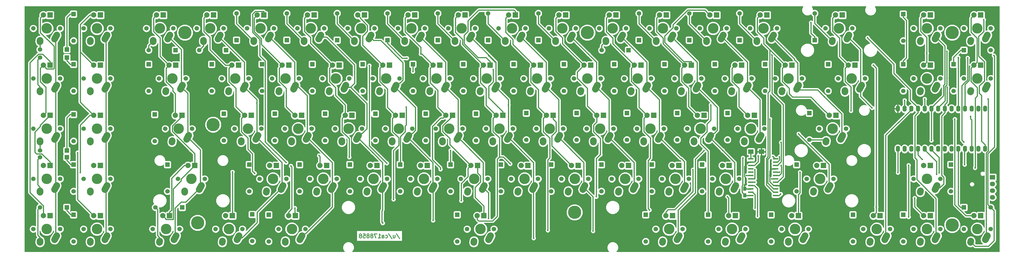
<source format=gbl>
G04 #@! TF.FileFunction,Copper,L2,Bot,Signal*
%FSLAX46Y46*%
G04 Gerber Fmt 4.6, Leading zero omitted, Abs format (unit mm)*
G04 Created by KiCad (PCBNEW 4.0.2-stable) date Thursday, June 23, 2016 'PMt' 05:50:01 PM*
%MOMM*%
G01*
G04 APERTURE LIST*
%ADD10C,0.150000*%
%ADD11C,0.300000*%
%ADD12C,0.300000*%
%ADD13C,1.699260*%
%ADD14R,1.699260X1.699260*%
%ADD15C,5.000000*%
%ADD16O,1.600000X2.300000*%
%ADD17C,3.987810*%
%ADD18C,1.701810*%
%ADD19C,2.500000*%
%ADD20R,2.000000X2.000000*%
%ADD21C,2.000000*%
%ADD22R,2.000000X1.700000*%
%ADD23R,2.000000X0.600000*%
%ADD24R,1.250000X1.500000*%
%ADD25R,2.032000X1.727200*%
%ADD26O,2.032000X1.727200*%
%ADD27C,0.609600*%
%ADD28C,0.381000*%
%ADD29C,0.254000*%
G04 APERTURE END LIST*
D10*
D11*
X170512571Y-106549143D02*
X171798285Y-108477714D01*
X169369713Y-107120571D02*
X169369713Y-108120571D01*
X170012570Y-107120571D02*
X170012570Y-107906286D01*
X169941142Y-108049143D01*
X169798284Y-108120571D01*
X169583999Y-108120571D01*
X169441142Y-108049143D01*
X169369713Y-107977714D01*
X167583999Y-106549143D02*
X168869713Y-108477714D01*
X166441141Y-108049143D02*
X166583998Y-108120571D01*
X166869712Y-108120571D01*
X167012570Y-108049143D01*
X167083998Y-107977714D01*
X167155427Y-107834857D01*
X167155427Y-107406286D01*
X167083998Y-107263429D01*
X167012570Y-107192000D01*
X166869712Y-107120571D01*
X166583998Y-107120571D01*
X166441141Y-107192000D01*
X165155427Y-108120571D02*
X165155427Y-107334857D01*
X165226856Y-107192000D01*
X165369713Y-107120571D01*
X165655427Y-107120571D01*
X165798284Y-107192000D01*
X165155427Y-108049143D02*
X165298284Y-108120571D01*
X165655427Y-108120571D01*
X165798284Y-108049143D01*
X165869713Y-107906286D01*
X165869713Y-107763429D01*
X165798284Y-107620571D01*
X165655427Y-107549143D01*
X165298284Y-107549143D01*
X165155427Y-107477714D01*
X163655427Y-108120571D02*
X164512570Y-108120571D01*
X164083998Y-108120571D02*
X164083998Y-106620571D01*
X164226855Y-106834857D01*
X164369713Y-106977714D01*
X164512570Y-107049143D01*
X163155427Y-106620571D02*
X162155427Y-106620571D01*
X162798284Y-108120571D01*
X161369713Y-107263429D02*
X161512571Y-107192000D01*
X161583999Y-107120571D01*
X161655428Y-106977714D01*
X161655428Y-106906286D01*
X161583999Y-106763429D01*
X161512571Y-106692000D01*
X161369713Y-106620571D01*
X161083999Y-106620571D01*
X160941142Y-106692000D01*
X160869713Y-106763429D01*
X160798285Y-106906286D01*
X160798285Y-106977714D01*
X160869713Y-107120571D01*
X160941142Y-107192000D01*
X161083999Y-107263429D01*
X161369713Y-107263429D01*
X161512571Y-107334857D01*
X161583999Y-107406286D01*
X161655428Y-107549143D01*
X161655428Y-107834857D01*
X161583999Y-107977714D01*
X161512571Y-108049143D01*
X161369713Y-108120571D01*
X161083999Y-108120571D01*
X160941142Y-108049143D01*
X160869713Y-107977714D01*
X160798285Y-107834857D01*
X160798285Y-107549143D01*
X160869713Y-107406286D01*
X160941142Y-107334857D01*
X161083999Y-107263429D01*
X159941142Y-107263429D02*
X160084000Y-107192000D01*
X160155428Y-107120571D01*
X160226857Y-106977714D01*
X160226857Y-106906286D01*
X160155428Y-106763429D01*
X160084000Y-106692000D01*
X159941142Y-106620571D01*
X159655428Y-106620571D01*
X159512571Y-106692000D01*
X159441142Y-106763429D01*
X159369714Y-106906286D01*
X159369714Y-106977714D01*
X159441142Y-107120571D01*
X159512571Y-107192000D01*
X159655428Y-107263429D01*
X159941142Y-107263429D01*
X160084000Y-107334857D01*
X160155428Y-107406286D01*
X160226857Y-107549143D01*
X160226857Y-107834857D01*
X160155428Y-107977714D01*
X160084000Y-108049143D01*
X159941142Y-108120571D01*
X159655428Y-108120571D01*
X159512571Y-108049143D01*
X159441142Y-107977714D01*
X159369714Y-107834857D01*
X159369714Y-107549143D01*
X159441142Y-107406286D01*
X159512571Y-107334857D01*
X159655428Y-107263429D01*
X158012571Y-106620571D02*
X158726857Y-106620571D01*
X158798286Y-107334857D01*
X158726857Y-107263429D01*
X158584000Y-107192000D01*
X158226857Y-107192000D01*
X158084000Y-107263429D01*
X158012571Y-107334857D01*
X157941143Y-107477714D01*
X157941143Y-107834857D01*
X158012571Y-107977714D01*
X158084000Y-108049143D01*
X158226857Y-108120571D01*
X158584000Y-108120571D01*
X158726857Y-108049143D01*
X158798286Y-107977714D01*
X157084000Y-107263429D02*
X157226858Y-107192000D01*
X157298286Y-107120571D01*
X157369715Y-106977714D01*
X157369715Y-106906286D01*
X157298286Y-106763429D01*
X157226858Y-106692000D01*
X157084000Y-106620571D01*
X156798286Y-106620571D01*
X156655429Y-106692000D01*
X156584000Y-106763429D01*
X156512572Y-106906286D01*
X156512572Y-106977714D01*
X156584000Y-107120571D01*
X156655429Y-107192000D01*
X156798286Y-107263429D01*
X157084000Y-107263429D01*
X157226858Y-107334857D01*
X157298286Y-107406286D01*
X157369715Y-107549143D01*
X157369715Y-107834857D01*
X157298286Y-107977714D01*
X157226858Y-108049143D01*
X157084000Y-108120571D01*
X156798286Y-108120571D01*
X156655429Y-108049143D01*
X156584000Y-107977714D01*
X156512572Y-107834857D01*
X156512572Y-107549143D01*
X156584000Y-107406286D01*
X156655429Y-107334857D01*
X156798286Y-107263429D01*
D12*
X379500000Y-76500000D03*
X385000000Y-93500000D03*
X392000000Y-76500000D03*
X387000000Y-76500000D03*
X392000000Y-96000000D03*
X397000000Y-76000000D03*
X397000000Y-111000000D03*
X299720000Y-76200000D03*
X314325000Y-75565000D03*
X323215000Y-66675000D03*
X314325000Y-66675000D03*
X381000000Y-67310000D03*
X375285000Y-67310000D03*
X370205000Y-67310000D03*
X361315000Y-67310000D03*
X353491800Y-75438000D03*
X74930000Y-85725000D03*
X74930000Y-66675000D03*
X74930000Y-104775000D03*
X172085000Y-85725000D03*
X191135000Y-85725000D03*
X210185000Y-85725000D03*
X229235000Y-85725000D03*
X248285000Y-85090000D03*
X267335000Y-85725000D03*
X286385000Y-85725000D03*
X145484791Y-104140000D03*
X361950000Y-28575000D03*
X362585000Y-47625000D03*
X358775000Y-47625000D03*
X334010000Y-47625000D03*
X309880000Y-47625000D03*
X279400000Y-28575000D03*
X260350000Y-28575000D03*
X107950000Y-28575000D03*
X127000000Y-28575000D03*
X146050000Y-28575000D03*
X165735000Y-28575000D03*
X184785000Y-28575000D03*
X222885000Y-28575000D03*
X203835000Y-28575000D03*
X252730000Y-47625000D03*
X271780000Y-47750000D03*
X295275000Y-66675000D03*
X276860000Y-66675000D03*
X257810000Y-66675000D03*
X238760000Y-66675000D03*
X219710000Y-66675000D03*
X200660000Y-66675000D03*
X181610000Y-66675000D03*
X162560000Y-66675000D03*
X139065000Y-47625000D03*
X48260000Y-66675000D03*
X48260000Y-85725000D03*
X48260000Y-104775000D03*
X121920000Y-104775000D03*
X105410000Y-66040000D03*
X143510000Y-66675000D03*
X153035000Y-85725000D03*
X133985000Y-85725000D03*
X114935000Y-85725000D03*
X100330000Y-47625000D03*
X76835000Y-47625000D03*
X48260000Y-47625000D03*
X217500000Y-50250000D03*
X212750000Y-47500000D03*
X331000000Y-47500000D03*
X379500000Y-47500000D03*
X283500000Y-107250000D03*
X238000000Y-109500000D03*
X212250000Y-106750000D03*
X184854791Y-104775000D03*
X218500000Y-96500000D03*
X226000000Y-95000000D03*
X394500000Y-25250000D03*
X266750000Y-36750000D03*
X291250000Y-36750000D03*
X298250000Y-28750000D03*
X318500000Y-28750000D03*
X238000000Y-109500000D03*
X290830000Y-47750000D03*
X292000000Y-96250000D03*
X307750000Y-109500000D03*
X336000000Y-109500000D03*
D13*
X95885000Y-36830000D03*
D14*
X106045000Y-36830000D03*
D13*
X395605000Y-96520000D03*
D14*
X385445000Y-96520000D03*
D15*
X95250000Y-102393750D03*
D16*
X360426000Y-59055000D03*
X362966000Y-59055000D03*
X365506000Y-59055000D03*
X368046000Y-59055000D03*
X370586000Y-59055000D03*
X373126000Y-59055000D03*
X375666000Y-59055000D03*
X378206000Y-59055000D03*
X380746000Y-59055000D03*
X383286000Y-59055000D03*
X385826000Y-59055000D03*
X388366000Y-59055000D03*
X390906000Y-59055000D03*
X393446000Y-59055000D03*
X393446000Y-74295000D03*
X390906000Y-74295000D03*
X388366000Y-74295000D03*
X385826000Y-74295000D03*
X383286000Y-74295000D03*
X380746000Y-74295000D03*
X378206000Y-74295000D03*
X375666000Y-74295000D03*
X373126000Y-74295000D03*
X370586000Y-74295000D03*
X368046000Y-74295000D03*
X365506000Y-74295000D03*
X362966000Y-74295000D03*
X360426000Y-74295000D03*
D17*
X330993750Y-85725000D03*
D18*
X336073750Y-85725000D03*
X325913750Y-85725000D03*
D19*
X333993297Y-89724954D02*
X334804203Y-88265046D01*
X328454026Y-90804328D02*
X328493474Y-90225672D01*
D20*
X332263750Y-80645000D03*
D21*
X329723750Y-80645000D03*
D17*
X390525000Y-104775000D03*
D18*
X395605000Y-104775000D03*
X385445000Y-104775000D03*
D19*
X393524547Y-108774954D02*
X394335453Y-107315046D01*
X387985276Y-109854328D02*
X388024724Y-109275672D01*
D20*
X391795000Y-99695000D03*
D21*
X389255000Y-99695000D03*
D17*
X371475000Y-104775000D03*
D18*
X376555000Y-104775000D03*
X366395000Y-104775000D03*
D19*
X374474547Y-108774954D02*
X375285453Y-107315046D01*
X368935276Y-109854328D02*
X368974724Y-109275672D01*
D20*
X372745000Y-99695000D03*
D21*
X370205000Y-99695000D03*
D17*
X352425000Y-104775000D03*
D18*
X357505000Y-104775000D03*
X347345000Y-104775000D03*
D19*
X355424547Y-108774954D02*
X356235453Y-107315046D01*
X349885276Y-109854328D02*
X349924724Y-109275672D01*
D20*
X353695000Y-99695000D03*
D21*
X351155000Y-99695000D03*
D17*
X321468750Y-104775000D03*
D18*
X326548750Y-104775000D03*
X316388750Y-104775000D03*
D19*
X324468297Y-108774954D02*
X325279203Y-107315046D01*
X318929026Y-109854328D02*
X318968474Y-109275672D01*
D20*
X322738750Y-99695000D03*
D21*
X320198750Y-99695000D03*
D17*
X297656250Y-104775000D03*
D18*
X302736250Y-104775000D03*
X292576250Y-104775000D03*
D19*
X300655797Y-108774954D02*
X301466703Y-107315046D01*
X295116526Y-109854328D02*
X295155974Y-109275672D01*
D20*
X298926250Y-99695000D03*
D21*
X296386250Y-99695000D03*
D17*
X273843750Y-104775000D03*
D18*
X278923750Y-104775000D03*
X268763750Y-104775000D03*
D19*
X276843297Y-108774954D02*
X277654203Y-107315046D01*
X271304026Y-109854328D02*
X271343474Y-109275672D01*
D20*
X275113750Y-99695000D03*
D21*
X272573750Y-99695000D03*
D17*
X202406250Y-104775000D03*
D18*
X207486250Y-104775000D03*
X197326250Y-104775000D03*
D19*
X205405797Y-108774954D02*
X206216703Y-107315046D01*
X199866526Y-109854328D02*
X199905974Y-109275672D01*
D20*
X203676250Y-99695000D03*
D21*
X201136250Y-99695000D03*
D17*
X130968750Y-104775000D03*
D18*
X136048750Y-104775000D03*
X125888750Y-104775000D03*
D19*
X133968297Y-108774954D02*
X134779203Y-107315046D01*
X128429026Y-109854328D02*
X128468474Y-109275672D01*
D20*
X132238750Y-99695000D03*
D21*
X129698750Y-99695000D03*
D17*
X107156250Y-104775000D03*
D18*
X112236250Y-104775000D03*
X102076250Y-104775000D03*
D19*
X110155797Y-108774954D02*
X110966703Y-107315046D01*
X104616526Y-109854328D02*
X104655974Y-109275672D01*
D20*
X108426250Y-99695000D03*
D21*
X105886250Y-99695000D03*
D17*
X83343750Y-104775000D03*
D18*
X88423750Y-104775000D03*
X78263750Y-104775000D03*
D19*
X86343297Y-108774954D02*
X87154203Y-107315046D01*
X80804026Y-109854328D02*
X80843474Y-109275672D01*
D20*
X84613750Y-99695000D03*
D21*
X82073750Y-99695000D03*
D17*
X57150000Y-104775000D03*
D18*
X62230000Y-104775000D03*
X52070000Y-104775000D03*
D19*
X60149547Y-108774954D02*
X60960453Y-107315046D01*
X54610276Y-109854328D02*
X54649724Y-109275672D01*
D20*
X58420000Y-99695000D03*
D21*
X55880000Y-99695000D03*
D17*
X38100000Y-104775000D03*
D18*
X43180000Y-104775000D03*
X33020000Y-104775000D03*
D19*
X41099547Y-108774954D02*
X41910453Y-107315046D01*
X35560276Y-109854328D02*
X35599724Y-109275672D01*
D20*
X39370000Y-99695000D03*
D21*
X36830000Y-99695000D03*
D17*
X371475000Y-85725000D03*
D18*
X376555000Y-85725000D03*
X366395000Y-85725000D03*
D19*
X374474547Y-89724954D02*
X375285453Y-88265046D01*
X368935276Y-90804328D02*
X368974724Y-90225672D01*
D20*
X372745000Y-80645000D03*
D21*
X370205000Y-80645000D03*
D17*
X295275000Y-85725000D03*
D18*
X300355000Y-85725000D03*
X290195000Y-85725000D03*
D19*
X298274547Y-89724954D02*
X299085453Y-88265046D01*
X292735276Y-90804328D02*
X292774724Y-90225672D01*
D20*
X296545000Y-80645000D03*
D21*
X294005000Y-80645000D03*
D17*
X276225000Y-85725000D03*
D18*
X281305000Y-85725000D03*
X271145000Y-85725000D03*
D19*
X279224547Y-89724954D02*
X280035453Y-88265046D01*
X273685276Y-90804328D02*
X273724724Y-90225672D01*
D20*
X277495000Y-80645000D03*
D21*
X274955000Y-80645000D03*
D17*
X257175000Y-85725000D03*
D18*
X262255000Y-85725000D03*
X252095000Y-85725000D03*
D19*
X260174547Y-89724954D02*
X260985453Y-88265046D01*
X254635276Y-90804328D02*
X254674724Y-90225672D01*
D20*
X258445000Y-80645000D03*
D21*
X255905000Y-80645000D03*
D17*
X238125000Y-85725000D03*
D18*
X243205000Y-85725000D03*
X233045000Y-85725000D03*
D19*
X241124547Y-89724954D02*
X241935453Y-88265046D01*
X235585276Y-90804328D02*
X235624724Y-90225672D01*
D20*
X239395000Y-80645000D03*
D21*
X236855000Y-80645000D03*
D17*
X219075000Y-85725000D03*
D18*
X224155000Y-85725000D03*
X213995000Y-85725000D03*
D19*
X222074547Y-89724954D02*
X222885453Y-88265046D01*
X216535276Y-90804328D02*
X216574724Y-90225672D01*
D20*
X220345000Y-80645000D03*
D21*
X217805000Y-80645000D03*
D17*
X200025000Y-85725000D03*
D18*
X205105000Y-85725000D03*
X194945000Y-85725000D03*
D19*
X203024547Y-89724954D02*
X203835453Y-88265046D01*
X197485276Y-90804328D02*
X197524724Y-90225672D01*
D20*
X201295000Y-80645000D03*
D21*
X198755000Y-80645000D03*
D17*
X180975000Y-85725000D03*
D18*
X186055000Y-85725000D03*
X175895000Y-85725000D03*
D19*
X183974547Y-89724954D02*
X184785453Y-88265046D01*
X178435276Y-90804328D02*
X178474724Y-90225672D01*
D20*
X182245000Y-80645000D03*
D21*
X179705000Y-80645000D03*
D17*
X161925000Y-85725000D03*
D18*
X167005000Y-85725000D03*
X156845000Y-85725000D03*
D19*
X164924547Y-89724954D02*
X165735453Y-88265046D01*
X159385276Y-90804328D02*
X159424724Y-90225672D01*
D20*
X163195000Y-80645000D03*
D21*
X160655000Y-80645000D03*
D17*
X142875000Y-85725000D03*
D18*
X147955000Y-85725000D03*
X137795000Y-85725000D03*
D19*
X145874547Y-89724954D02*
X146685453Y-88265046D01*
X140335276Y-90804328D02*
X140374724Y-90225672D01*
D20*
X144145000Y-80645000D03*
D21*
X141605000Y-80645000D03*
D17*
X123825000Y-85725000D03*
D18*
X128905000Y-85725000D03*
X118745000Y-85725000D03*
D19*
X126824547Y-89724954D02*
X127635453Y-88265046D01*
X121285276Y-90804328D02*
X121324724Y-90225672D01*
D20*
X125095000Y-80645000D03*
D21*
X122555000Y-80645000D03*
D17*
X92868750Y-85725000D03*
D18*
X97948750Y-85725000D03*
X87788750Y-85725000D03*
D19*
X95868297Y-89724954D02*
X96679203Y-88265046D01*
X90329026Y-90804328D02*
X90368474Y-90225672D01*
D20*
X94138750Y-80645000D03*
D21*
X91598750Y-80645000D03*
D17*
X57150000Y-85725000D03*
D18*
X62230000Y-85725000D03*
X52070000Y-85725000D03*
D19*
X60149547Y-89724954D02*
X60960453Y-88265046D01*
X54610276Y-90804328D02*
X54649724Y-90225672D01*
D20*
X58420000Y-80645000D03*
D21*
X55880000Y-80645000D03*
D17*
X38100000Y-85725000D03*
D18*
X43180000Y-85725000D03*
X33020000Y-85725000D03*
D19*
X41099547Y-89724954D02*
X41910453Y-88265046D01*
X35560276Y-90804328D02*
X35599724Y-90225672D01*
D20*
X39370000Y-80645000D03*
D21*
X36830000Y-80645000D03*
D17*
X335756250Y-66675000D03*
D18*
X340836250Y-66675000D03*
X330676250Y-66675000D03*
D19*
X338755797Y-70674954D02*
X339566703Y-69215046D01*
X333216526Y-71754328D02*
X333255974Y-71175672D01*
D20*
X337026250Y-61595000D03*
D21*
X334486250Y-61595000D03*
D17*
X304800000Y-66675000D03*
D18*
X309880000Y-66675000D03*
X299720000Y-66675000D03*
D19*
X307799547Y-70674954D02*
X308610453Y-69215046D01*
X302260276Y-71754328D02*
X302299724Y-71175672D01*
D20*
X306070000Y-61595000D03*
D21*
X303530000Y-61595000D03*
D17*
X285750000Y-66675000D03*
D18*
X290830000Y-66675000D03*
X280670000Y-66675000D03*
D19*
X288749547Y-70674954D02*
X289560453Y-69215046D01*
X283210276Y-71754328D02*
X283249724Y-71175672D01*
D20*
X287020000Y-61595000D03*
D21*
X284480000Y-61595000D03*
D17*
X266700000Y-66675000D03*
D18*
X271780000Y-66675000D03*
X261620000Y-66675000D03*
D19*
X269699547Y-70674954D02*
X270510453Y-69215046D01*
X264160276Y-71754328D02*
X264199724Y-71175672D01*
D20*
X267970000Y-61595000D03*
D21*
X265430000Y-61595000D03*
D17*
X247650000Y-66675000D03*
D18*
X252730000Y-66675000D03*
X242570000Y-66675000D03*
D19*
X250649547Y-70674954D02*
X251460453Y-69215046D01*
X245110276Y-71754328D02*
X245149724Y-71175672D01*
D20*
X248920000Y-61595000D03*
D21*
X246380000Y-61595000D03*
D17*
X228600000Y-66675000D03*
D18*
X233680000Y-66675000D03*
X223520000Y-66675000D03*
D19*
X231599547Y-70674954D02*
X232410453Y-69215046D01*
X226060276Y-71754328D02*
X226099724Y-71175672D01*
D20*
X229870000Y-61595000D03*
D21*
X227330000Y-61595000D03*
D17*
X209550000Y-66675000D03*
D18*
X214630000Y-66675000D03*
X204470000Y-66675000D03*
D19*
X212549547Y-70674954D02*
X213360453Y-69215046D01*
X207010276Y-71754328D02*
X207049724Y-71175672D01*
D20*
X210820000Y-61595000D03*
D21*
X208280000Y-61595000D03*
D17*
X190500000Y-66675000D03*
D18*
X195580000Y-66675000D03*
X185420000Y-66675000D03*
D19*
X193499547Y-70674954D02*
X194310453Y-69215046D01*
X187960276Y-71754328D02*
X187999724Y-71175672D01*
D20*
X191770000Y-61595000D03*
D21*
X189230000Y-61595000D03*
D17*
X171450000Y-66675000D03*
D18*
X176530000Y-66675000D03*
X166370000Y-66675000D03*
D19*
X174449547Y-70674954D02*
X175260453Y-69215046D01*
X168910276Y-71754328D02*
X168949724Y-71175672D01*
D20*
X172720000Y-61595000D03*
D21*
X170180000Y-61595000D03*
D17*
X152400000Y-66675000D03*
D18*
X157480000Y-66675000D03*
X147320000Y-66675000D03*
D19*
X155399547Y-70674954D02*
X156210453Y-69215046D01*
X149860276Y-71754328D02*
X149899724Y-71175672D01*
D20*
X153670000Y-61595000D03*
D21*
X151130000Y-61595000D03*
D17*
X133350000Y-66675000D03*
D18*
X138430000Y-66675000D03*
X128270000Y-66675000D03*
D19*
X136349547Y-70674954D02*
X137160453Y-69215046D01*
X130810276Y-71754328D02*
X130849724Y-71175672D01*
D20*
X134620000Y-61595000D03*
D21*
X132080000Y-61595000D03*
D17*
X114300000Y-66675000D03*
D18*
X119380000Y-66675000D03*
X109220000Y-66675000D03*
D19*
X117299547Y-70674954D02*
X118110453Y-69215046D01*
X111760276Y-71754328D02*
X111799724Y-71175672D01*
D20*
X115570000Y-61595000D03*
D21*
X113030000Y-61595000D03*
D17*
X88106250Y-66675000D03*
D18*
X93186250Y-66675000D03*
X83026250Y-66675000D03*
D19*
X91105797Y-70674954D02*
X91916703Y-69215046D01*
X85566526Y-71754328D02*
X85605974Y-71175672D01*
D20*
X89376250Y-61595000D03*
D21*
X86836250Y-61595000D03*
D17*
X57150000Y-66675000D03*
D18*
X62230000Y-66675000D03*
X52070000Y-66675000D03*
D19*
X60149547Y-70674954D02*
X60960453Y-69215046D01*
X54610276Y-71754328D02*
X54649724Y-71175672D01*
D20*
X58420000Y-61595000D03*
D21*
X55880000Y-61595000D03*
D17*
X38100000Y-66675000D03*
D18*
X43180000Y-66675000D03*
X33020000Y-66675000D03*
D19*
X41099547Y-70674954D02*
X41910453Y-69215046D01*
X35560276Y-71754328D02*
X35599724Y-71175672D01*
D20*
X39370000Y-61595000D03*
D21*
X36830000Y-61595000D03*
D17*
X390525000Y-47625000D03*
D18*
X395605000Y-47625000D03*
X385445000Y-47625000D03*
D19*
X393524547Y-51624954D02*
X394335453Y-50165046D01*
X387985276Y-52704328D02*
X388024724Y-52125672D01*
D20*
X391795000Y-42545000D03*
D21*
X389255000Y-42545000D03*
D17*
X371475000Y-47625000D03*
D18*
X376555000Y-47625000D03*
X366395000Y-47625000D03*
D19*
X374474547Y-51624954D02*
X375285453Y-50165046D01*
X368935276Y-52704328D02*
X368974724Y-52125672D01*
D20*
X372745000Y-42545000D03*
D21*
X370205000Y-42545000D03*
D17*
X342900000Y-47625000D03*
D18*
X347980000Y-47625000D03*
X337820000Y-47625000D03*
D19*
X345899547Y-51624954D02*
X346710453Y-50165046D01*
X340360276Y-52704328D02*
X340399724Y-52125672D01*
D20*
X344170000Y-42545000D03*
D21*
X341630000Y-42545000D03*
D17*
X319087500Y-47625000D03*
D18*
X324167500Y-47625000D03*
X314007500Y-47625000D03*
D19*
X322087047Y-51624954D02*
X322897953Y-50165046D01*
X316547776Y-52704328D02*
X316587224Y-52125672D01*
D20*
X320357500Y-42545000D03*
D21*
X317817500Y-42545000D03*
D17*
X300037500Y-47625000D03*
D18*
X305117500Y-47625000D03*
X294957500Y-47625000D03*
D19*
X303037047Y-51624954D02*
X303847953Y-50165046D01*
X297497776Y-52704328D02*
X297537224Y-52125672D01*
D20*
X301307500Y-42545000D03*
D21*
X298767500Y-42545000D03*
D17*
X280987500Y-47625000D03*
D18*
X286067500Y-47625000D03*
X275907500Y-47625000D03*
D19*
X283987047Y-51624954D02*
X284797953Y-50165046D01*
X278447776Y-52704328D02*
X278487224Y-52125672D01*
D20*
X282257500Y-42545000D03*
D21*
X279717500Y-42545000D03*
D17*
X261937500Y-47625000D03*
D18*
X267017500Y-47625000D03*
X256857500Y-47625000D03*
D19*
X264937047Y-51624954D02*
X265747953Y-50165046D01*
X259397776Y-52704328D02*
X259437224Y-52125672D01*
D20*
X263207500Y-42545000D03*
D21*
X260667500Y-42545000D03*
D17*
X242887500Y-47625000D03*
D18*
X247967500Y-47625000D03*
X237807500Y-47625000D03*
D19*
X245887047Y-51624954D02*
X246697953Y-50165046D01*
X240347776Y-52704328D02*
X240387224Y-52125672D01*
D20*
X244157500Y-42545000D03*
D21*
X241617500Y-42545000D03*
D17*
X223837500Y-47625000D03*
D18*
X228917500Y-47625000D03*
X218757500Y-47625000D03*
D19*
X226837047Y-51624954D02*
X227647953Y-50165046D01*
X221297776Y-52704328D02*
X221337224Y-52125672D01*
D20*
X225107500Y-42545000D03*
D21*
X222567500Y-42545000D03*
D17*
X204787500Y-47625000D03*
D18*
X209867500Y-47625000D03*
X199707500Y-47625000D03*
D19*
X207787047Y-51624954D02*
X208597953Y-50165046D01*
X202247776Y-52704328D02*
X202287224Y-52125672D01*
D20*
X206057500Y-42545000D03*
D21*
X203517500Y-42545000D03*
D17*
X185737500Y-47625000D03*
D18*
X190817500Y-47625000D03*
X180657500Y-47625000D03*
D19*
X188737047Y-51624954D02*
X189547953Y-50165046D01*
X183197776Y-52704328D02*
X183237224Y-52125672D01*
D20*
X187007500Y-42545000D03*
D21*
X184467500Y-42545000D03*
D17*
X166687500Y-47625000D03*
D18*
X171767500Y-47625000D03*
X161607500Y-47625000D03*
D19*
X169687047Y-51624954D02*
X170497953Y-50165046D01*
X164147776Y-52704328D02*
X164187224Y-52125672D01*
D20*
X167957500Y-42545000D03*
D21*
X165417500Y-42545000D03*
D17*
X147637500Y-47625000D03*
D18*
X152717500Y-47625000D03*
X142557500Y-47625000D03*
D19*
X150637047Y-51624954D02*
X151447953Y-50165046D01*
X145097776Y-52704328D02*
X145137224Y-52125672D01*
D20*
X148907500Y-42545000D03*
D21*
X146367500Y-42545000D03*
D17*
X128587500Y-47625000D03*
D18*
X133667500Y-47625000D03*
X123507500Y-47625000D03*
D19*
X131587047Y-51624954D02*
X132397953Y-50165046D01*
X126047776Y-52704328D02*
X126087224Y-52125672D01*
D20*
X129857500Y-42545000D03*
D21*
X127317500Y-42545000D03*
D17*
X109537500Y-47625000D03*
D18*
X114617500Y-47625000D03*
X104457500Y-47625000D03*
D19*
X112537047Y-51624954D02*
X113347953Y-50165046D01*
X106997776Y-52704328D02*
X107037224Y-52125672D01*
D20*
X110807500Y-42545000D03*
D21*
X108267500Y-42545000D03*
D17*
X85725000Y-47625000D03*
D18*
X90805000Y-47625000D03*
X80645000Y-47625000D03*
D19*
X88724547Y-51624954D02*
X89535453Y-50165046D01*
X83185276Y-52704328D02*
X83224724Y-52125672D01*
D20*
X86995000Y-42545000D03*
D21*
X84455000Y-42545000D03*
D17*
X57150000Y-47625000D03*
D18*
X62230000Y-47625000D03*
X52070000Y-47625000D03*
D19*
X60149547Y-51624954D02*
X60960453Y-50165046D01*
X54610276Y-52704328D02*
X54649724Y-52125672D01*
D20*
X58420000Y-42545000D03*
D21*
X55880000Y-42545000D03*
D17*
X38100000Y-47625000D03*
D18*
X43180000Y-47625000D03*
X33020000Y-47625000D03*
D19*
X41099547Y-51624954D02*
X41910453Y-50165046D01*
X35560276Y-52704328D02*
X35599724Y-52125672D01*
D20*
X39370000Y-42545000D03*
D21*
X36830000Y-42545000D03*
D17*
X390525000Y-28575000D03*
D18*
X395605000Y-28575000D03*
X385445000Y-28575000D03*
D19*
X393524547Y-32574954D02*
X394335453Y-31115046D01*
X387985276Y-33654328D02*
X388024724Y-33075672D01*
D20*
X391795000Y-23495000D03*
D21*
X389255000Y-23495000D03*
D17*
X371475000Y-28575000D03*
D18*
X376555000Y-28575000D03*
X366395000Y-28575000D03*
D19*
X374474547Y-32574954D02*
X375285453Y-31115046D01*
X368935276Y-33654328D02*
X368974724Y-33075672D01*
D20*
X372745000Y-23495000D03*
D21*
X370205000Y-23495000D03*
D17*
X338137500Y-28575000D03*
D18*
X343217500Y-28575000D03*
X333057500Y-28575000D03*
D19*
X341137047Y-32574954D02*
X341947953Y-31115046D01*
X335597776Y-33654328D02*
X335637224Y-33075672D01*
D20*
X339407500Y-23495000D03*
D21*
X336867500Y-23495000D03*
D17*
X309562500Y-28575000D03*
D18*
X314642500Y-28575000D03*
X304482500Y-28575000D03*
D19*
X312562047Y-32574954D02*
X313372953Y-31115046D01*
X307022776Y-33654328D02*
X307062224Y-33075672D01*
D20*
X310832500Y-23495000D03*
D21*
X308292500Y-23495000D03*
D17*
X290512500Y-28575000D03*
D18*
X295592500Y-28575000D03*
X285432500Y-28575000D03*
D19*
X293512047Y-32574954D02*
X294322953Y-31115046D01*
X287972776Y-33654328D02*
X288012224Y-33075672D01*
D20*
X291782500Y-23495000D03*
D21*
X289242500Y-23495000D03*
D17*
X271462500Y-28575000D03*
D18*
X276542500Y-28575000D03*
X266382500Y-28575000D03*
D19*
X274462047Y-32574954D02*
X275272953Y-31115046D01*
X268922776Y-33654328D02*
X268962224Y-33075672D01*
D20*
X272732500Y-23495000D03*
D21*
X270192500Y-23495000D03*
D17*
X252412500Y-28575000D03*
D18*
X257492500Y-28575000D03*
X247332500Y-28575000D03*
D19*
X255412047Y-32574954D02*
X256222953Y-31115046D01*
X249872776Y-33654328D02*
X249912224Y-33075672D01*
D20*
X253682500Y-23495000D03*
D21*
X251142500Y-23495000D03*
D17*
X233362500Y-28575000D03*
D18*
X238442500Y-28575000D03*
X228282500Y-28575000D03*
D19*
X236362047Y-32574954D02*
X237172953Y-31115046D01*
X230822776Y-33654328D02*
X230862224Y-33075672D01*
D20*
X234632500Y-23495000D03*
D21*
X232092500Y-23495000D03*
D17*
X214312500Y-28575000D03*
D18*
X219392500Y-28575000D03*
X209232500Y-28575000D03*
D19*
X217312047Y-32574954D02*
X218122953Y-31115046D01*
X211772776Y-33654328D02*
X211812224Y-33075672D01*
D20*
X215582500Y-23495000D03*
D21*
X213042500Y-23495000D03*
D17*
X195262500Y-28575000D03*
D18*
X200342500Y-28575000D03*
X190182500Y-28575000D03*
D19*
X198262047Y-32574954D02*
X199072953Y-31115046D01*
X192722776Y-33654328D02*
X192762224Y-33075672D01*
D20*
X196532500Y-23495000D03*
D21*
X193992500Y-23495000D03*
D17*
X176212500Y-28575000D03*
D18*
X181292500Y-28575000D03*
X171132500Y-28575000D03*
D19*
X179212047Y-32574954D02*
X180022953Y-31115046D01*
X173672776Y-33654328D02*
X173712224Y-33075672D01*
D20*
X177482500Y-23495000D03*
D21*
X174942500Y-23495000D03*
D17*
X157162500Y-28575000D03*
D18*
X162242500Y-28575000D03*
X152082500Y-28575000D03*
D19*
X160162047Y-32574954D02*
X160972953Y-31115046D01*
X154622776Y-33654328D02*
X154662224Y-33075672D01*
D20*
X158432500Y-23495000D03*
D21*
X155892500Y-23495000D03*
D17*
X138112500Y-28575000D03*
D18*
X143192500Y-28575000D03*
X133032500Y-28575000D03*
D19*
X141112047Y-32574954D02*
X141922953Y-31115046D01*
X135572776Y-33654328D02*
X135612224Y-33075672D01*
D20*
X139382500Y-23495000D03*
D21*
X136842500Y-23495000D03*
D17*
X119062500Y-28575000D03*
D18*
X124142500Y-28575000D03*
X113982500Y-28575000D03*
D19*
X122062047Y-32574954D02*
X122872953Y-31115046D01*
X116522776Y-33654328D02*
X116562224Y-33075672D01*
D20*
X120332500Y-23495000D03*
D21*
X117792500Y-23495000D03*
D17*
X100012500Y-28575000D03*
D18*
X105092500Y-28575000D03*
X94932500Y-28575000D03*
D19*
X103012047Y-32574954D02*
X103822953Y-31115046D01*
X97472776Y-33654328D02*
X97512224Y-33075672D01*
D20*
X101282500Y-23495000D03*
D21*
X98742500Y-23495000D03*
D17*
X80962500Y-28575000D03*
D18*
X86042500Y-28575000D03*
X75882500Y-28575000D03*
D19*
X83962047Y-32574954D02*
X84772953Y-31115046D01*
X78422776Y-33654328D02*
X78462224Y-33075672D01*
D20*
X82232500Y-23495000D03*
D21*
X79692500Y-23495000D03*
D17*
X57150000Y-28575000D03*
D18*
X62230000Y-28575000D03*
X52070000Y-28575000D03*
D19*
X60149547Y-32574954D02*
X60960453Y-31115046D01*
X54610276Y-33654328D02*
X54649724Y-33075672D01*
D20*
X58420000Y-23495000D03*
D21*
X55880000Y-23495000D03*
D17*
X38100000Y-28575000D03*
D18*
X43180000Y-28575000D03*
X33020000Y-28575000D03*
D19*
X41099547Y-32574954D02*
X41910453Y-31115046D01*
X35560276Y-33654328D02*
X35599724Y-33075672D01*
D20*
X39370000Y-23495000D03*
D21*
X36830000Y-23495000D03*
D13*
X35559480Y-36578540D03*
D14*
X45719480Y-36578540D03*
D13*
X48262540Y-33274520D03*
D14*
X48262540Y-23114520D03*
D13*
X76707480Y-36832540D03*
D14*
X86867480Y-36832540D03*
D13*
X109982000Y-22860000D03*
D14*
X109982000Y-33020000D03*
D13*
X129032000Y-22860000D03*
D14*
X129032000Y-33020000D03*
D13*
X148082000Y-22860000D03*
D14*
X148082000Y-33020000D03*
D13*
X167132000Y-22860000D03*
D14*
X167132000Y-33020000D03*
D13*
X186182000Y-22860000D03*
D14*
X186182000Y-33020000D03*
D13*
X205232000Y-22860000D03*
D14*
X205232000Y-33020000D03*
D13*
X224282000Y-22860000D03*
D14*
X224282000Y-33020000D03*
D13*
X248285000Y-36830000D03*
D14*
X258445000Y-36830000D03*
D13*
X262382000Y-22860000D03*
D14*
X262382000Y-33020000D03*
D13*
X281432000Y-22860000D03*
D14*
X281432000Y-33020000D03*
D13*
X300482000Y-22860000D03*
D14*
X300482000Y-33020000D03*
D13*
X328930000Y-22860000D03*
D14*
X328930000Y-33020000D03*
D13*
X362460540Y-33274520D03*
D14*
X362460540Y-23114520D03*
D13*
X395605000Y-36830000D03*
D14*
X385445000Y-36830000D03*
D13*
X35559480Y-39626540D03*
D14*
X45719480Y-39626540D03*
D13*
X48262540Y-52324520D03*
D14*
X48262540Y-42164520D03*
D13*
X76710540Y-52324520D03*
D14*
X76710540Y-42164520D03*
D13*
X100586540Y-52324520D03*
D14*
X100586540Y-42164520D03*
D13*
X119636540Y-52324520D03*
D14*
X119636540Y-42164520D03*
D13*
X138686540Y-52324520D03*
D14*
X138686540Y-42164520D03*
D13*
X157736540Y-52324520D03*
D14*
X157736540Y-42164520D03*
D13*
X176786540Y-52324520D03*
D14*
X176786540Y-42164520D03*
D13*
X195836540Y-52324520D03*
D14*
X195836540Y-42164520D03*
D13*
X214886540Y-52324520D03*
D14*
X214886540Y-42164520D03*
D13*
X233936540Y-52324520D03*
D14*
X233936540Y-42164520D03*
D13*
X252986540Y-52324520D03*
D14*
X252986540Y-42164520D03*
D13*
X272036540Y-52324520D03*
D14*
X272036540Y-42164520D03*
D13*
X291086540Y-52324520D03*
D14*
X291086540Y-42164520D03*
D13*
X310136540Y-52324520D03*
D14*
X310136540Y-42164520D03*
D13*
X334012540Y-52324520D03*
D14*
X334012540Y-42164520D03*
D13*
X362460540Y-52324520D03*
D14*
X362460540Y-42164520D03*
D13*
X381510540Y-52324520D03*
D14*
X381510540Y-42164520D03*
D13*
X35559480Y-74932540D03*
D14*
X45719480Y-74932540D03*
D13*
X48262540Y-71374520D03*
D14*
X48262540Y-61214520D03*
D13*
X78996540Y-71374520D03*
D14*
X78996540Y-61214520D03*
D13*
X105158540Y-71120520D03*
D14*
X105158540Y-60960520D03*
D13*
X124462540Y-71120520D03*
D14*
X124462540Y-60960520D03*
D13*
X143512540Y-71120520D03*
D14*
X143512540Y-60960520D03*
D13*
X162562540Y-71120520D03*
D14*
X162562540Y-60960520D03*
D13*
X181612540Y-71120520D03*
D14*
X181612540Y-60960520D03*
D13*
X200662540Y-71120520D03*
D14*
X200662540Y-60960520D03*
D13*
X219712540Y-70866520D03*
D14*
X219712540Y-60706520D03*
D13*
X238762540Y-70866520D03*
D14*
X238762540Y-60706520D03*
D13*
X257812540Y-70866520D03*
D14*
X257812540Y-60706520D03*
D13*
X276862540Y-70866520D03*
D14*
X276862540Y-60706520D03*
D13*
X295912540Y-70866520D03*
D14*
X295912540Y-60706520D03*
D13*
X326900540Y-70866520D03*
D14*
X326900540Y-60706520D03*
D13*
X35559480Y-77472540D03*
D14*
X45719480Y-77472540D03*
D13*
X48262540Y-90424520D03*
D14*
X48262540Y-80264520D03*
D13*
X83822540Y-90424520D03*
D14*
X83822540Y-80264520D03*
D13*
X114810540Y-90424520D03*
D14*
X114810540Y-80264520D03*
D13*
X133860540Y-90424520D03*
D14*
X133860540Y-80264520D03*
D13*
X152910540Y-90424520D03*
D14*
X152910540Y-80264520D03*
D13*
X171960540Y-90424520D03*
D14*
X171960540Y-80264520D03*
D13*
X191010540Y-90424520D03*
D14*
X191010540Y-80264520D03*
D13*
X210060540Y-90424520D03*
D14*
X210060540Y-80264520D03*
D13*
X229110540Y-90424520D03*
D14*
X229110540Y-80264520D03*
D13*
X248160540Y-90424520D03*
D14*
X248160540Y-80264520D03*
D13*
X267210540Y-90424520D03*
D14*
X267210540Y-80264520D03*
D13*
X286260540Y-90424520D03*
D14*
X286260540Y-80264520D03*
D13*
X322074540Y-90424520D03*
D14*
X322074540Y-80264520D03*
D13*
X380494540Y-90424520D03*
D14*
X380494540Y-80264520D03*
D13*
X35559480Y-96522540D03*
D14*
X45719480Y-96522540D03*
D13*
X48262540Y-109474520D03*
D14*
X48262540Y-99314520D03*
D13*
X79247480Y-96522540D03*
D14*
X89407480Y-96522540D03*
D13*
X115951000Y-109347000D03*
D14*
X115951000Y-99187000D03*
D13*
X122176540Y-109474520D03*
D14*
X122176540Y-99314520D03*
D13*
X193550540Y-109474520D03*
D14*
X193550540Y-99314520D03*
D13*
X264924540Y-109474520D03*
D14*
X264924540Y-99314520D03*
D13*
X288546540Y-109474520D03*
D14*
X288546540Y-99314520D03*
D13*
X312422540Y-109474520D03*
D14*
X312422540Y-99314520D03*
D13*
X343410540Y-109474520D03*
D14*
X343410540Y-99314520D03*
D13*
X362460540Y-109474520D03*
D14*
X362460540Y-99314520D03*
D22*
X304768500Y-75374500D03*
X308768500Y-75374500D03*
D23*
X314120000Y-78105000D03*
X314120000Y-79375000D03*
X314120000Y-80645000D03*
X314120000Y-81915000D03*
X314120000Y-83185000D03*
X314120000Y-84455000D03*
X314120000Y-85725000D03*
X314120000Y-86995000D03*
X314120000Y-88265000D03*
X314120000Y-89535000D03*
X314120000Y-90805000D03*
X314120000Y-92075000D03*
X304720000Y-92075000D03*
X304720000Y-90805000D03*
X304720000Y-89535000D03*
X304720000Y-88265000D03*
X304720000Y-86995000D03*
X304720000Y-85725000D03*
X304720000Y-84455000D03*
X304720000Y-83185000D03*
X304720000Y-81915000D03*
X304720000Y-80645000D03*
X304720000Y-79375000D03*
X304720000Y-78105000D03*
D24*
X302450500Y-91928000D03*
X302450500Y-89428000D03*
D15*
X381000000Y-30162500D03*
X381000000Y-103187500D03*
X242824000Y-30162500D03*
X237998000Y-98425000D03*
X90424000Y-30162500D03*
X101142800Y-65087500D03*
D12*
X246750000Y-97250000D03*
X48260000Y-28575000D03*
X73660000Y-28575000D03*
D25*
X396240000Y-85090000D03*
D26*
X396240000Y-87630000D03*
X396240000Y-90170000D03*
X396240000Y-92710000D03*
D27*
X174498000Y-39878000D03*
X383286000Y-39624000D03*
X327533000Y-26352500D03*
X392938000Y-25273000D03*
X396748000Y-38862000D03*
X387604000Y-42926000D03*
X176784000Y-44958000D03*
X385445000Y-71755000D03*
X386842000Y-39751000D03*
X388000000Y-62000000D03*
X191008000Y-74930000D03*
X174244000Y-58420000D03*
X385699000Y-80264000D03*
X289560000Y-57658000D03*
X80823750Y-109565000D03*
X373126000Y-71120000D03*
X294132000Y-74922000D03*
X332639912Y-54500000D03*
X287020000Y-74930000D03*
X379095000Y-50927000D03*
X184404000Y-101473000D03*
X117705000Y-56896000D03*
X370586000Y-55372000D03*
X394589000Y-55372000D03*
X350672400Y-58750200D03*
X205450692Y-100774490D03*
X243281200Y-38358700D03*
X348970600Y-32131000D03*
X322834000Y-68580000D03*
X378968000Y-37274490D03*
X165354000Y-102489000D03*
X161552000Y-75692000D03*
X362966000Y-55880000D03*
X212955000Y-57658000D03*
X222504000Y-108204000D03*
X205433919Y-38874721D03*
X245000000Y-105500000D03*
X389636000Y-81507851D03*
X316293500Y-80645000D03*
X132080000Y-96774000D03*
X108458000Y-83058000D03*
X213614000Y-80010000D03*
X312674000Y-38657542D03*
X179768500Y-38290510D03*
X371348000Y-37973000D03*
X187198000Y-82038701D03*
X130556000Y-80772000D03*
X315658500Y-83185000D03*
X323342000Y-83185000D03*
X303085500Y-84455000D03*
X227867209Y-105250000D03*
X282829000Y-82206361D03*
X128778000Y-79502000D03*
X382000000Y-63000000D03*
X92750000Y-74716000D03*
X152654000Y-77470000D03*
X352250282Y-96328763D03*
X306324000Y-96774000D03*
X351155000Y-42545000D03*
X116840000Y-83566000D03*
X295859948Y-92456000D03*
X306260500Y-85565500D03*
X306260500Y-82232500D03*
X246253000Y-92456000D03*
X247777000Y-76454000D03*
X141224000Y-76835000D03*
X50800000Y-83312000D03*
X311975500Y-62988701D03*
X169418000Y-93472000D03*
X342677578Y-59880510D03*
X366776000Y-92989400D03*
X207175106Y-44218108D03*
X195072000Y-93980000D03*
X316039500Y-91440000D03*
X49784000Y-75750000D03*
X364490000Y-100139490D03*
X364490000Y-80518000D03*
X266382500Y-97536000D03*
X307276500Y-99885500D03*
X166878000Y-79756000D03*
X160274000Y-42672000D03*
X313105800Y-77266800D03*
X301752000Y-77724000D03*
X308737000Y-84391500D03*
X311911999Y-84391500D03*
X316166500Y-71818500D03*
X315595000Y-77343000D03*
X307568600Y-76962000D03*
X312610500Y-85725000D03*
X360426000Y-83312000D03*
X306260500Y-86995000D03*
X376047000Y-83439000D03*
X375081800Y-84023200D03*
X369722400Y-78333600D03*
D28*
X35580000Y-33365000D02*
X35580000Y-36558020D01*
X35580000Y-36558020D02*
X35559480Y-36578540D01*
X167132000Y-33020000D02*
X167132000Y-34250630D01*
X167132000Y-34250630D02*
X172759370Y-39878000D01*
X172759370Y-39878000D02*
X174498000Y-39878000D01*
X383286000Y-39624000D02*
X383286000Y-59055000D01*
X48262540Y-23114520D02*
X47031910Y-23114520D01*
X47031910Y-23114520D02*
X45719480Y-24426950D01*
X45719480Y-24426950D02*
X45719480Y-35347910D01*
X45719480Y-35347910D02*
X45719480Y-36578540D01*
X78442500Y-33365000D02*
X76707480Y-35100020D01*
X76707480Y-35100020D02*
X76707480Y-36832540D01*
X97492500Y-33365000D02*
X97492500Y-35222500D01*
X97492500Y-35222500D02*
X95885000Y-36830000D01*
X116542500Y-33365000D02*
X109982000Y-26804500D01*
X109982000Y-26804500D02*
X109982000Y-22860000D01*
X135592500Y-33365000D02*
X129032000Y-26804500D01*
X129032000Y-26804500D02*
X129032000Y-22860000D01*
X148082000Y-22860000D02*
X148082000Y-26804500D01*
X148082000Y-26804500D02*
X154642500Y-33365000D01*
X167132000Y-22860000D02*
X167132000Y-26804500D01*
X167132000Y-26804500D02*
X173692500Y-33365000D01*
X186182000Y-22860000D02*
X186182000Y-26804500D01*
X186182000Y-26804500D02*
X192742500Y-33365000D01*
X327533000Y-30392370D02*
X327533000Y-26352500D01*
X328930000Y-33020000D02*
X328930000Y-31789370D01*
X328930000Y-31789370D02*
X327533000Y-30392370D01*
X391033000Y-39116000D02*
X391033000Y-31600658D01*
X391033000Y-31600658D02*
X392938000Y-29695658D01*
X392938000Y-29695658D02*
X392938000Y-25273000D01*
X393188701Y-43859961D02*
X393188701Y-41271701D01*
X393188701Y-41271701D02*
X391033000Y-39116000D01*
X391287000Y-53213000D02*
X391287000Y-50396658D01*
X391287000Y-50396658D02*
X393188701Y-48494957D01*
X393188701Y-48494957D02*
X393188701Y-43859961D01*
X392099710Y-54025710D02*
X391287000Y-53213000D01*
X393446000Y-74295000D02*
X393446000Y-72764000D01*
X393446000Y-72764000D02*
X392099710Y-71417710D01*
X392099710Y-71417710D02*
X392099710Y-54025710D01*
X205232000Y-22860000D02*
X205232000Y-26804500D01*
X205232000Y-26804500D02*
X211792500Y-33365000D01*
X224282000Y-22860000D02*
X224282000Y-26804500D01*
X224282000Y-26804500D02*
X230842500Y-33365000D01*
X248285000Y-36830000D02*
X248285000Y-34972500D01*
X248285000Y-34972500D02*
X249892500Y-33365000D01*
X262382000Y-22860000D02*
X262382000Y-26804500D01*
X262382000Y-26804500D02*
X268942500Y-33365000D01*
X281432000Y-22860000D02*
X281432000Y-26804500D01*
X281432000Y-26804500D02*
X287992500Y-33365000D01*
X300482000Y-22860000D02*
X300482000Y-26804500D01*
X300482000Y-26804500D02*
X307042500Y-33365000D01*
X328930000Y-22860000D02*
X328930000Y-26677500D01*
X328930000Y-26677500D02*
X335617500Y-33365000D01*
X394514210Y-95429210D02*
X394514210Y-76091146D01*
X397052799Y-73552557D02*
X397052799Y-39166799D01*
X394514210Y-76091146D02*
X397052799Y-73552557D01*
X397052799Y-39166799D02*
X396748000Y-38862000D01*
X395605000Y-96520000D02*
X394514210Y-95429210D01*
X394716000Y-111252000D02*
X396849606Y-109118394D01*
X396849606Y-109118394D02*
X396849606Y-97764606D01*
X396849606Y-97764606D02*
X396454629Y-97369629D01*
X396454629Y-97369629D02*
X395605000Y-96520000D01*
X389692000Y-111252000D02*
X394716000Y-111252000D01*
X388005000Y-109565000D02*
X389692000Y-111252000D01*
X362460540Y-23114520D02*
X362460540Y-24345150D01*
X362460540Y-24345150D02*
X363703871Y-25588481D01*
X363703871Y-25588481D02*
X363703871Y-39690559D01*
X363703871Y-39690559D02*
X362460540Y-40933890D01*
X362460540Y-40933890D02*
X362460540Y-42164520D01*
X381510540Y-42164520D02*
X381510540Y-39533830D01*
X381510540Y-39533830D02*
X384214370Y-36830000D01*
X384214370Y-36830000D02*
X385445000Y-36830000D01*
X381510540Y-40806890D02*
X381510540Y-42164520D01*
X35559480Y-39626540D02*
X34709851Y-40476169D01*
X34709851Y-40476169D02*
X34709851Y-49910429D01*
X35580000Y-50780578D02*
X35580000Y-52415000D01*
X34709851Y-49910429D02*
X35580000Y-50780578D01*
X385826000Y-59055000D02*
X385826000Y-49912214D01*
X385826000Y-49912214D02*
X387426210Y-48312005D01*
X387426210Y-48312005D02*
X387426210Y-43103790D01*
X387426210Y-43103790D02*
X387604000Y-42926000D01*
X176786540Y-42164520D02*
X176786540Y-44955460D01*
X176786540Y-44955460D02*
X176784000Y-44958000D01*
X45719480Y-39626540D02*
X45719480Y-40857170D01*
X45719480Y-40857170D02*
X47026830Y-42164520D01*
X47031910Y-42164520D02*
X48262540Y-42164520D01*
X47026830Y-42164520D02*
X47031910Y-42164520D01*
X385699000Y-49213018D02*
X384632290Y-50279728D01*
X384632290Y-50279728D02*
X384632290Y-70942290D01*
X384632290Y-70942290D02*
X385445000Y-71755000D01*
X386842000Y-39751000D02*
X386842000Y-48070018D01*
X386842000Y-48070018D02*
X385699000Y-49213018D01*
X35580000Y-71465000D02*
X35580000Y-74912020D01*
X35580000Y-74912020D02*
X35559480Y-74932540D01*
X45719480Y-74932540D02*
X45719480Y-62526950D01*
X45719480Y-62526950D02*
X47031910Y-61214520D01*
X47031910Y-61214520D02*
X48262540Y-61214520D01*
X388000000Y-62000000D02*
X388000000Y-62880000D01*
X388000000Y-62880000D02*
X388366000Y-63246000D01*
X388366000Y-63246000D02*
X388366000Y-74295000D01*
X326900540Y-70866520D02*
X332637770Y-70866520D01*
X332637770Y-70866520D02*
X333236250Y-71465000D01*
X35559480Y-77472540D02*
X34709851Y-78322169D01*
X34709851Y-78322169D02*
X34709851Y-88010429D01*
X34709851Y-88010429D02*
X35580000Y-88880578D01*
X35580000Y-88880578D02*
X35580000Y-90515000D01*
X191010540Y-80264520D02*
X191010540Y-74932540D01*
X191010540Y-74932540D02*
X191008000Y-74930000D01*
X173837606Y-65633606D02*
X174244000Y-65227212D01*
X174244000Y-65227212D02*
X174244000Y-58420000D01*
X173837606Y-67821052D02*
X173837606Y-65633606D01*
X172034210Y-73139987D02*
X172034210Y-69624448D01*
X172034210Y-69624448D02*
X173837606Y-67821052D01*
X171960540Y-80264520D02*
X171960540Y-79033890D01*
X171960540Y-79033890D02*
X172034210Y-78960220D01*
X172034210Y-78960220D02*
X172034210Y-73139987D01*
X45719480Y-77472540D02*
X45719480Y-78703170D01*
X45719480Y-78703170D02*
X47280830Y-80264520D01*
X47280830Y-80264520D02*
X48262540Y-80264520D01*
X385699000Y-80264000D02*
X385699000Y-74422000D01*
X385699000Y-74422000D02*
X385826000Y-74295000D01*
X35559480Y-96522540D02*
X34709851Y-97372169D01*
X35580000Y-107930578D02*
X35580000Y-109565000D01*
X34709851Y-97372169D02*
X34709851Y-107060429D01*
X34709851Y-107060429D02*
X35580000Y-107930578D01*
X288137606Y-64871606D02*
X289560000Y-63449212D01*
X289560000Y-63449212D02*
X289560000Y-57658000D01*
X285750000Y-72390000D02*
X285750000Y-70208658D01*
X285750000Y-70208658D02*
X288137606Y-67821052D01*
X288137606Y-67821052D02*
X288137606Y-64871606D01*
X288546540Y-75186540D02*
X285750000Y-72390000D01*
X288546540Y-99314520D02*
X288546540Y-75186540D01*
X45719480Y-96522540D02*
X45719480Y-97753170D01*
X45719480Y-97753170D02*
X47280830Y-99314520D01*
X47280830Y-99314520D02*
X48262540Y-99314520D01*
X54539520Y-109474520D02*
X54630000Y-109565000D01*
X79247480Y-96522540D02*
X80097109Y-97372169D01*
X80823750Y-107930578D02*
X80823750Y-109565000D01*
X80097109Y-97372169D02*
X80097109Y-107203937D01*
X80097109Y-107203937D02*
X80823750Y-107930578D01*
X383286000Y-74295000D02*
X383286000Y-95591630D01*
X383286000Y-95591630D02*
X384214370Y-96520000D01*
X384214370Y-96520000D02*
X385445000Y-96520000D01*
X289155000Y-69945000D02*
X290659190Y-68440810D01*
X290659190Y-68440810D02*
X290906208Y-68440810D01*
X290906208Y-68440810D02*
X292074606Y-67272412D01*
X292074606Y-67272412D02*
X292074606Y-58577106D01*
X292074606Y-58577106D02*
X289155000Y-55657500D01*
X373126000Y-71120000D02*
X373126000Y-59055000D01*
X373126000Y-59055000D02*
X373126000Y-58705000D01*
X373126000Y-58705000D02*
X377748790Y-54082210D01*
X377748790Y-54082210D02*
X377748790Y-50208051D01*
X377748790Y-50208051D02*
X378269499Y-49687342D01*
X378269499Y-49687342D02*
X378269499Y-35234499D01*
X378269499Y-35234499D02*
X375869984Y-32834984D01*
X375869984Y-32834984D02*
X374880000Y-31845000D01*
X298680000Y-79470000D02*
X294132000Y-74922000D01*
X294132000Y-74922000D02*
X289155000Y-69945000D01*
X135877940Y-106540810D02*
X136124958Y-106540810D01*
X134373750Y-108045000D02*
X135877940Y-106540810D01*
X146280000Y-91004178D02*
X146280000Y-88995000D01*
X146280000Y-96385768D02*
X146280000Y-91004178D01*
X136124958Y-106540810D02*
X146280000Y-96385768D01*
X298680000Y-88995000D02*
X298680000Y-79470000D01*
X289155000Y-55657500D02*
X284392500Y-50895000D01*
X284392500Y-50895000D02*
X284392500Y-41370000D01*
X284392500Y-41370000D02*
X274867500Y-31845000D01*
X131992500Y-50895000D02*
X131992500Y-41370000D01*
X131992500Y-41370000D02*
X122467500Y-31845000D01*
X146280000Y-88995000D02*
X146280000Y-79470000D01*
X146280000Y-79470000D02*
X136755000Y-69945000D01*
X131992500Y-50895000D02*
X133522385Y-50895000D01*
X133522385Y-50895000D02*
X136755000Y-54127615D01*
X136755000Y-54127615D02*
X136755000Y-67935822D01*
X136755000Y-67935822D02*
X136755000Y-69945000D01*
X330024896Y-51884984D02*
X332639912Y-54500000D01*
X332639912Y-54500000D02*
X339161250Y-61021338D01*
X378206000Y-59055000D02*
X378206000Y-60586000D01*
X377012290Y-61779710D02*
X377012290Y-84340272D01*
X378206000Y-60586000D02*
X377012290Y-61779710D01*
X377012290Y-84340272D02*
X377799606Y-85127588D01*
X377799606Y-85127588D02*
X377799606Y-87605279D01*
X377799606Y-87605279D02*
X376409885Y-88995000D01*
X376409885Y-88995000D02*
X374880000Y-88995000D01*
X283718000Y-78232000D02*
X283718000Y-91066750D01*
X284734000Y-77216000D02*
X283718000Y-78232000D01*
X284734000Y-77216000D02*
X287020000Y-74930000D01*
X378206000Y-59055000D02*
X378206000Y-57524000D01*
X378206000Y-57524000D02*
X379095000Y-56635000D01*
X379095000Y-56635000D02*
X379095000Y-50927000D01*
X164592000Y-33147000D02*
X161869500Y-33147000D01*
X161869500Y-33147000D02*
X160567500Y-31845000D01*
X173012106Y-41567106D02*
X164592000Y-33147000D01*
X170092500Y-50895000D02*
X171596690Y-49390810D01*
X171596690Y-49390810D02*
X171843708Y-49390810D01*
X171843708Y-49390810D02*
X173012106Y-48222412D01*
X173012106Y-48222412D02*
X173012106Y-41567106D01*
X174855000Y-69945000D02*
X176359190Y-68440810D01*
X176359190Y-68440810D02*
X176606208Y-68440810D01*
X176606208Y-68440810D02*
X177774606Y-67272412D01*
X177774606Y-67272412D02*
X177774606Y-58577106D01*
X177774606Y-58577106D02*
X171082484Y-51884984D01*
X171082484Y-51884984D02*
X170092500Y-50895000D01*
X184404000Y-101473000D02*
X184404000Y-89019000D01*
X321246499Y-40467281D02*
X321246499Y-40123999D01*
X321246499Y-40123999D02*
X313957484Y-32834984D01*
X313957484Y-32834984D02*
X312967500Y-31845000D01*
X322492500Y-50895000D02*
X322492500Y-41713282D01*
X322492500Y-41713282D02*
X321246499Y-40467281D01*
X283718000Y-91066750D02*
X277248750Y-97536000D01*
X277248750Y-97536000D02*
X277248750Y-108045000D01*
X184404000Y-89019000D02*
X184380000Y-88995000D01*
X322492500Y-50895000D02*
X323482484Y-51884984D01*
X323482484Y-51884984D02*
X330024896Y-51884984D01*
X339161250Y-61021338D02*
X339161250Y-67935822D01*
X339161250Y-67935822D02*
X339161250Y-69945000D01*
X184380000Y-88995000D02*
X184380000Y-79470000D01*
X184380000Y-79470000D02*
X174855000Y-69945000D01*
X117705000Y-55657500D02*
X117705000Y-56896000D01*
X117705000Y-56896000D02*
X117705000Y-69945000D01*
X393930000Y-108045000D02*
X393930000Y-75849160D01*
X370586000Y-59055000D02*
X370586000Y-55372000D01*
X393930000Y-75849160D02*
X394639710Y-75139450D01*
X394639710Y-75139450D02*
X394639710Y-55422710D01*
X394639710Y-55422710D02*
X394589000Y-55372000D01*
X117824767Y-102311368D02*
X112091135Y-108045000D01*
X127230000Y-88995000D02*
X117824767Y-98400233D01*
X117824767Y-98400233D02*
X117824767Y-102311368D01*
X112091135Y-108045000D02*
X110561250Y-108045000D01*
X278127698Y-77967698D02*
X278430066Y-77967698D01*
X270105000Y-69945000D02*
X278127698Y-77967698D01*
X278734865Y-78272497D02*
X278430066Y-77967698D01*
X279630000Y-79167632D02*
X278734865Y-78272497D01*
X279630000Y-88995000D02*
X279630000Y-79167632D01*
X270105000Y-69945000D02*
X270105000Y-55657500D01*
X270105000Y-55657500D02*
X265342500Y-50895000D01*
X265342500Y-50895000D02*
X265342500Y-41370000D01*
X265342500Y-41370000D02*
X255817500Y-31845000D01*
X112942500Y-50895000D02*
X112942500Y-41370000D01*
X112942500Y-41370000D02*
X103417500Y-31845000D01*
X127230000Y-88995000D02*
X127230000Y-79470000D01*
X127230000Y-79470000D02*
X117705000Y-69945000D01*
X112942500Y-50895000D02*
X117705000Y-55657500D01*
X350672400Y-58750200D02*
X346305000Y-54382800D01*
X346305000Y-54382800D02*
X346305000Y-50895000D01*
X205450692Y-100343438D02*
X205450692Y-100774490D01*
X205450692Y-91015692D02*
X205450692Y-100343438D01*
X203430000Y-88995000D02*
X205450692Y-91015692D01*
X346305000Y-50895000D02*
X346305000Y-36607500D01*
X346305000Y-36607500D02*
X341542500Y-31845000D01*
X189142500Y-50895000D02*
X189142500Y-41370000D01*
X189142500Y-41370000D02*
X179617500Y-31845000D01*
X193905000Y-69945000D02*
X203430000Y-79470000D01*
X203430000Y-79470000D02*
X203430000Y-88995000D01*
X189142500Y-50895000D02*
X193905000Y-55657500D01*
X193905000Y-55657500D02*
X193905000Y-69945000D01*
X236767500Y-31845000D02*
X243281200Y-38358700D01*
X243281200Y-38358700D02*
X246292500Y-41370000D01*
X358927400Y-45656500D02*
X358927400Y-42148250D01*
X358927400Y-42148250D02*
X348970600Y-32191450D01*
X348970600Y-32191450D02*
X348970600Y-32131000D01*
X368046000Y-59055000D02*
X368046000Y-58705000D01*
X368046000Y-58705000D02*
X365150394Y-55809394D01*
X365150394Y-55809394D02*
X365150394Y-51879494D01*
X365150394Y-51879494D02*
X358927400Y-45656500D01*
X374880000Y-93194000D02*
X367639606Y-85953606D01*
X367639606Y-85953606D02*
X367639606Y-78466766D01*
X366852290Y-77679450D02*
X366852290Y-61779710D01*
X368046000Y-60586000D02*
X368046000Y-59055000D01*
X367639606Y-78466766D02*
X366852290Y-77679450D01*
X366852290Y-61779710D02*
X368046000Y-60586000D01*
X374880000Y-108045000D02*
X374880000Y-93194000D01*
X90750000Y-94518750D02*
X94769560Y-90499190D01*
X86748750Y-108045000D02*
X86748750Y-96773348D01*
X86748750Y-96773348D02*
X89003348Y-94518750D01*
X89003348Y-94518750D02*
X90750000Y-94518750D01*
X94769560Y-90499190D02*
X96273750Y-88995000D01*
X251055000Y-63754000D02*
X251055000Y-62992000D01*
X251055000Y-69945000D02*
X251055000Y-63754000D01*
X89130000Y-36607500D02*
X84367500Y-31845000D01*
X251055000Y-62992000D02*
X251055000Y-55657500D01*
X260580000Y-88995000D02*
X260580000Y-79470000D01*
X260580000Y-79470000D02*
X251055000Y-69945000D01*
X251055000Y-55657500D02*
X246292500Y-50895000D01*
X246292500Y-50895000D02*
X246292500Y-41370000D01*
X89130000Y-36607500D02*
X89130000Y-50895000D01*
X89130000Y-50895000D02*
X91511250Y-53276250D01*
X91511250Y-53276250D02*
X91511250Y-69945000D01*
X91511250Y-69945000D02*
X96273750Y-74707500D01*
X96273750Y-74707500D02*
X96273750Y-88995000D01*
X334398750Y-88995000D02*
X334398750Y-80204861D01*
X334398750Y-80204861D02*
X322834000Y-68640111D01*
X322834000Y-68640111D02*
X322834000Y-68580000D01*
X378968000Y-50020218D02*
X378956299Y-50008517D01*
X378956299Y-50008517D02*
X378956299Y-37286191D01*
X378956299Y-37286191D02*
X378968000Y-37274490D01*
X378333000Y-56038000D02*
X378333000Y-50655218D01*
X378333000Y-50655218D02*
X378968000Y-50020218D01*
X375666000Y-59055000D02*
X375666000Y-58705000D01*
X375666000Y-58705000D02*
X378333000Y-56038000D01*
X165049201Y-97775017D02*
X165330000Y-97494218D01*
X165330000Y-91004178D02*
X165330000Y-88995000D01*
X165330000Y-97494218D02*
X165330000Y-91004178D01*
X165049201Y-102184201D02*
X165049201Y-97775017D01*
X165354000Y-102489000D02*
X165049201Y-102184201D01*
X159385000Y-66612018D02*
X159385000Y-57086000D01*
X159385000Y-57086000D02*
X153194000Y-50895000D01*
X155805000Y-69945000D02*
X157309190Y-68440810D01*
X157309190Y-68440810D02*
X157556208Y-68440810D01*
X157556208Y-68440810D02*
X159385000Y-66612018D01*
X154686000Y-49403000D02*
X153194000Y-50895000D01*
X153194000Y-50895000D02*
X151042500Y-50895000D01*
X154686000Y-42418000D02*
X154686000Y-49403000D01*
X144113000Y-31845000D02*
X154686000Y-42418000D01*
X141517500Y-31845000D02*
X144113000Y-31845000D01*
X165330000Y-79470000D02*
X161552000Y-75692000D01*
X161552000Y-75692000D02*
X155805000Y-69945000D01*
X308205000Y-69945000D02*
X308205000Y-55657500D01*
X308205000Y-55657500D02*
X303442500Y-50895000D01*
X303442500Y-50895000D02*
X303442500Y-41370000D01*
X303442500Y-41370000D02*
X293917500Y-31845000D01*
X165330000Y-88995000D02*
X165330000Y-79470000D01*
X151042500Y-50895000D02*
X152572385Y-50895000D01*
X362966000Y-59055000D02*
X362966000Y-55880000D01*
X212955000Y-55657500D02*
X212955000Y-57658000D01*
X212955000Y-57658000D02*
X212955000Y-69945000D01*
X222480000Y-88995000D02*
X222480000Y-108180000D01*
X222480000Y-108180000D02*
X222504000Y-108204000D01*
X207929198Y-41370000D02*
X205738718Y-39179520D01*
X208192500Y-41370000D02*
X207929198Y-41370000D01*
X205738718Y-39179520D02*
X205433919Y-38874721D01*
X222504000Y-89019000D02*
X222480000Y-88995000D01*
X222480000Y-88995000D02*
X222480000Y-79470000D01*
X222480000Y-79470000D02*
X212955000Y-69945000D01*
X208192500Y-50895000D02*
X208192500Y-41370000D01*
X208192500Y-41370000D02*
X198667500Y-31845000D01*
X208192500Y-50895000D02*
X212955000Y-55657500D01*
X41505000Y-88995000D02*
X41505000Y-108045000D01*
X41505000Y-69945000D02*
X41505000Y-88995000D01*
X41505000Y-50895000D02*
X41505000Y-69945000D01*
X41505000Y-31845000D02*
X41505000Y-50895000D01*
X365506000Y-59055000D02*
X365506000Y-59405000D01*
X355830000Y-106035822D02*
X355830000Y-108045000D01*
X365506000Y-59405000D02*
X355830000Y-69081000D01*
X355830000Y-69081000D02*
X355830000Y-106035822D01*
X245000000Y-105500000D02*
X245000000Y-92465000D01*
X245000000Y-92465000D02*
X241530000Y-88995000D01*
X241935000Y-89400000D02*
X241530000Y-88995000D01*
X217424000Y-31551500D02*
X217717500Y-31845000D01*
X241554000Y-89019000D02*
X241530000Y-88995000D01*
X241530000Y-88995000D02*
X241530000Y-79470000D01*
X241530000Y-79470000D02*
X232005000Y-69945000D01*
X232005000Y-69945000D02*
X232005000Y-55657500D01*
X232005000Y-55657500D02*
X227242500Y-50895000D01*
X227242500Y-50895000D02*
X227242500Y-41370000D01*
X227242500Y-41370000D02*
X218186000Y-32313500D01*
X60555000Y-88995000D02*
X60555000Y-104942018D01*
X60555000Y-104942018D02*
X60555000Y-108045000D01*
X60555000Y-69945000D02*
X60555000Y-85892018D01*
X60555000Y-85892018D02*
X60555000Y-88995000D01*
X60555000Y-50895000D02*
X60555000Y-69945000D01*
X60555000Y-31845000D02*
X60555000Y-50895000D01*
X202399894Y-49237894D02*
X204470000Y-51308000D01*
X204470000Y-51308000D02*
X204470000Y-57785000D01*
X204470000Y-57785000D02*
X205232000Y-58547000D01*
X390525000Y-54229000D02*
X389712290Y-55041710D01*
X389712290Y-55041710D02*
X389712290Y-81431561D01*
X389712290Y-81431561D02*
X389636000Y-81507851D01*
X388137394Y-48691794D02*
X390525000Y-51079400D01*
X390525000Y-51079400D02*
X390525000Y-54229000D01*
X389255000Y-42545000D02*
X388137394Y-43662606D01*
X388137394Y-43662606D02*
X388137394Y-48691794D01*
X316293500Y-80645000D02*
X316293500Y-81076052D01*
X316293500Y-81076052D02*
X316357001Y-81139553D01*
X316357001Y-81139553D02*
X316357001Y-83598999D01*
X316357001Y-83598999D02*
X315501000Y-84455000D01*
X315501000Y-84455000D02*
X314120000Y-84455000D01*
X132080000Y-96774000D02*
X132080000Y-99536250D01*
X132080000Y-99536250D02*
X132238750Y-99695000D01*
X108458000Y-83058000D02*
X108458000Y-99663250D01*
X108458000Y-99663250D02*
X108426250Y-99695000D01*
X85423240Y-85406297D02*
X90184537Y-80645000D01*
X85423240Y-97504510D02*
X85423240Y-85406297D01*
X84613750Y-98314000D02*
X85423240Y-97504510D01*
X90184537Y-80645000D02*
X91598750Y-80645000D01*
X84613750Y-99695000D02*
X84613750Y-98314000D01*
X201136250Y-101109213D02*
X201136250Y-99695000D01*
X208690540Y-99937242D02*
X206964283Y-101663499D01*
X208690540Y-78232000D02*
X208690540Y-99937242D01*
X206964283Y-101663499D02*
X201690536Y-101663499D01*
X209550000Y-77372540D02*
X208690540Y-78232000D01*
X201690536Y-101663499D02*
X201136250Y-101109213D01*
X390398000Y-32258000D02*
X390398000Y-41402000D01*
X390398000Y-41402000D02*
X389255000Y-42545000D01*
X388137394Y-29997394D02*
X390398000Y-32258000D01*
X389255000Y-23495000D02*
X388137394Y-24612606D01*
X388137394Y-24612606D02*
X388137394Y-29997394D01*
X213614000Y-80010000D02*
X210976540Y-77372540D01*
X210976540Y-77372540D02*
X209550000Y-77372540D01*
X208280000Y-61595000D02*
X207162394Y-62712606D01*
X207162394Y-62712606D02*
X207162394Y-67716394D01*
X207162394Y-67716394D02*
X209550000Y-70104000D01*
X209550000Y-70104000D02*
X209550000Y-77372540D01*
X205232000Y-58547000D02*
X208280000Y-61595000D01*
X203517500Y-42545000D02*
X202399894Y-43662606D01*
X202399894Y-43662606D02*
X202399894Y-49237894D01*
X195580000Y-32766000D02*
X195580000Y-34607500D01*
X195580000Y-34607500D02*
X203517500Y-42545000D01*
X192874894Y-30060894D02*
X195580000Y-32766000D01*
X193992500Y-23495000D02*
X192874894Y-24612606D01*
X192874894Y-24612606D02*
X192874894Y-30060894D01*
X314120000Y-86995000D02*
X314820000Y-86995000D01*
X316992001Y-57467501D02*
X312762894Y-53238394D01*
X314820000Y-86995000D02*
X316992001Y-84822999D01*
X312762894Y-38746436D02*
X312674000Y-38657542D01*
X316992001Y-84822999D02*
X316992001Y-57467501D01*
X312762894Y-53238394D02*
X312762894Y-38746436D01*
X173824894Y-29806894D02*
X179768500Y-35750500D01*
X184467500Y-42545000D02*
X180213010Y-38290510D01*
X174942500Y-23495000D02*
X173824894Y-24612606D01*
X179768500Y-35750500D02*
X179768500Y-37859458D01*
X180199552Y-38290510D02*
X179768500Y-38290510D01*
X180213010Y-38290510D02*
X180199552Y-38290510D01*
X179768500Y-37859458D02*
X179768500Y-38290510D01*
X173824894Y-24612606D02*
X173824894Y-29806894D01*
X129698750Y-99695000D02*
X129698750Y-98280787D01*
X130860799Y-81076799D02*
X130556000Y-80772000D01*
X129698750Y-98280787D02*
X130948655Y-97030882D01*
X130948655Y-81164655D02*
X130860799Y-81076799D01*
X130948655Y-97030882D02*
X130948655Y-81164655D01*
X371348000Y-37973000D02*
X371348000Y-41402000D01*
X371348000Y-32004000D02*
X371348000Y-37973000D01*
X371348000Y-41402000D02*
X370205000Y-42545000D01*
X369087394Y-29743394D02*
X371348000Y-32004000D01*
X370205000Y-23495000D02*
X369087394Y-24612606D01*
X369087394Y-24612606D02*
X369087394Y-29743394D01*
X200383658Y-92687658D02*
X203676250Y-95980250D01*
X203676250Y-95980250D02*
X203676250Y-99695000D01*
X200383658Y-88900000D02*
X200383658Y-92687658D01*
X201295000Y-80645000D02*
X201295000Y-83461342D01*
X201295000Y-83461342D02*
X202412606Y-84578948D01*
X202412606Y-84578948D02*
X202412606Y-86871052D01*
X202412606Y-86871052D02*
X200383658Y-88900000D01*
X189230000Y-61595000D02*
X188230001Y-62594999D01*
X188230001Y-62594999D02*
X187341001Y-62594999D01*
X187341001Y-62594999D02*
X184175394Y-65760606D01*
X184175394Y-65760606D02*
X184175394Y-78439198D01*
X184175394Y-78439198D02*
X187198000Y-81461804D01*
X187198000Y-81461804D02*
X187198000Y-82038701D01*
X186182000Y-52070000D02*
X186182000Y-58547000D01*
X186182000Y-58547000D02*
X189230000Y-61595000D01*
X183349894Y-49237894D02*
X186182000Y-52070000D01*
X184467500Y-42545000D02*
X183349894Y-43662606D01*
X183349894Y-43662606D02*
X183349894Y-49237894D01*
X125095000Y-80645000D02*
X125095000Y-80921342D01*
X315658500Y-83185000D02*
X314120000Y-83185000D01*
X322738750Y-99695000D02*
X322738750Y-91600441D01*
X322738750Y-91600441D02*
X323342000Y-90997191D01*
X323342000Y-90997191D02*
X323342000Y-83185000D01*
X303085500Y-84455000D02*
X304720000Y-84455000D01*
X227867209Y-105117209D02*
X227867209Y-105250000D01*
X227330000Y-61595000D02*
X226187000Y-62738000D01*
X226187000Y-62738000D02*
X226187000Y-67795658D01*
X226187000Y-67795658D02*
X228600000Y-70208658D01*
X228600000Y-70208658D02*
X228600000Y-77750000D01*
X228600000Y-77750000D02*
X227867209Y-78482791D01*
X227867209Y-78482791D02*
X227867209Y-105117209D01*
X272573750Y-98280787D02*
X273445537Y-97409000D01*
X282829000Y-90551000D02*
X282829000Y-82637413D01*
X282829000Y-82637413D02*
X282829000Y-82206361D01*
X272573750Y-99695000D02*
X272573750Y-98280787D01*
X275971000Y-97409000D02*
X282829000Y-90551000D01*
X273445537Y-97409000D02*
X275971000Y-97409000D01*
X224282000Y-51816000D02*
X224282000Y-58547000D01*
X224282000Y-58547000D02*
X227330000Y-61595000D01*
X221449894Y-48983894D02*
X224282000Y-51816000D01*
X222567500Y-42545000D02*
X221449894Y-43662606D01*
X221449894Y-43662606D02*
X221449894Y-48983894D01*
X120332500Y-23495000D02*
X120332500Y-22114000D01*
X116090684Y-30048881D02*
X118795790Y-32753986D01*
X120332500Y-22114000D02*
X120319799Y-22101299D01*
X118795790Y-32753986D02*
X118795790Y-38915848D01*
X120319799Y-22101299D02*
X117123523Y-22101299D01*
X117123523Y-22101299D02*
X116090684Y-23134138D01*
X116090684Y-23134138D02*
X116090684Y-30048881D01*
X118795790Y-38915848D02*
X120879871Y-40999929D01*
X120879871Y-71603871D02*
X128778000Y-79502000D01*
X120879871Y-40999929D02*
X120879871Y-71603871D01*
X214630000Y-32766000D02*
X214630000Y-34607500D01*
X214630000Y-34607500D02*
X222567500Y-42545000D01*
X211924894Y-30060894D02*
X214630000Y-32766000D01*
X213042500Y-23495000D02*
X211924894Y-24612606D01*
X211924894Y-24612606D02*
X211924894Y-30060894D01*
X40894000Y-35306000D02*
X35712394Y-30124394D01*
X35712394Y-30124394D02*
X35712394Y-24612606D01*
X35712394Y-24612606D02*
X35830001Y-24494999D01*
X35830001Y-24494999D02*
X36830000Y-23495000D01*
X40894000Y-43729662D02*
X40894000Y-35306000D01*
X36830000Y-42545000D02*
X37829999Y-43544999D01*
X37829999Y-43544999D02*
X37829999Y-43713661D01*
X37829999Y-43713661D02*
X38055039Y-43938701D01*
X38055039Y-43938701D02*
X40684961Y-43938701D01*
X40684961Y-43938701D02*
X40894000Y-43729662D01*
X35712394Y-43662606D02*
X35712394Y-48771052D01*
X35712394Y-48771052D02*
X37741342Y-50800000D01*
X37741342Y-50800000D02*
X37829999Y-50800000D01*
X37829999Y-60595001D02*
X37829999Y-50800000D01*
X36830000Y-42545000D02*
X35712394Y-43662606D01*
X36830000Y-61595000D02*
X37829999Y-60595001D01*
X382000000Y-63000000D02*
X382000000Y-95482922D01*
X382000000Y-95482922D02*
X386212078Y-99695000D01*
X386212078Y-99695000D02*
X387840787Y-99695000D01*
X387840787Y-99695000D02*
X389255000Y-99695000D01*
X327501250Y-54610000D02*
X331000000Y-58209790D01*
X331000000Y-58209790D02*
X334486250Y-61595000D01*
X309626000Y-34353500D02*
X312039000Y-36766500D01*
X310629288Y-88014288D02*
X310629288Y-77990712D01*
X312039000Y-36766500D02*
X317817500Y-42545000D01*
X311975499Y-52324001D02*
X311975499Y-36830001D01*
X310629288Y-77990712D02*
X311276999Y-77343001D01*
X311276999Y-77343001D02*
X311276999Y-53022501D01*
X311276999Y-53022501D02*
X311975499Y-52324001D01*
X311975499Y-36830001D02*
X312039000Y-36766500D01*
X313420000Y-90805000D02*
X310629288Y-88014288D01*
X314120000Y-90805000D02*
X313420000Y-90805000D01*
X85718644Y-67684644D02*
X92750000Y-74716000D01*
X92750000Y-74716000D02*
X94138750Y-76104750D01*
X83073749Y-100863661D02*
X83073749Y-100694999D01*
X89033356Y-86480644D02*
X86007451Y-89506549D01*
X85928711Y-101088701D02*
X83298789Y-101088701D01*
X86007451Y-89506549D02*
X86007451Y-101009961D01*
X86007451Y-101009961D02*
X85928711Y-101088701D01*
X83298789Y-101088701D02*
X83073749Y-100863661D01*
X83073749Y-100694999D02*
X82073750Y-99695000D01*
X94138750Y-80645000D02*
X89033356Y-85750394D01*
X89033356Y-85750394D02*
X89033356Y-86480644D01*
X89376250Y-61595000D02*
X89376250Y-62007750D01*
X89376250Y-62007750D02*
X85718644Y-65665356D01*
X85718644Y-65665356D02*
X85718644Y-67684644D01*
X94138750Y-76104750D02*
X94138750Y-80645000D01*
X150012394Y-67716394D02*
X152654000Y-70358000D01*
X152654000Y-70358000D02*
X152654000Y-77470000D01*
X151130000Y-61595000D02*
X150012394Y-62712606D01*
X150012394Y-62712606D02*
X150012394Y-67716394D01*
X317817500Y-42545000D02*
X316699894Y-43662606D01*
X309626000Y-32258000D02*
X309626000Y-34353500D01*
X307174894Y-29806894D02*
X309626000Y-32258000D01*
X308292500Y-23495000D02*
X307174894Y-24612606D01*
X307174894Y-24612606D02*
X307174894Y-29806894D01*
X147532842Y-54060842D02*
X151130000Y-57658000D01*
X151130000Y-57658000D02*
X151130000Y-61595000D01*
X147532842Y-51054000D02*
X147532842Y-54060842D01*
X146367500Y-42545000D02*
X145249894Y-43662606D01*
X145249894Y-43662606D02*
X145249894Y-48771052D01*
X145249894Y-48771052D02*
X147532842Y-51054000D01*
X138007842Y-32004000D02*
X138007842Y-33274000D01*
X146367500Y-42545000D02*
X138007842Y-34185342D01*
X138007842Y-34185342D02*
X138007842Y-33274000D01*
X136842500Y-23495000D02*
X135724894Y-24612606D01*
X135724894Y-24612606D02*
X135724894Y-29721052D01*
X135724894Y-29721052D02*
X138007842Y-32004000D01*
X39370000Y-80645000D02*
X39370000Y-79264000D01*
X39370000Y-79264000D02*
X36281871Y-76175871D01*
X36281871Y-76175871D02*
X34265871Y-76175871D01*
X34265871Y-76175871D02*
X33617412Y-75527412D01*
X33617412Y-75527412D02*
X33617412Y-67919606D01*
X33617412Y-67919606D02*
X35712394Y-65824624D01*
X35712394Y-65824624D02*
X35712394Y-65252606D01*
X35712394Y-65252606D02*
X39370000Y-61595000D01*
X320548000Y-54610000D02*
X327501250Y-54610000D01*
X319278000Y-53340000D02*
X320548000Y-54610000D01*
X319278000Y-51308000D02*
X319278000Y-53340000D01*
X316699894Y-48729894D02*
X319278000Y-51308000D01*
X316699894Y-43662606D02*
X316699894Y-48729894D01*
X304720000Y-90805000D02*
X305420000Y-90805000D01*
X306324000Y-91709000D02*
X306324000Y-96774000D01*
X305420000Y-90805000D02*
X306324000Y-91709000D01*
X352250282Y-96328763D02*
X352250282Y-95897711D01*
X351155000Y-99695000D02*
X352250282Y-98599718D01*
X352250282Y-43640282D02*
X352250282Y-95466659D01*
X351155000Y-42545000D02*
X352250282Y-43640282D01*
X352250282Y-95466659D02*
X352250282Y-95897711D01*
X352250282Y-98599718D02*
X352250282Y-96328763D01*
X99907842Y-36661842D02*
X105791000Y-42545000D01*
X105791000Y-42545000D02*
X108267500Y-42545000D01*
X99907842Y-32004000D02*
X99907842Y-36661842D01*
X98742500Y-23495000D02*
X97624894Y-24612606D01*
X97624894Y-24612606D02*
X97624894Y-29721052D01*
X97624894Y-29721052D02*
X99907842Y-32004000D01*
X271526000Y-34353500D02*
X274320000Y-37147500D01*
X274320000Y-37147500D02*
X279717500Y-42545000D01*
X281178000Y-51308000D02*
X281178000Y-58293000D01*
X281178000Y-58293000D02*
X284480000Y-61595000D01*
X278599894Y-48729894D02*
X281178000Y-51308000D01*
X279717500Y-42545000D02*
X278599894Y-43662606D01*
X278599894Y-43662606D02*
X278599894Y-48729894D01*
X113030000Y-61595000D02*
X111912394Y-62712606D01*
X111912394Y-62712606D02*
X111912394Y-67821052D01*
X114300000Y-74422000D02*
X114300000Y-70208658D01*
X114300000Y-70208658D02*
X111912394Y-67821052D01*
X116053871Y-76175871D02*
X114300000Y-74422000D01*
X116840000Y-83566000D02*
X116053871Y-82779871D01*
X116053871Y-82779871D02*
X116053871Y-76175871D01*
X271526000Y-32258000D02*
X271526000Y-34353500D01*
X269074894Y-29806894D02*
X271526000Y-32258000D01*
X270192500Y-23495000D02*
X269074894Y-24612606D01*
X269074894Y-24612606D02*
X269074894Y-29806894D01*
X109728000Y-58293000D02*
X109728000Y-51349158D01*
X109728000Y-51349158D02*
X107149894Y-48771052D01*
X107149894Y-48771052D02*
X107149894Y-43662606D01*
X107149894Y-43662606D02*
X107267501Y-43544999D01*
X107267501Y-43544999D02*
X108267500Y-42545000D01*
X113030000Y-61595000D02*
X109728000Y-58293000D01*
X36830000Y-99695000D02*
X36830000Y-95952929D01*
X31775394Y-41570495D02*
X34962680Y-38383209D01*
X36830000Y-95952929D02*
X31775394Y-90898323D01*
X31775394Y-90898323D02*
X31775394Y-41570495D01*
X34962680Y-38383209D02*
X36589209Y-38383209D01*
X36589209Y-38383209D02*
X39370000Y-41164000D01*
X39370000Y-41164000D02*
X39370000Y-42545000D01*
X296386250Y-99695000D02*
X296386250Y-92982302D01*
X296386250Y-92982302D02*
X295859948Y-92456000D01*
X306260500Y-82232500D02*
X306260500Y-85565500D01*
X306101000Y-85725000D02*
X304720000Y-85725000D01*
X306260500Y-85565500D02*
X306101000Y-85725000D01*
X246253000Y-92456000D02*
X246253000Y-77978000D01*
X246253000Y-77978000D02*
X247777000Y-76454000D01*
X245262394Y-65252606D02*
X246380000Y-64135000D01*
X246380000Y-64135000D02*
X246380000Y-61595000D01*
X247777000Y-76454000D02*
X247777000Y-70335658D01*
X247777000Y-70335658D02*
X245262394Y-67821052D01*
X245262394Y-67821052D02*
X245262394Y-65252606D01*
X141605000Y-80645000D02*
X141605000Y-77216000D01*
X141605000Y-77216000D02*
X141224000Y-76835000D01*
X242824000Y-51308000D02*
X242824000Y-58039000D01*
X242824000Y-58039000D02*
X246380000Y-61595000D01*
X239052106Y-47536106D02*
X242824000Y-51308000D01*
X241617500Y-42545000D02*
X239052106Y-45110394D01*
X239052106Y-45110394D02*
X239052106Y-47536106D01*
X55880000Y-61595000D02*
X54465787Y-61595000D01*
X54465787Y-61595000D02*
X50800000Y-65260787D01*
X50800000Y-65260787D02*
X50800000Y-71783446D01*
X50800000Y-71783446D02*
X50800000Y-83312000D01*
X233426000Y-32172158D02*
X233426000Y-34353500D01*
X233426000Y-34353500D02*
X241617500Y-42545000D01*
X230886000Y-24701500D02*
X230886000Y-29632158D01*
X230886000Y-29632158D02*
X233426000Y-32172158D01*
X232092500Y-23495000D02*
X230886000Y-24701500D01*
X55880000Y-61595000D02*
X50825394Y-56540394D01*
X50825394Y-56540394D02*
X50825394Y-37490394D01*
X55880000Y-23495000D02*
X54465787Y-23495000D01*
X50825394Y-37490394D02*
X54880001Y-41545001D01*
X54465787Y-23495000D02*
X50825394Y-27135393D01*
X50825394Y-27135393D02*
X50825394Y-37490394D01*
X54880001Y-41545001D02*
X55880000Y-42545000D01*
X314120000Y-89535000D02*
X313420000Y-89535000D01*
X313420000Y-89535000D02*
X311213498Y-87328498D01*
X311213498Y-87328498D02*
X311213498Y-78232698D01*
X311213498Y-78232698D02*
X311975500Y-77470696D01*
X311975500Y-77470696D02*
X311975500Y-63433201D01*
X311975500Y-63433201D02*
X311975500Y-62988701D01*
X171450000Y-72898000D02*
X169418000Y-74930000D01*
X169418000Y-74930000D02*
X169418000Y-93472000D01*
X171450000Y-70104000D02*
X171450000Y-72898000D01*
X169062394Y-67716394D02*
X171450000Y-70104000D01*
X170180000Y-61595000D02*
X169062394Y-62712606D01*
X169062394Y-62712606D02*
X169062394Y-67716394D01*
X342677578Y-50831578D02*
X342677578Y-59449458D01*
X340512394Y-43662606D02*
X340512394Y-48666394D01*
X342677578Y-59449458D02*
X342677578Y-59880510D01*
X341630000Y-42545000D02*
X340512394Y-43662606D01*
X340512394Y-48666394D02*
X342677578Y-50831578D01*
X155892500Y-23495000D02*
X156892499Y-24494999D01*
X156892499Y-24494999D02*
X156892499Y-24771341D01*
X156892499Y-24771341D02*
X159550106Y-27428948D01*
X159550106Y-27428948D02*
X159550106Y-29679894D01*
X159550106Y-29679894D02*
X157734000Y-31496000D01*
X157734000Y-31496000D02*
X157734000Y-34861500D01*
X157734000Y-34861500D02*
X165417500Y-42545000D01*
X338328000Y-32258000D02*
X338328000Y-39243000D01*
X338328000Y-39243000D02*
X341630000Y-42545000D01*
X335749894Y-29679894D02*
X338328000Y-32258000D01*
X336867500Y-23495000D02*
X335749894Y-24612606D01*
X335749894Y-24612606D02*
X335749894Y-29679894D01*
X229362000Y-69342000D02*
X229362000Y-73152000D01*
X229362000Y-73152000D02*
X236855000Y-80645000D01*
X230987606Y-67716394D02*
X229362000Y-69342000D01*
X229870000Y-61595000D02*
X229870000Y-62976000D01*
X229870000Y-62976000D02*
X230987606Y-64093606D01*
X230987606Y-64093606D02*
X230987606Y-67716394D01*
X167132000Y-51562000D02*
X167132000Y-58547000D01*
X167132000Y-58547000D02*
X170180000Y-61595000D01*
X164299894Y-48729894D02*
X167132000Y-51562000D01*
X165417500Y-42545000D02*
X164299894Y-43662606D01*
X164299894Y-43662606D02*
X164299894Y-48729894D01*
X366776000Y-92989400D02*
X366776000Y-96266000D01*
X366776000Y-96266000D02*
X370205000Y-99695000D01*
X207175106Y-46478948D02*
X207175106Y-44218108D01*
X210820000Y-60214000D02*
X210820000Y-61595000D01*
X207175106Y-46478948D02*
X207175106Y-48856894D01*
X207175106Y-48856894D02*
X205486000Y-50546000D01*
X205486000Y-50546000D02*
X205486000Y-54880000D01*
X205486000Y-54880000D02*
X210820000Y-60214000D01*
X195072000Y-93980000D02*
X195072000Y-87440018D01*
X195072000Y-87440018D02*
X197637394Y-84874624D01*
X197637394Y-81762606D02*
X197755001Y-81644999D01*
X197637394Y-84874624D02*
X197637394Y-81762606D01*
X197755001Y-81644999D02*
X198755000Y-80645000D01*
X316039500Y-91440000D02*
X315404500Y-92075000D01*
X315404500Y-92075000D02*
X314120000Y-92075000D01*
X49784000Y-79600554D02*
X49784000Y-75750000D01*
X288242501Y-22495001D02*
X289242500Y-23495000D01*
X287364169Y-21616669D02*
X288242501Y-22495001D01*
X275297894Y-28273264D02*
X275297894Y-27153975D01*
X272110210Y-33903928D02*
X272110210Y-31460948D01*
X272110210Y-31460948D02*
X275297894Y-28273264D01*
X279354282Y-41148000D02*
X272110210Y-33903928D01*
X275297894Y-27153975D02*
X280835200Y-21616669D01*
X282241500Y-41148000D02*
X279354282Y-41148000D01*
X282257500Y-41164000D02*
X282241500Y-41148000D01*
X280835200Y-21616669D02*
X287364169Y-21616669D01*
X282257500Y-42545000D02*
X282257500Y-41164000D01*
X190754000Y-70358000D02*
X190754000Y-72644000D01*
X190754000Y-72644000D02*
X198755000Y-80645000D01*
X188112394Y-67716394D02*
X190754000Y-70358000D01*
X191770000Y-61595000D02*
X191770000Y-61871342D01*
X191770000Y-61871342D02*
X188112394Y-65528948D01*
X188112394Y-65528948D02*
X188112394Y-67716394D01*
X300228000Y-51308000D02*
X300228000Y-58293000D01*
X300228000Y-58293000D02*
X303530000Y-61595000D01*
X297649894Y-48729894D02*
X300228000Y-51308000D01*
X298767500Y-42545000D02*
X297649894Y-43662606D01*
X297649894Y-43662606D02*
X297649894Y-48729894D01*
X128778000Y-51308000D02*
X128778000Y-58293000D01*
X128778000Y-58293000D02*
X132080000Y-61595000D01*
X126199894Y-48729894D02*
X128778000Y-51308000D01*
X127317500Y-42545000D02*
X126199894Y-43662606D01*
X126199894Y-43662606D02*
X126199894Y-48729894D01*
X55880000Y-99695000D02*
X49784000Y-93599000D01*
X49784000Y-93599000D02*
X49784000Y-79600554D01*
X119380000Y-32512000D02*
X119380000Y-34607500D01*
X119380000Y-34607500D02*
X127317500Y-42545000D01*
X116674894Y-29806894D02*
X119380000Y-32512000D01*
X117792500Y-23495000D02*
X116674894Y-24612606D01*
X116674894Y-24612606D02*
X116674894Y-29806894D01*
X364490000Y-97853490D02*
X364490000Y-100139490D01*
X364490000Y-97853490D02*
X364490000Y-80518000D01*
X265840540Y-96994040D02*
X265840540Y-78740000D01*
X266763500Y-70167500D02*
X266763500Y-77817040D01*
X266763500Y-77817040D02*
X265840540Y-78740000D01*
X264312394Y-67716394D02*
X266763500Y-70167500D01*
X265430000Y-61595000D02*
X264312394Y-62712606D01*
X264312394Y-62712606D02*
X264312394Y-67716394D01*
X266382500Y-97536000D02*
X265840540Y-96994040D01*
X307276500Y-99885500D02*
X307276500Y-89440500D01*
X307276500Y-89440500D02*
X306101000Y-88265000D01*
X304720000Y-88265000D02*
X305420000Y-88265000D01*
X306101000Y-88265000D02*
X304720000Y-88265000D01*
X197650106Y-25692106D02*
X201725543Y-21616669D01*
X201725543Y-21616669D02*
X215085169Y-21616669D01*
X215582500Y-22114000D02*
X215582500Y-23495000D01*
X215085169Y-21616669D02*
X215582500Y-22114000D01*
X201422696Y-39624000D02*
X196164210Y-34365514D01*
X196164210Y-34365514D02*
X196164210Y-31206948D01*
X196164210Y-31206948D02*
X197650106Y-29721052D01*
X197650106Y-29721052D02*
X197650106Y-25692106D01*
X204517500Y-39624000D02*
X201422696Y-39624000D01*
X206057500Y-42545000D02*
X206057500Y-41164000D01*
X206057500Y-41164000D02*
X204517500Y-39624000D01*
X160274000Y-61079902D02*
X160274000Y-73152000D01*
X160274000Y-73152000D02*
X166878000Y-79756000D01*
X160274000Y-42672000D02*
X160274000Y-61079902D01*
X262382000Y-51562000D02*
X262382000Y-58547000D01*
X262382000Y-58547000D02*
X265430000Y-61595000D01*
X259549894Y-48729894D02*
X262382000Y-51562000D01*
X260667500Y-42545000D02*
X259549894Y-43662606D01*
X259549894Y-43662606D02*
X259549894Y-48729894D01*
X252476000Y-32258000D02*
X252476000Y-34353500D01*
X252476000Y-34353500D02*
X260667500Y-42545000D01*
X250024894Y-29806894D02*
X252476000Y-32258000D01*
X251142500Y-23495000D02*
X250024894Y-24612606D01*
X250024894Y-24612606D02*
X250024894Y-29806894D01*
X86836250Y-61595000D02*
X86836250Y-53346088D01*
X86836250Y-53346088D02*
X85852000Y-52361838D01*
X85852000Y-51308000D02*
X85852000Y-52361838D01*
X85112342Y-50568342D02*
X85852000Y-51308000D01*
X85112342Y-50546000D02*
X85112342Y-50568342D01*
X84455000Y-42545000D02*
X83337394Y-43662606D01*
X83337394Y-43662606D02*
X83337394Y-48771052D01*
X83337394Y-48771052D02*
X85112342Y-50546000D01*
X79692500Y-23495000D02*
X78574894Y-24612606D01*
X81026000Y-32172158D02*
X81026000Y-39116000D01*
X78574894Y-24612606D02*
X78574894Y-29721052D01*
X78574894Y-29721052D02*
X81026000Y-32172158D01*
X81026000Y-39116000D02*
X84455000Y-42545000D01*
X314120000Y-78105000D02*
X313944000Y-78105000D01*
X313944000Y-78105000D02*
X313105800Y-77266800D01*
X302450500Y-91928000D02*
X302450500Y-91803000D01*
X302450500Y-91803000D02*
X301431799Y-90784299D01*
X301431799Y-90784299D02*
X301431799Y-88363039D01*
X301431799Y-88363039D02*
X301715790Y-88079048D01*
X301715790Y-88079048D02*
X301715790Y-77760210D01*
X301715790Y-77760210D02*
X301752000Y-77724000D01*
X304720000Y-92075000D02*
X302447000Y-92075000D01*
X302447000Y-92075000D02*
X302300000Y-91928000D01*
X304947000Y-92075000D02*
X304800000Y-91928000D01*
X304720000Y-79375000D02*
X303981338Y-79375000D01*
X302386999Y-84790281D02*
X302750219Y-85153501D01*
X303981338Y-79375000D02*
X302386999Y-80969339D01*
X302300000Y-87935438D02*
X302300000Y-89428000D01*
X302386999Y-80969339D02*
X302386999Y-84790281D01*
X302750219Y-85153501D02*
X302750219Y-87485219D01*
X302750219Y-87485219D02*
X302300000Y-87935438D01*
X306641500Y-78732500D02*
X305999000Y-79375000D01*
X308768500Y-75374500D02*
X307387500Y-75374500D01*
X307387500Y-75374500D02*
X306641500Y-76120500D01*
X306641500Y-76120500D02*
X306641500Y-78732500D01*
X308737000Y-84391500D02*
X308737000Y-75406000D01*
X308737000Y-75406000D02*
X308768500Y-75374500D01*
X311911999Y-84391500D02*
X311911999Y-86756999D01*
X311911999Y-82742001D02*
X311911999Y-84391500D01*
X314120000Y-81915000D02*
X312739000Y-81915000D01*
X312739000Y-81915000D02*
X311911999Y-82742001D01*
X311911999Y-86756999D02*
X313420000Y-88265000D01*
X313420000Y-88265000D02*
X314120000Y-88265000D01*
X305999000Y-79375000D02*
X304720000Y-79375000D01*
X304720000Y-89535000D02*
X302407000Y-89535000D01*
X302407000Y-89535000D02*
X302300000Y-89428000D01*
X304720000Y-78105000D02*
X304720000Y-75423000D01*
X304720000Y-75423000D02*
X304768500Y-75374500D01*
X316293501Y-71970900D02*
X316293501Y-71945501D01*
X316293501Y-71945501D02*
X316166500Y-71818500D01*
X314120000Y-80645000D02*
X314820000Y-80645000D01*
X314820000Y-80645000D02*
X316293501Y-79171499D01*
X316293501Y-79171499D02*
X316293501Y-71970900D01*
X314120000Y-79375000D02*
X314820000Y-79375000D01*
X314820000Y-79375000D02*
X315595000Y-78600000D01*
X315595000Y-78600000D02*
X315595000Y-77343000D01*
X304720000Y-80645000D02*
X306101000Y-80645000D01*
X306101000Y-80645000D02*
X307568600Y-79177400D01*
X307568600Y-79177400D02*
X307568600Y-76962000D01*
X314120000Y-85725000D02*
X312610500Y-85725000D01*
X360426000Y-74295000D02*
X360426000Y-83312000D01*
X304720000Y-86995000D02*
X306260500Y-86995000D01*
X373126000Y-74295000D02*
X373126000Y-74645000D01*
X373126000Y-74645000D02*
X376047000Y-77566000D01*
X376047000Y-77566000D02*
X376047000Y-83439000D01*
X370586000Y-74295000D02*
X370586000Y-74645000D01*
X370586000Y-74645000D02*
X375081800Y-79140800D01*
X375081800Y-79140800D02*
X375081800Y-84023200D01*
X369722400Y-78333600D02*
X368046000Y-76657200D01*
X368046000Y-76657200D02*
X368046000Y-74295000D01*
D29*
G36*
X324370256Y-20365428D02*
X324040876Y-21158664D01*
X324040126Y-22017567D01*
X324368122Y-22811377D01*
X324974928Y-23419244D01*
X325768164Y-23748624D01*
X326627067Y-23749374D01*
X327420877Y-23421378D01*
X327516247Y-23326175D01*
X327670658Y-23699877D01*
X328087926Y-24117874D01*
X328104500Y-24124756D01*
X328104500Y-25594759D01*
X328066049Y-25556241D01*
X327720758Y-25412863D01*
X327346882Y-25412537D01*
X327001341Y-25555312D01*
X326736741Y-25819451D01*
X326593363Y-26164742D01*
X326593037Y-26538618D01*
X326707500Y-26815639D01*
X326707500Y-30392370D01*
X326770337Y-30708276D01*
X326949283Y-30976087D01*
X327659685Y-31686489D01*
X327628929Y-31706280D01*
X327483939Y-31918480D01*
X327432930Y-32170370D01*
X327432930Y-33869630D01*
X327477208Y-34104947D01*
X327616280Y-34321071D01*
X327828480Y-34466061D01*
X328080370Y-34517070D01*
X329779630Y-34517070D01*
X330014947Y-34472792D01*
X330231071Y-34333720D01*
X330376061Y-34121520D01*
X330427070Y-33869630D01*
X330427070Y-32170370D01*
X330382792Y-31935053D01*
X330243720Y-31718929D01*
X330031520Y-31573939D01*
X329779630Y-31522930D01*
X329702502Y-31522930D01*
X329692663Y-31473464D01*
X329599350Y-31333812D01*
X329513717Y-31205653D01*
X329513714Y-31205651D01*
X328358500Y-30050436D01*
X328358500Y-27273434D01*
X333808606Y-32723540D01*
X333759488Y-32904948D01*
X333714242Y-33568630D01*
X333808333Y-34298077D01*
X334174409Y-34935992D01*
X334756738Y-35385257D01*
X335466666Y-35577476D01*
X336196113Y-35483385D01*
X336834028Y-35117309D01*
X337283293Y-34534980D01*
X337475512Y-33825052D01*
X337502500Y-33429183D01*
X337502500Y-39243000D01*
X337565337Y-39558906D01*
X337744283Y-39826717D01*
X340036547Y-42118981D01*
X339995284Y-42218352D01*
X339994716Y-42868795D01*
X340036835Y-42970731D01*
X339928677Y-43078889D01*
X339749731Y-43346700D01*
X339727660Y-43457659D01*
X339686894Y-43662606D01*
X339686894Y-48666394D01*
X339749731Y-48982300D01*
X339928677Y-49250111D01*
X341011136Y-50332570D01*
X340530834Y-50202524D01*
X339801387Y-50296614D01*
X339163472Y-50662691D01*
X338714207Y-51245020D01*
X338521988Y-51954948D01*
X338476742Y-52618630D01*
X338570833Y-53348077D01*
X338936909Y-53985992D01*
X339519238Y-54435257D01*
X340229166Y-54627476D01*
X340958613Y-54533385D01*
X341596528Y-54167309D01*
X341852078Y-53836070D01*
X341852078Y-59417881D01*
X341737941Y-59692752D01*
X341737615Y-60066628D01*
X341880390Y-60412169D01*
X342144529Y-60676769D01*
X342489820Y-60820147D01*
X342863696Y-60820473D01*
X343209237Y-60677698D01*
X343473837Y-60413559D01*
X343617215Y-60068268D01*
X343617541Y-59694392D01*
X343503078Y-59417371D01*
X343503078Y-50831583D01*
X343503079Y-50831578D01*
X343440241Y-50515673D01*
X343419141Y-50484095D01*
X343265547Y-50254225D01*
X343420627Y-50254360D01*
X344387209Y-49854976D01*
X345127377Y-49116099D01*
X345479500Y-48268093D01*
X345479500Y-48742068D01*
X345088467Y-49203158D01*
X344225812Y-50756234D01*
X344000976Y-51456516D01*
X344061242Y-52189533D01*
X344397433Y-52843691D01*
X344958368Y-53319398D01*
X345479500Y-53486715D01*
X345479500Y-54382800D01*
X345542337Y-54698706D01*
X345721283Y-54966517D01*
X348400152Y-57645386D01*
X348125586Y-57531376D01*
X347266683Y-57530626D01*
X346472873Y-57858622D01*
X345865006Y-58465428D01*
X345535626Y-59258664D01*
X345534876Y-60117567D01*
X345862872Y-60911377D01*
X346469678Y-61519244D01*
X347262914Y-61848624D01*
X348121817Y-61849374D01*
X348915627Y-61521378D01*
X349523494Y-60914572D01*
X349852874Y-60121336D01*
X349853624Y-59262433D01*
X349738444Y-58983678D01*
X349761555Y-59006788D01*
X349875212Y-59281859D01*
X350139351Y-59546459D01*
X350484642Y-59689837D01*
X350858518Y-59690163D01*
X351204059Y-59547388D01*
X351424782Y-59327050D01*
X351424782Y-95866134D01*
X351310645Y-96141005D01*
X351310319Y-96514881D01*
X351424782Y-96791902D01*
X351424782Y-98060234D01*
X350831205Y-98059716D01*
X350230057Y-98308106D01*
X349769722Y-98767637D01*
X349520284Y-99368352D01*
X349519716Y-100018795D01*
X349768106Y-100619943D01*
X350227637Y-101080278D01*
X350828352Y-101329716D01*
X351478795Y-101330284D01*
X352079943Y-101081894D01*
X352146574Y-101015379D01*
X352230910Y-101146441D01*
X352443110Y-101291431D01*
X352695000Y-101342440D01*
X354695000Y-101342440D01*
X354930317Y-101298162D01*
X355004500Y-101250427D01*
X355004500Y-104133703D01*
X354654976Y-103287791D01*
X353916099Y-102547623D01*
X352950216Y-102146553D01*
X351904373Y-102145640D01*
X350937791Y-102545024D01*
X350197623Y-103283901D01*
X349796553Y-104249784D01*
X349795640Y-105295627D01*
X350195024Y-106262209D01*
X350933901Y-107002377D01*
X351899784Y-107403447D01*
X352945627Y-107404360D01*
X353912209Y-107004976D01*
X354652377Y-106266099D01*
X355004500Y-105418093D01*
X355004500Y-105892068D01*
X354613467Y-106353158D01*
X353750812Y-107906234D01*
X353525976Y-108606516D01*
X353586242Y-109339533D01*
X353922433Y-109993691D01*
X354483368Y-110469398D01*
X355183650Y-110694234D01*
X355916667Y-110633968D01*
X356570825Y-110297777D01*
X357019653Y-109768536D01*
X360975652Y-109768536D01*
X361201198Y-110314397D01*
X361618466Y-110732394D01*
X362163933Y-110958892D01*
X362754556Y-110959408D01*
X363300417Y-110733862D01*
X363718414Y-110316594D01*
X363944912Y-109771127D01*
X363944914Y-109768630D01*
X367051742Y-109768630D01*
X367145833Y-110498077D01*
X367511909Y-111135992D01*
X368094238Y-111585257D01*
X368804166Y-111777476D01*
X369533613Y-111683385D01*
X370171528Y-111317309D01*
X370620793Y-110734980D01*
X370813012Y-110025052D01*
X370858258Y-109361369D01*
X370764167Y-108631922D01*
X370398091Y-107994008D01*
X369815762Y-107544743D01*
X369105834Y-107352524D01*
X368376387Y-107446614D01*
X367738472Y-107812691D01*
X367289207Y-108395020D01*
X367096988Y-109104948D01*
X367051742Y-109768630D01*
X363944914Y-109768630D01*
X363945428Y-109180504D01*
X363719882Y-108634643D01*
X363302614Y-108216646D01*
X362757147Y-107990148D01*
X362166524Y-107989632D01*
X361620663Y-108215178D01*
X361202666Y-108632446D01*
X360976168Y-109177913D01*
X360975652Y-109768536D01*
X357019653Y-109768536D01*
X357046532Y-109736842D01*
X357909188Y-108183766D01*
X358134024Y-107483484D01*
X358073758Y-106750467D01*
X357818258Y-106253317D01*
X358345598Y-106035424D01*
X358763955Y-105617797D01*
X358990647Y-105071862D01*
X358990649Y-105069268D01*
X364908837Y-105069268D01*
X365134576Y-105615598D01*
X365552203Y-106033955D01*
X366098138Y-106260647D01*
X366689268Y-106261163D01*
X367235598Y-106035424D01*
X367653955Y-105617797D01*
X367880647Y-105071862D01*
X367881163Y-104480732D01*
X367655424Y-103934402D01*
X367237797Y-103516045D01*
X366691862Y-103289353D01*
X366100732Y-103288837D01*
X365554402Y-103514576D01*
X365136045Y-103932203D01*
X364909353Y-104478138D01*
X364908837Y-105069268D01*
X358990649Y-105069268D01*
X358991163Y-104480732D01*
X358765424Y-103934402D01*
X358347797Y-103516045D01*
X357801862Y-103289353D01*
X357210732Y-103288837D01*
X356664402Y-103514576D01*
X356655500Y-103523462D01*
X356655500Y-69422934D01*
X365253657Y-60824776D01*
X365506000Y-60874970D01*
X366055151Y-60765737D01*
X366520698Y-60454668D01*
X366776000Y-60072582D01*
X367022729Y-60441837D01*
X366268573Y-61195993D01*
X366089627Y-61463804D01*
X366042357Y-61701450D01*
X366026790Y-61779710D01*
X366026790Y-72578622D01*
X365506000Y-72475030D01*
X364956849Y-72584263D01*
X364491302Y-72895332D01*
X364236000Y-73277418D01*
X363980698Y-72895332D01*
X363515151Y-72584263D01*
X362966000Y-72475030D01*
X362416849Y-72584263D01*
X361951302Y-72895332D01*
X361696000Y-73277418D01*
X361440698Y-72895332D01*
X360975151Y-72584263D01*
X360426000Y-72475030D01*
X359876849Y-72584263D01*
X359411302Y-72895332D01*
X359100233Y-73360879D01*
X358991000Y-73910030D01*
X358991000Y-74679970D01*
X359100233Y-75229121D01*
X359411302Y-75694668D01*
X359600500Y-75821086D01*
X359600500Y-82849371D01*
X359486363Y-83124242D01*
X359486037Y-83498118D01*
X359628812Y-83843659D01*
X359892951Y-84108259D01*
X360238242Y-84251637D01*
X360612118Y-84251963D01*
X360957659Y-84109188D01*
X361222259Y-83845049D01*
X361365637Y-83499758D01*
X361365963Y-83125882D01*
X361251500Y-82848861D01*
X361251500Y-75821086D01*
X361440698Y-75694668D01*
X361696000Y-75312582D01*
X361951302Y-75694668D01*
X362416849Y-76005737D01*
X362966000Y-76114970D01*
X363515151Y-76005737D01*
X363980698Y-75694668D01*
X364236000Y-75312582D01*
X364491302Y-75694668D01*
X364956849Y-76005737D01*
X365506000Y-76114970D01*
X366026790Y-76011378D01*
X366026790Y-77679450D01*
X366089627Y-77995356D01*
X366268573Y-78263167D01*
X366814106Y-78808700D01*
X366814106Y-84290113D01*
X366691862Y-84239353D01*
X366100732Y-84238837D01*
X365554402Y-84464576D01*
X365315500Y-84703061D01*
X365315500Y-80980629D01*
X365429637Y-80705758D01*
X365429963Y-80331882D01*
X365287188Y-79986341D01*
X365023049Y-79721741D01*
X364677758Y-79578363D01*
X364303882Y-79578037D01*
X363958341Y-79720812D01*
X363693741Y-79984951D01*
X363550363Y-80330242D01*
X363550037Y-80704118D01*
X363664500Y-80981139D01*
X363664500Y-97938453D01*
X363562060Y-97868459D01*
X363310170Y-97817450D01*
X361610910Y-97817450D01*
X361375593Y-97861728D01*
X361159469Y-98000800D01*
X361014479Y-98213000D01*
X360963470Y-98464890D01*
X360963470Y-100164150D01*
X361007748Y-100399467D01*
X361146820Y-100615591D01*
X361359020Y-100760581D01*
X361610910Y-100811590D01*
X363310170Y-100811590D01*
X363545487Y-100767312D01*
X363693640Y-100671978D01*
X363956951Y-100935749D01*
X364302242Y-101079127D01*
X364676118Y-101079453D01*
X365021659Y-100936678D01*
X365286259Y-100672539D01*
X365429637Y-100327248D01*
X365429963Y-99953372D01*
X365315500Y-99676351D01*
X365315500Y-86746838D01*
X365552203Y-86983955D01*
X366098138Y-87210647D01*
X366689268Y-87211163D01*
X367235598Y-86985424D01*
X367369911Y-86851345D01*
X368853623Y-88335056D01*
X368376387Y-88396614D01*
X367738472Y-88762691D01*
X367289207Y-89345020D01*
X367096988Y-90054948D01*
X367051742Y-90718630D01*
X367145833Y-91448077D01*
X367511909Y-92085992D01*
X368094238Y-92535257D01*
X368804166Y-92727476D01*
X369533613Y-92633385D01*
X370171528Y-92267309D01*
X370620793Y-91684980D01*
X370813012Y-90975052D01*
X370856450Y-90337884D01*
X374054500Y-93535933D01*
X374054500Y-98137932D01*
X373996890Y-98098569D01*
X373745000Y-98047560D01*
X371745000Y-98047560D01*
X371509683Y-98091838D01*
X371293559Y-98230910D01*
X371196090Y-98373561D01*
X371132363Y-98309722D01*
X370531648Y-98060284D01*
X369881205Y-98059716D01*
X369779269Y-98101835D01*
X367601500Y-95924066D01*
X367601500Y-93452029D01*
X367715637Y-93177158D01*
X367715963Y-92803282D01*
X367573188Y-92457741D01*
X367309049Y-92193141D01*
X366963758Y-92049763D01*
X366589882Y-92049437D01*
X366244341Y-92192212D01*
X365979741Y-92456351D01*
X365836363Y-92801642D01*
X365836037Y-93175518D01*
X365950500Y-93452539D01*
X365950500Y-96266000D01*
X366013337Y-96581906D01*
X366192283Y-96849717D01*
X368611547Y-99268980D01*
X368570284Y-99368352D01*
X368569716Y-100018795D01*
X368818106Y-100619943D01*
X369277637Y-101080278D01*
X369878352Y-101329716D01*
X370528795Y-101330284D01*
X371129943Y-101081894D01*
X371196574Y-101015379D01*
X371280910Y-101146441D01*
X371493110Y-101291431D01*
X371745000Y-101342440D01*
X373745000Y-101342440D01*
X373980317Y-101298162D01*
X374054500Y-101250427D01*
X374054500Y-104133703D01*
X373704976Y-103287791D01*
X372966099Y-102547623D01*
X372000216Y-102146553D01*
X370954373Y-102145640D01*
X369987791Y-102545024D01*
X369247623Y-103283901D01*
X368846553Y-104249784D01*
X368845640Y-105295627D01*
X369245024Y-106262209D01*
X369983901Y-107002377D01*
X370949784Y-107403447D01*
X371995627Y-107404360D01*
X372962209Y-107004976D01*
X373702377Y-106266099D01*
X374054500Y-105418093D01*
X374054500Y-105892068D01*
X373663467Y-106353158D01*
X372800812Y-107906234D01*
X372575976Y-108606516D01*
X372636242Y-109339533D01*
X372972433Y-109993691D01*
X373533368Y-110469398D01*
X374233650Y-110694234D01*
X374966667Y-110633968D01*
X375620825Y-110297777D01*
X376096532Y-109736842D01*
X376959188Y-108183766D01*
X377184024Y-107483484D01*
X377123758Y-106750467D01*
X376868258Y-106253317D01*
X377395598Y-106035424D01*
X377813955Y-105617797D01*
X378040647Y-105071862D01*
X378041163Y-104480732D01*
X377815424Y-103934402D01*
X377689596Y-103808354D01*
X377864457Y-103808354D01*
X378340727Y-104961015D01*
X379221847Y-105843674D01*
X380373674Y-106321954D01*
X381620854Y-106323043D01*
X382773515Y-105846773D01*
X383552378Y-105069268D01*
X383958837Y-105069268D01*
X384184576Y-105615598D01*
X384602203Y-106033955D01*
X385148138Y-106260647D01*
X385739268Y-106261163D01*
X386285598Y-106035424D01*
X386703955Y-105617797D01*
X386930647Y-105071862D01*
X386931163Y-104480732D01*
X386705424Y-103934402D01*
X386287797Y-103516045D01*
X385741862Y-103289353D01*
X385150732Y-103288837D01*
X384604402Y-103514576D01*
X384186045Y-103932203D01*
X383959353Y-104478138D01*
X383958837Y-105069268D01*
X383552378Y-105069268D01*
X383656174Y-104965653D01*
X384134454Y-103813826D01*
X384135543Y-102566646D01*
X383659273Y-101413985D01*
X382778153Y-100531326D01*
X381626326Y-100053046D01*
X380379146Y-100051957D01*
X379226485Y-100528227D01*
X378343826Y-101409347D01*
X377865546Y-102561174D01*
X377864457Y-103808354D01*
X377689596Y-103808354D01*
X377397797Y-103516045D01*
X376851862Y-103289353D01*
X376260732Y-103288837D01*
X375714402Y-103514576D01*
X375705500Y-103523462D01*
X375705500Y-93194000D01*
X375642663Y-92878095D01*
X375463717Y-92610283D01*
X375463714Y-92610281D01*
X374477610Y-91624177D01*
X374966667Y-91583968D01*
X375620825Y-91247777D01*
X376096532Y-90686842D01*
X376598591Y-89782964D01*
X376725791Y-89757663D01*
X376993602Y-89578717D01*
X378383320Y-88188998D01*
X378383323Y-88188996D01*
X378500059Y-88014288D01*
X378562269Y-87921185D01*
X378625106Y-87605279D01*
X378625106Y-85127593D01*
X378625107Y-85127588D01*
X378562269Y-84811682D01*
X378383323Y-84543871D01*
X377837790Y-83998338D01*
X377837790Y-76041728D01*
X378206000Y-76114970D01*
X378755151Y-76005737D01*
X379220698Y-75694668D01*
X379476000Y-75312582D01*
X379731302Y-75694668D01*
X380196849Y-76005737D01*
X380746000Y-76114970D01*
X381174500Y-76029736D01*
X381174500Y-78767450D01*
X379644910Y-78767450D01*
X379409593Y-78811728D01*
X379193469Y-78950800D01*
X379048479Y-79163000D01*
X378997470Y-79414890D01*
X378997470Y-81114150D01*
X379041748Y-81349467D01*
X379180820Y-81565591D01*
X379393020Y-81710581D01*
X379644910Y-81761590D01*
X381174500Y-81761590D01*
X381174500Y-89099330D01*
X380791147Y-88940148D01*
X380200524Y-88939632D01*
X379654663Y-89165178D01*
X379236666Y-89582446D01*
X379010168Y-90127913D01*
X379009652Y-90718536D01*
X379235198Y-91264397D01*
X379652466Y-91682394D01*
X380197933Y-91908892D01*
X380788556Y-91909408D01*
X381174500Y-91749939D01*
X381174500Y-95482922D01*
X381237337Y-95798828D01*
X381416283Y-96066639D01*
X385628361Y-100278717D01*
X385896173Y-100457663D01*
X386212078Y-100520501D01*
X386212083Y-100520500D01*
X387827017Y-100520500D01*
X387868106Y-100619943D01*
X388327637Y-101080278D01*
X388928352Y-101329716D01*
X389578795Y-101330284D01*
X390179943Y-101081894D01*
X390246574Y-101015379D01*
X390330910Y-101146441D01*
X390543110Y-101291431D01*
X390795000Y-101342440D01*
X392795000Y-101342440D01*
X393030317Y-101298162D01*
X393104500Y-101250427D01*
X393104500Y-104133703D01*
X392754976Y-103287791D01*
X392016099Y-102547623D01*
X391050216Y-102146553D01*
X390004373Y-102145640D01*
X389037791Y-102545024D01*
X388297623Y-103283901D01*
X387896553Y-104249784D01*
X387895640Y-105295627D01*
X388295024Y-106262209D01*
X389033901Y-107002377D01*
X389999784Y-107403447D01*
X391045627Y-107404360D01*
X392012209Y-107004976D01*
X392752377Y-106266099D01*
X393104500Y-105418093D01*
X393104500Y-105892068D01*
X392713467Y-106353158D01*
X391850812Y-107906234D01*
X391625976Y-108606516D01*
X391686242Y-109339533D01*
X392022433Y-109993691D01*
X392532784Y-110426500D01*
X390033933Y-110426500D01*
X389813894Y-110206461D01*
X389863012Y-110025052D01*
X389908258Y-109361369D01*
X389814167Y-108631922D01*
X389448091Y-107994008D01*
X388865762Y-107544743D01*
X388155834Y-107352524D01*
X387426387Y-107446614D01*
X386788472Y-107812691D01*
X386339207Y-108395020D01*
X386146988Y-109104948D01*
X386101742Y-109768630D01*
X386195833Y-110498077D01*
X386561909Y-111135992D01*
X387144238Y-111585257D01*
X387854166Y-111777476D01*
X388583613Y-111683385D01*
X388820189Y-111547623D01*
X389108281Y-111835714D01*
X389108283Y-111835717D01*
X389268824Y-111942987D01*
X389376094Y-112014663D01*
X389692000Y-112077500D01*
X394716000Y-112077500D01*
X395031906Y-112014663D01*
X395299717Y-111835717D01*
X397433320Y-109702113D01*
X397433323Y-109702111D01*
X397612269Y-109434299D01*
X397643558Y-109277000D01*
X397675107Y-109118394D01*
X397675106Y-109118389D01*
X397675106Y-97764611D01*
X397675107Y-97764606D01*
X397612269Y-97448701D01*
X397433323Y-97180889D01*
X397083407Y-96830973D01*
X397089372Y-96816607D01*
X397089888Y-96225984D01*
X396864342Y-95680123D01*
X396447074Y-95262126D01*
X395901607Y-95035628D01*
X395339710Y-95035137D01*
X395339710Y-93999607D01*
X395481766Y-94094526D01*
X396055255Y-94208600D01*
X396424745Y-94208600D01*
X396998234Y-94094526D01*
X397484415Y-93769670D01*
X397809271Y-93283489D01*
X397923345Y-92710000D01*
X397809271Y-92136511D01*
X397484415Y-91650330D01*
X397169634Y-91440000D01*
X397484415Y-91229670D01*
X397809271Y-90743489D01*
X397923345Y-90170000D01*
X397809271Y-89596511D01*
X397484415Y-89110330D01*
X397169634Y-88900000D01*
X397484415Y-88689670D01*
X397809271Y-88203489D01*
X397923345Y-87630000D01*
X397809271Y-87056511D01*
X397484415Y-86570330D01*
X397470087Y-86560757D01*
X397491317Y-86556762D01*
X397707441Y-86417690D01*
X397852431Y-86205490D01*
X397903440Y-85953600D01*
X397903440Y-84226400D01*
X397859162Y-83991083D01*
X397720090Y-83774959D01*
X397507890Y-83629969D01*
X397256000Y-83578960D01*
X395339710Y-83578960D01*
X395339710Y-76433080D01*
X397636516Y-74136274D01*
X397815462Y-73868463D01*
X397878300Y-73552557D01*
X397878299Y-73552552D01*
X397878299Y-39166804D01*
X397878300Y-39166799D01*
X397815462Y-38850893D01*
X397670851Y-38634468D01*
X397545188Y-38330341D01*
X397281049Y-38065741D01*
X396935758Y-37922363D01*
X396612430Y-37922081D01*
X396862874Y-37672074D01*
X397089372Y-37126607D01*
X397089888Y-36535984D01*
X396864342Y-35990123D01*
X396447074Y-35572126D01*
X395901607Y-35345628D01*
X395310984Y-35345112D01*
X394765123Y-35570658D01*
X394347126Y-35987926D01*
X394120628Y-36533393D01*
X394120112Y-37124016D01*
X394345658Y-37669877D01*
X394762926Y-38087874D01*
X395308393Y-38314372D01*
X395899016Y-38314888D01*
X396013014Y-38267785D01*
X395951741Y-38328951D01*
X395808363Y-38674242D01*
X395808037Y-39048118D01*
X395950812Y-39393659D01*
X396214951Y-39658259D01*
X396227299Y-39663386D01*
X396227299Y-46274486D01*
X395901862Y-46139353D01*
X395310732Y-46138837D01*
X394764402Y-46364576D01*
X394346045Y-46782203D01*
X394119353Y-47328138D01*
X394118837Y-47919268D01*
X394264342Y-48271418D01*
X394014201Y-48291984D01*
X394014201Y-41271706D01*
X394014202Y-41271701D01*
X393951364Y-40955796D01*
X393912452Y-40897560D01*
X393772418Y-40687984D01*
X393772415Y-40687982D01*
X391858500Y-38774066D01*
X391858500Y-33474711D01*
X392022433Y-33793691D01*
X392583368Y-34269398D01*
X393283650Y-34494234D01*
X394016667Y-34433968D01*
X394670825Y-34097777D01*
X395146532Y-33536842D01*
X396009188Y-31983766D01*
X396234024Y-31283484D01*
X396173758Y-30550467D01*
X395918258Y-30053317D01*
X396445598Y-29835424D01*
X396863955Y-29417797D01*
X397090647Y-28871862D01*
X397091163Y-28280732D01*
X396865424Y-27734402D01*
X396447797Y-27316045D01*
X395901862Y-27089353D01*
X395310732Y-27088837D01*
X394764402Y-27314576D01*
X394346045Y-27732203D01*
X394119353Y-28278138D01*
X394118837Y-28869268D01*
X394264342Y-29221418D01*
X393843332Y-29256032D01*
X393763500Y-29297060D01*
X393763500Y-25735629D01*
X393877637Y-25460758D01*
X393877963Y-25086882D01*
X393735188Y-24741341D01*
X393471049Y-24476741D01*
X393442440Y-24464861D01*
X393442440Y-22495000D01*
X393398162Y-22259683D01*
X393259090Y-22043559D01*
X393046890Y-21898569D01*
X392795000Y-21847560D01*
X390795000Y-21847560D01*
X390559683Y-21891838D01*
X390343559Y-22030910D01*
X390246090Y-22173561D01*
X390182363Y-22109722D01*
X389581648Y-21860284D01*
X388931205Y-21859716D01*
X388330057Y-22108106D01*
X387869722Y-22567637D01*
X387620284Y-23168352D01*
X387619716Y-23818795D01*
X387661835Y-23920731D01*
X387553677Y-24028889D01*
X387374731Y-24296700D01*
X387365249Y-24344372D01*
X387311894Y-24612606D01*
X387311894Y-29997394D01*
X387374731Y-30313300D01*
X387553677Y-30581111D01*
X388128603Y-31156037D01*
X387426387Y-31246614D01*
X386788472Y-31612691D01*
X386339207Y-32195020D01*
X386146988Y-32904948D01*
X386101742Y-33568630D01*
X386195833Y-34298077D01*
X386561909Y-34935992D01*
X387144238Y-35385257D01*
X387854166Y-35577476D01*
X388583613Y-35483385D01*
X389221528Y-35117309D01*
X389572500Y-34662386D01*
X389572500Y-40910276D01*
X388931205Y-40909716D01*
X388330057Y-41158106D01*
X387869722Y-41617637D01*
X387716641Y-41986298D01*
X387667500Y-41986255D01*
X387667500Y-40213629D01*
X387781637Y-39938758D01*
X387781963Y-39564882D01*
X387639188Y-39219341D01*
X387375049Y-38954741D01*
X387029758Y-38811363D01*
X386655882Y-38811037D01*
X386310341Y-38953812D01*
X386045741Y-39217951D01*
X385902363Y-39563242D01*
X385902037Y-39937118D01*
X386016500Y-40214139D01*
X386016500Y-46253393D01*
X385741862Y-46139353D01*
X385150732Y-46138837D01*
X384604402Y-46364576D01*
X384186045Y-46782203D01*
X384111500Y-46961727D01*
X384111500Y-40086629D01*
X384225637Y-39811758D01*
X384225963Y-39437882D01*
X384083188Y-39092341D01*
X383819049Y-38827741D01*
X383511690Y-38700114D01*
X384111489Y-38100315D01*
X384131280Y-38131071D01*
X384343480Y-38276061D01*
X384595370Y-38327070D01*
X386294630Y-38327070D01*
X386529947Y-38282792D01*
X386746071Y-38143720D01*
X386891061Y-37931520D01*
X386942070Y-37679630D01*
X386942070Y-35980370D01*
X386897792Y-35745053D01*
X386758720Y-35528929D01*
X386546520Y-35383939D01*
X386294630Y-35332930D01*
X384595370Y-35332930D01*
X384360053Y-35377208D01*
X384143929Y-35516280D01*
X383998939Y-35728480D01*
X383947930Y-35980370D01*
X383947930Y-36057498D01*
X383898464Y-36067337D01*
X383630653Y-36246283D01*
X380926823Y-38950113D01*
X380747877Y-39217924D01*
X380699854Y-39459355D01*
X380685040Y-39533830D01*
X380685040Y-40667450D01*
X380660910Y-40667450D01*
X380425593Y-40711728D01*
X380209469Y-40850800D01*
X380064479Y-41063000D01*
X380013470Y-41314890D01*
X380013470Y-43014150D01*
X380057748Y-43249467D01*
X380196820Y-43465591D01*
X380409020Y-43610581D01*
X380660910Y-43661590D01*
X382360170Y-43661590D01*
X382460500Y-43642712D01*
X382460500Y-51174720D01*
X382352614Y-51066646D01*
X381807147Y-50840148D01*
X381216524Y-50839632D01*
X380670663Y-51065178D01*
X380252666Y-51482446D01*
X380026168Y-52027913D01*
X380025652Y-52618536D01*
X380251198Y-53164397D01*
X380668466Y-53582394D01*
X381213933Y-53808892D01*
X381804556Y-53809408D01*
X382350417Y-53583862D01*
X382460500Y-53473971D01*
X382460500Y-57528914D01*
X382271302Y-57655332D01*
X382016000Y-58037418D01*
X381760698Y-57655332D01*
X381295151Y-57344263D01*
X380746000Y-57235030D01*
X380196849Y-57344263D01*
X379731302Y-57655332D01*
X379476000Y-58037418D01*
X379229271Y-57668163D01*
X379678717Y-57218717D01*
X379857663Y-56950906D01*
X379920501Y-56635000D01*
X379920500Y-56634995D01*
X379920500Y-51389629D01*
X380034637Y-51114758D01*
X380034963Y-50740882D01*
X379892188Y-50395341D01*
X379747679Y-50250580D01*
X379793501Y-50020218D01*
X379781799Y-49961389D01*
X379781799Y-37765298D01*
X379907637Y-37462248D01*
X379907963Y-37088372D01*
X379765188Y-36742831D01*
X379501049Y-36478231D01*
X379155758Y-36334853D01*
X379094999Y-36334800D01*
X379094999Y-35234504D01*
X379095000Y-35234499D01*
X379032162Y-34918594D01*
X378932246Y-34769059D01*
X378853216Y-34650782D01*
X378853213Y-34650780D01*
X376683155Y-32480721D01*
X376959188Y-31983766D01*
X377184024Y-31283484D01*
X377142906Y-30783354D01*
X377864457Y-30783354D01*
X378340727Y-31936015D01*
X379221847Y-32818674D01*
X380373674Y-33296954D01*
X381620854Y-33298043D01*
X382773515Y-32821773D01*
X383656174Y-31940653D01*
X384134454Y-30788826D01*
X384135543Y-29541646D01*
X383857722Y-28869268D01*
X383958837Y-28869268D01*
X384184576Y-29415598D01*
X384602203Y-29833955D01*
X385148138Y-30060647D01*
X385739268Y-30061163D01*
X386285598Y-29835424D01*
X386703955Y-29417797D01*
X386930647Y-28871862D01*
X386931163Y-28280732D01*
X386705424Y-27734402D01*
X386287797Y-27316045D01*
X385741862Y-27089353D01*
X385150732Y-27088837D01*
X384604402Y-27314576D01*
X384186045Y-27732203D01*
X383959353Y-28278138D01*
X383958837Y-28869268D01*
X383857722Y-28869268D01*
X383659273Y-28388985D01*
X382778153Y-27506326D01*
X381626326Y-27028046D01*
X380379146Y-27026957D01*
X379226485Y-27503227D01*
X378343826Y-28384347D01*
X377865546Y-29536174D01*
X377864457Y-30783354D01*
X377142906Y-30783354D01*
X377123758Y-30550467D01*
X376868258Y-30053317D01*
X377395598Y-29835424D01*
X377813955Y-29417797D01*
X378040647Y-28871862D01*
X378041163Y-28280732D01*
X377815424Y-27734402D01*
X377397797Y-27316045D01*
X376851862Y-27089353D01*
X376260732Y-27088837D01*
X375714402Y-27314576D01*
X375296045Y-27732203D01*
X375069353Y-28278138D01*
X375068837Y-28869268D01*
X375214342Y-29221418D01*
X374793332Y-29256032D01*
X374139175Y-29592223D01*
X373663467Y-30153158D01*
X372800812Y-31706234D01*
X372575976Y-32406516D01*
X372636242Y-33139533D01*
X372972433Y-33793691D01*
X373533368Y-34269398D01*
X374233650Y-34494234D01*
X374966667Y-34433968D01*
X375620825Y-34097777D01*
X375778922Y-33911356D01*
X377443999Y-35576432D01*
X377443999Y-46412328D01*
X377397797Y-46366045D01*
X376851862Y-46139353D01*
X376260732Y-46138837D01*
X375714402Y-46364576D01*
X375296045Y-46782203D01*
X375069353Y-47328138D01*
X375068837Y-47919268D01*
X375214342Y-48271418D01*
X374793332Y-48306032D01*
X374139175Y-48642223D01*
X373663467Y-49203158D01*
X372800812Y-50756234D01*
X372575976Y-51456516D01*
X372636242Y-52189533D01*
X372972433Y-52843691D01*
X373533368Y-53319398D01*
X374233650Y-53544234D01*
X374966667Y-53483968D01*
X375620825Y-53147777D01*
X376096532Y-52586842D01*
X376923290Y-51098395D01*
X376923290Y-53740277D01*
X373378342Y-57285224D01*
X373126000Y-57235030D01*
X372576849Y-57344263D01*
X372111302Y-57655332D01*
X371856000Y-58037418D01*
X371600698Y-57655332D01*
X371411500Y-57528914D01*
X371411500Y-55834629D01*
X371525637Y-55559758D01*
X371525963Y-55185882D01*
X371383188Y-54840341D01*
X371119049Y-54575741D01*
X370773758Y-54432363D01*
X370399882Y-54432037D01*
X370054341Y-54574812D01*
X369789741Y-54838951D01*
X369646363Y-55184242D01*
X369646037Y-55558118D01*
X369760500Y-55835139D01*
X369760500Y-57528914D01*
X369571302Y-57655332D01*
X369316000Y-58037418D01*
X369060698Y-57655332D01*
X368595151Y-57344263D01*
X368046000Y-57235030D01*
X367793657Y-57285224D01*
X365975894Y-55467460D01*
X365975894Y-52618630D01*
X367051742Y-52618630D01*
X367145833Y-53348077D01*
X367511909Y-53985992D01*
X368094238Y-54435257D01*
X368804166Y-54627476D01*
X369533613Y-54533385D01*
X370171528Y-54167309D01*
X370620793Y-53584980D01*
X370813012Y-52875052D01*
X370858258Y-52211369D01*
X370764167Y-51481922D01*
X370398091Y-50844008D01*
X369815762Y-50394743D01*
X369105834Y-50202524D01*
X368376387Y-50296614D01*
X367738472Y-50662691D01*
X367289207Y-51245020D01*
X367096988Y-51954948D01*
X367051742Y-52618630D01*
X365975894Y-52618630D01*
X365975894Y-51879499D01*
X365975895Y-51879494D01*
X365913057Y-51563589D01*
X365870632Y-51500095D01*
X365734111Y-51295777D01*
X365734108Y-51295775D01*
X362357602Y-47919268D01*
X364908837Y-47919268D01*
X365134576Y-48465598D01*
X365552203Y-48883955D01*
X366098138Y-49110647D01*
X366689268Y-49111163D01*
X367235598Y-48885424D01*
X367653955Y-48467797D01*
X367787731Y-48145627D01*
X368845640Y-48145627D01*
X369245024Y-49112209D01*
X369983901Y-49852377D01*
X370949784Y-50253447D01*
X371995627Y-50254360D01*
X372962209Y-49854976D01*
X373702377Y-49116099D01*
X374103447Y-48150216D01*
X374104360Y-47104373D01*
X373704976Y-46137791D01*
X372966099Y-45397623D01*
X372000216Y-44996553D01*
X370954373Y-44995640D01*
X369987791Y-45395024D01*
X369247623Y-46133901D01*
X368846553Y-47099784D01*
X368845640Y-48145627D01*
X367787731Y-48145627D01*
X367880647Y-47921862D01*
X367881163Y-47330732D01*
X367655424Y-46784402D01*
X367237797Y-46366045D01*
X366691862Y-46139353D01*
X366100732Y-46138837D01*
X365554402Y-46364576D01*
X365136045Y-46782203D01*
X364909353Y-47328138D01*
X364908837Y-47919268D01*
X362357602Y-47919268D01*
X359752900Y-45314566D01*
X359752900Y-42148255D01*
X359752901Y-42148250D01*
X359690063Y-41832345D01*
X359656649Y-41782337D01*
X359511117Y-41564533D01*
X359511114Y-41564531D01*
X349910546Y-31963962D01*
X349910563Y-31944882D01*
X349767788Y-31599341D01*
X349503649Y-31334741D01*
X349158358Y-31191363D01*
X348784482Y-31191037D01*
X348438941Y-31333812D01*
X348174341Y-31597951D01*
X348030963Y-31943242D01*
X348030637Y-32317118D01*
X348173412Y-32662659D01*
X348437551Y-32927259D01*
X348610996Y-32999280D01*
X349812586Y-34200870D01*
X349554874Y-34200645D01*
X348588293Y-34600028D01*
X347848127Y-35338904D01*
X347447058Y-36304785D01*
X347446145Y-37350626D01*
X347845528Y-38317207D01*
X348584404Y-39057373D01*
X349550285Y-39458442D01*
X350596126Y-39459355D01*
X351562707Y-39059972D01*
X352302873Y-38321096D01*
X352703942Y-37355215D01*
X352704171Y-37092455D01*
X358101900Y-42490183D01*
X358101900Y-45656500D01*
X358164737Y-45972406D01*
X358343683Y-46240217D01*
X363076024Y-50972558D01*
X362757147Y-50840148D01*
X362166524Y-50839632D01*
X361620663Y-51065178D01*
X361202666Y-51482446D01*
X360976168Y-52027913D01*
X360975652Y-52618536D01*
X361201198Y-53164397D01*
X361618466Y-53582394D01*
X362163933Y-53808892D01*
X362754556Y-53809408D01*
X363300417Y-53583862D01*
X363718414Y-53166594D01*
X363944912Y-52621127D01*
X363945428Y-52030504D01*
X363812668Y-51709201D01*
X364324894Y-52221427D01*
X364324894Y-55809394D01*
X364387731Y-56125300D01*
X364566677Y-56393111D01*
X365424757Y-57251190D01*
X364956849Y-57344263D01*
X364491302Y-57655332D01*
X364236000Y-58037418D01*
X363980698Y-57655332D01*
X363791500Y-57528914D01*
X363791500Y-56342629D01*
X363905637Y-56067758D01*
X363905963Y-55693882D01*
X363763188Y-55348341D01*
X363499049Y-55083741D01*
X363153758Y-54940363D01*
X362779882Y-54940037D01*
X362434341Y-55082812D01*
X362169741Y-55346951D01*
X362026363Y-55692242D01*
X362026037Y-56066118D01*
X362140500Y-56343139D01*
X362140500Y-57528914D01*
X361951302Y-57655332D01*
X361698851Y-58033151D01*
X361350896Y-57600500D01*
X360857819Y-57330633D01*
X360775039Y-57313096D01*
X360553000Y-57435085D01*
X360553000Y-58928000D01*
X360573000Y-58928000D01*
X360573000Y-59182000D01*
X360553000Y-59182000D01*
X360553000Y-60674915D01*
X360775039Y-60796904D01*
X360857819Y-60779367D01*
X361350896Y-60509500D01*
X361698851Y-60076849D01*
X361951302Y-60454668D01*
X362416849Y-60765737D01*
X362884757Y-60858810D01*
X355246283Y-68497283D01*
X355067337Y-68765094D01*
X355015733Y-69024527D01*
X355004500Y-69081000D01*
X355004500Y-98137932D01*
X354946890Y-98098569D01*
X354695000Y-98047560D01*
X353075782Y-98047560D01*
X353075782Y-96791392D01*
X353189919Y-96516521D01*
X353190245Y-96142645D01*
X353075782Y-95865624D01*
X353075782Y-59182000D01*
X358991000Y-59182000D01*
X358991000Y-59532000D01*
X359148834Y-60071483D01*
X359501104Y-60509500D01*
X359994181Y-60779367D01*
X360076961Y-60796904D01*
X360299000Y-60674915D01*
X360299000Y-59182000D01*
X358991000Y-59182000D01*
X353075782Y-59182000D01*
X353075782Y-58578000D01*
X358991000Y-58578000D01*
X358991000Y-58928000D01*
X360299000Y-58928000D01*
X360299000Y-57435085D01*
X360076961Y-57313096D01*
X359994181Y-57330633D01*
X359501104Y-57600500D01*
X359148834Y-58038517D01*
X358991000Y-58578000D01*
X353075782Y-58578000D01*
X353075782Y-43640287D01*
X353075783Y-43640282D01*
X353012945Y-43324377D01*
X352982054Y-43278145D01*
X352833999Y-43056565D01*
X352833996Y-43056563D01*
X352065845Y-42288411D01*
X351952188Y-42013341D01*
X351688049Y-41748741D01*
X351342758Y-41605363D01*
X350968882Y-41605037D01*
X350623341Y-41747812D01*
X350358741Y-42011951D01*
X350215363Y-42357242D01*
X350215037Y-42731118D01*
X350357812Y-43076659D01*
X350621951Y-43341259D01*
X350898772Y-43456206D01*
X351424782Y-43982215D01*
X351424782Y-58173657D01*
X351205449Y-57953941D01*
X350928627Y-57838994D01*
X347130500Y-54040866D01*
X347130500Y-53047932D01*
X347521532Y-52586842D01*
X348384188Y-51033766D01*
X348609024Y-50333484D01*
X348548758Y-49600467D01*
X348293258Y-49103317D01*
X348820598Y-48885424D01*
X349238955Y-48467797D01*
X349465647Y-47921862D01*
X349466163Y-47330732D01*
X349240424Y-46784402D01*
X348822797Y-46366045D01*
X348276862Y-46139353D01*
X347685732Y-46138837D01*
X347139402Y-46364576D01*
X347130500Y-46373462D01*
X347130500Y-36607500D01*
X347099290Y-36450594D01*
X347067663Y-36291594D01*
X346888717Y-36023783D01*
X343345655Y-32480721D01*
X343621688Y-31983766D01*
X343846524Y-31283484D01*
X343786258Y-30550467D01*
X343530758Y-30053317D01*
X344058098Y-29835424D01*
X344476455Y-29417797D01*
X344703147Y-28871862D01*
X344703663Y-28280732D01*
X344477924Y-27734402D01*
X344060297Y-27316045D01*
X343514362Y-27089353D01*
X342923232Y-27088837D01*
X342376902Y-27314576D01*
X341958545Y-27732203D01*
X341731853Y-28278138D01*
X341731337Y-28869268D01*
X341876842Y-29221418D01*
X341455832Y-29256032D01*
X340801675Y-29592223D01*
X340325967Y-30153158D01*
X339463312Y-31706234D01*
X339238476Y-32406516D01*
X339298742Y-33139533D01*
X339634933Y-33793691D01*
X340195868Y-34269398D01*
X340896150Y-34494234D01*
X341629167Y-34433968D01*
X342283325Y-34097777D01*
X342441422Y-33911356D01*
X345479500Y-36949434D01*
X345479500Y-40987932D01*
X345421890Y-40948569D01*
X345170000Y-40897560D01*
X343170000Y-40897560D01*
X342934683Y-40941838D01*
X342718559Y-41080910D01*
X342621090Y-41223561D01*
X342557363Y-41159722D01*
X341956648Y-40910284D01*
X341306205Y-40909716D01*
X341204269Y-40951835D01*
X339153500Y-38901066D01*
X339153500Y-32258000D01*
X339090663Y-31942095D01*
X338911717Y-31674283D01*
X338911714Y-31674281D01*
X338441604Y-31204171D01*
X338658127Y-31204360D01*
X339624709Y-30804976D01*
X340364877Y-30066099D01*
X340765947Y-29100216D01*
X340766860Y-28054373D01*
X340367476Y-27087791D01*
X339628599Y-26347623D01*
X338662716Y-25946553D01*
X337616873Y-25945640D01*
X336650291Y-26345024D01*
X336575394Y-26419790D01*
X336575394Y-25129746D01*
X337191295Y-25130284D01*
X337792443Y-24881894D01*
X337859074Y-24815379D01*
X337943410Y-24946441D01*
X338155610Y-25091431D01*
X338407500Y-25142440D01*
X340407500Y-25142440D01*
X340642817Y-25098162D01*
X340858941Y-24959090D01*
X341003931Y-24746890D01*
X341054940Y-24495000D01*
X341054940Y-22495000D01*
X341010662Y-22259683D01*
X340871590Y-22043559D01*
X340659390Y-21898569D01*
X340407500Y-21847560D01*
X338407500Y-21847560D01*
X338172183Y-21891838D01*
X337956059Y-22030910D01*
X337858590Y-22173561D01*
X337794863Y-22109722D01*
X337194148Y-21860284D01*
X336543705Y-21859716D01*
X335942557Y-22108106D01*
X335482222Y-22567637D01*
X335232784Y-23168352D01*
X335232216Y-23818795D01*
X335274335Y-23920731D01*
X335166177Y-24028889D01*
X334987231Y-24296700D01*
X334977749Y-24344372D01*
X334924394Y-24612606D01*
X334924394Y-29679894D01*
X334987231Y-29995800D01*
X335166177Y-30263611D01*
X336161560Y-31258993D01*
X335768334Y-31152524D01*
X335038887Y-31246614D01*
X334802311Y-31382377D01*
X333443284Y-30023350D01*
X333898098Y-29835424D01*
X334316455Y-29417797D01*
X334543147Y-28871862D01*
X334543663Y-28280732D01*
X334317924Y-27734402D01*
X333900297Y-27316045D01*
X333354362Y-27089353D01*
X332763232Y-27088837D01*
X332216902Y-27314576D01*
X331798545Y-27732203D01*
X331608886Y-28188952D01*
X329755500Y-26335566D01*
X329755500Y-24125282D01*
X329769877Y-24119342D01*
X330187874Y-23702074D01*
X330414372Y-23156607D01*
X330414888Y-22565984D01*
X330189342Y-22020123D01*
X329772074Y-21602126D01*
X329226607Y-21375628D01*
X328635984Y-21375112D01*
X328358588Y-21489730D01*
X328358874Y-21162433D01*
X328030878Y-20368623D01*
X327930431Y-20268000D01*
X348343854Y-20268000D01*
X348246256Y-20365428D01*
X347916876Y-21158664D01*
X347916126Y-22017567D01*
X348244122Y-22811377D01*
X348850928Y-23419244D01*
X349644164Y-23748624D01*
X350503067Y-23749374D01*
X351296877Y-23421378D01*
X351904744Y-22814572D01*
X352132991Y-22264890D01*
X360963470Y-22264890D01*
X360963470Y-23964150D01*
X361007748Y-24199467D01*
X361146820Y-24415591D01*
X361359020Y-24560581D01*
X361610910Y-24611590D01*
X361688038Y-24611590D01*
X361697877Y-24661056D01*
X361876823Y-24928867D01*
X362878371Y-25930414D01*
X362878371Y-31840485D01*
X362757147Y-31790148D01*
X362166524Y-31789632D01*
X361620663Y-32015178D01*
X361202666Y-32432446D01*
X360976168Y-32977913D01*
X360975652Y-33568536D01*
X361201198Y-34114397D01*
X361618466Y-34532394D01*
X362163933Y-34758892D01*
X362754556Y-34759408D01*
X362878371Y-34708248D01*
X362878371Y-39348626D01*
X361876823Y-40350173D01*
X361697877Y-40617984D01*
X361688038Y-40667450D01*
X361610910Y-40667450D01*
X361375593Y-40711728D01*
X361159469Y-40850800D01*
X361014479Y-41063000D01*
X360963470Y-41314890D01*
X360963470Y-43014150D01*
X361007748Y-43249467D01*
X361146820Y-43465591D01*
X361359020Y-43610581D01*
X361610910Y-43661590D01*
X363310170Y-43661590D01*
X363545487Y-43617312D01*
X363761611Y-43478240D01*
X363906601Y-43266040D01*
X363957610Y-43014150D01*
X363957610Y-41314890D01*
X363913332Y-41079573D01*
X363774260Y-40863449D01*
X363729202Y-40832662D01*
X364287585Y-40274278D01*
X364287588Y-40274276D01*
X364466534Y-40006464D01*
X364469351Y-39992300D01*
X364529372Y-39690559D01*
X364529371Y-39690554D01*
X364529371Y-33568630D01*
X367051742Y-33568630D01*
X367145833Y-34298077D01*
X367511909Y-34935992D01*
X368094238Y-35385257D01*
X368804166Y-35577476D01*
X369533613Y-35483385D01*
X370171528Y-35117309D01*
X370522500Y-34662386D01*
X370522500Y-37510371D01*
X370408363Y-37785242D01*
X370408037Y-38159118D01*
X370522500Y-38436139D01*
X370522500Y-40910276D01*
X369881205Y-40909716D01*
X369280057Y-41158106D01*
X368819722Y-41617637D01*
X368570284Y-42218352D01*
X368569716Y-42868795D01*
X368818106Y-43469943D01*
X369277637Y-43930278D01*
X369878352Y-44179716D01*
X370528795Y-44180284D01*
X371129943Y-43931894D01*
X371196574Y-43865379D01*
X371280910Y-43996441D01*
X371493110Y-44141431D01*
X371745000Y-44192440D01*
X373745000Y-44192440D01*
X373980317Y-44148162D01*
X374196441Y-44009090D01*
X374341431Y-43796890D01*
X374392440Y-43545000D01*
X374392440Y-41545000D01*
X374348162Y-41309683D01*
X374209090Y-41093559D01*
X373996890Y-40948569D01*
X373745000Y-40897560D01*
X372173500Y-40897560D01*
X372173500Y-38435629D01*
X372287637Y-38160758D01*
X372287963Y-37786882D01*
X372173500Y-37509861D01*
X372173500Y-32004005D01*
X372173501Y-32004000D01*
X372110663Y-31688095D01*
X372056967Y-31607733D01*
X371931717Y-31420283D01*
X371931714Y-31420281D01*
X371715549Y-31204115D01*
X371995627Y-31204360D01*
X372962209Y-30804976D01*
X373702377Y-30066099D01*
X374103447Y-29100216D01*
X374104360Y-28054373D01*
X373704976Y-27087791D01*
X372966099Y-26347623D01*
X372000216Y-25946553D01*
X370954373Y-25945640D01*
X369987791Y-26345024D01*
X369912894Y-26419790D01*
X369912894Y-25129746D01*
X370528795Y-25130284D01*
X371129943Y-24881894D01*
X371196574Y-24815379D01*
X371280910Y-24946441D01*
X371493110Y-25091431D01*
X371745000Y-25142440D01*
X373745000Y-25142440D01*
X373980317Y-25098162D01*
X374196441Y-24959090D01*
X374341431Y-24746890D01*
X374392440Y-24495000D01*
X374392440Y-22495000D01*
X374348162Y-22259683D01*
X374209090Y-22043559D01*
X373996890Y-21898569D01*
X373745000Y-21847560D01*
X371745000Y-21847560D01*
X371509683Y-21891838D01*
X371293559Y-22030910D01*
X371196090Y-22173561D01*
X371132363Y-22109722D01*
X370531648Y-21860284D01*
X369881205Y-21859716D01*
X369280057Y-22108106D01*
X368819722Y-22567637D01*
X368570284Y-23168352D01*
X368569716Y-23818795D01*
X368611835Y-23920731D01*
X368503677Y-24028889D01*
X368324731Y-24296700D01*
X368315249Y-24344372D01*
X368261894Y-24612606D01*
X368261894Y-29743394D01*
X368324731Y-30059300D01*
X368503677Y-30327111D01*
X369411983Y-31235416D01*
X369105834Y-31152524D01*
X368376387Y-31246614D01*
X367738472Y-31612691D01*
X367289207Y-32195020D01*
X367096988Y-32904948D01*
X367051742Y-33568630D01*
X364529371Y-33568630D01*
X364529371Y-28869268D01*
X364908837Y-28869268D01*
X365134576Y-29415598D01*
X365552203Y-29833955D01*
X366098138Y-30060647D01*
X366689268Y-30061163D01*
X367235598Y-29835424D01*
X367653955Y-29417797D01*
X367880647Y-28871862D01*
X367881163Y-28280732D01*
X367655424Y-27734402D01*
X367237797Y-27316045D01*
X366691862Y-27089353D01*
X366100732Y-27088837D01*
X365554402Y-27314576D01*
X365136045Y-27732203D01*
X364909353Y-28278138D01*
X364908837Y-28869268D01*
X364529371Y-28869268D01*
X364529371Y-25588486D01*
X364529372Y-25588481D01*
X364466534Y-25272576D01*
X364379580Y-25142440D01*
X364287588Y-25004764D01*
X364287585Y-25004762D01*
X363730855Y-24448031D01*
X363761611Y-24428240D01*
X363906601Y-24216040D01*
X363957610Y-23964150D01*
X363957610Y-22264890D01*
X363913332Y-22029573D01*
X363774260Y-21813449D01*
X363562060Y-21668459D01*
X363310170Y-21617450D01*
X361610910Y-21617450D01*
X361375593Y-21661728D01*
X361159469Y-21800800D01*
X361014479Y-22013000D01*
X360963470Y-22264890D01*
X352132991Y-22264890D01*
X352234124Y-22021336D01*
X352234874Y-21162433D01*
X351906878Y-20368623D01*
X351806431Y-20268000D01*
X398832000Y-20268000D01*
X398832000Y-113290000D01*
X253967532Y-113290000D01*
X254273494Y-112984572D01*
X254602874Y-112191336D01*
X254603624Y-111332433D01*
X254275628Y-110538623D01*
X253668822Y-109930756D01*
X253278153Y-109768536D01*
X263439652Y-109768536D01*
X263665198Y-110314397D01*
X264082466Y-110732394D01*
X264627933Y-110958892D01*
X265218556Y-110959408D01*
X265764417Y-110733862D01*
X266182414Y-110316594D01*
X266408912Y-109771127D01*
X266408914Y-109768630D01*
X269420492Y-109768630D01*
X269514583Y-110498077D01*
X269880659Y-111135992D01*
X270462988Y-111585257D01*
X271172916Y-111777476D01*
X271902363Y-111683385D01*
X272540278Y-111317309D01*
X272989543Y-110734980D01*
X273181762Y-110025052D01*
X273227008Y-109361369D01*
X273132917Y-108631922D01*
X272766841Y-107994008D01*
X272184512Y-107544743D01*
X271474584Y-107352524D01*
X270745137Y-107446614D01*
X270107222Y-107812691D01*
X269657957Y-108395020D01*
X269465738Y-109104948D01*
X269420492Y-109768630D01*
X266408914Y-109768630D01*
X266409428Y-109180504D01*
X266183882Y-108634643D01*
X265766614Y-108216646D01*
X265221147Y-107990148D01*
X264630524Y-107989632D01*
X264084663Y-108215178D01*
X263666666Y-108632446D01*
X263440168Y-109177913D01*
X263439652Y-109768536D01*
X253278153Y-109768536D01*
X252875586Y-109601376D01*
X252016683Y-109600626D01*
X251222873Y-109928622D01*
X250615006Y-110535428D01*
X250285626Y-111328664D01*
X250284876Y-112187567D01*
X250612872Y-112981377D01*
X250920956Y-113290000D01*
X153891532Y-113290000D01*
X154197494Y-112984572D01*
X154526874Y-112191336D01*
X154527624Y-111332433D01*
X154199628Y-110538623D01*
X153592822Y-109930756D01*
X153202153Y-109768536D01*
X192065652Y-109768536D01*
X192291198Y-110314397D01*
X192708466Y-110732394D01*
X193253933Y-110958892D01*
X193844556Y-110959408D01*
X194390417Y-110733862D01*
X194808414Y-110316594D01*
X195034912Y-109771127D01*
X195034914Y-109768630D01*
X197982992Y-109768630D01*
X198077083Y-110498077D01*
X198443159Y-111135992D01*
X199025488Y-111585257D01*
X199735416Y-111777476D01*
X200464863Y-111683385D01*
X201102778Y-111317309D01*
X201552043Y-110734980D01*
X201744262Y-110025052D01*
X201789508Y-109361369D01*
X201695417Y-108631922D01*
X201680838Y-108606516D01*
X203507226Y-108606516D01*
X203567492Y-109339533D01*
X203903683Y-109993691D01*
X204464618Y-110469398D01*
X205164900Y-110694234D01*
X205897917Y-110633968D01*
X206552075Y-110297777D01*
X207027782Y-109736842D01*
X207890438Y-108183766D01*
X208115274Y-107483484D01*
X208055008Y-106750467D01*
X207799508Y-106253317D01*
X208326848Y-106035424D01*
X208745205Y-105617797D01*
X208971897Y-105071862D01*
X208972413Y-104480732D01*
X208746674Y-103934402D01*
X208329047Y-103516045D01*
X207783112Y-103289353D01*
X207191982Y-103288837D01*
X206645652Y-103514576D01*
X206227295Y-103932203D01*
X206000603Y-104478138D01*
X206000087Y-105069268D01*
X206145592Y-105421418D01*
X205724582Y-105456032D01*
X205070425Y-105792223D01*
X204594717Y-106353158D01*
X203732062Y-107906234D01*
X203507226Y-108606516D01*
X201680838Y-108606516D01*
X201329341Y-107994008D01*
X200747012Y-107544743D01*
X200037084Y-107352524D01*
X199307637Y-107446614D01*
X198669722Y-107812691D01*
X198220457Y-108395020D01*
X198028238Y-109104948D01*
X197982992Y-109768630D01*
X195034914Y-109768630D01*
X195035428Y-109180504D01*
X194809882Y-108634643D01*
X194392614Y-108216646D01*
X193847147Y-107990148D01*
X193256524Y-107989632D01*
X192710663Y-108215178D01*
X192292666Y-108632446D01*
X192066168Y-109177913D01*
X192065652Y-109768536D01*
X153202153Y-109768536D01*
X152799586Y-109601376D01*
X151940683Y-109600626D01*
X151146873Y-109928622D01*
X150539006Y-110535428D01*
X150209626Y-111328664D01*
X150208876Y-112187567D01*
X150536872Y-112981377D01*
X150844956Y-113290000D01*
X29793000Y-113290000D01*
X29793000Y-41570495D01*
X30949894Y-41570495D01*
X30949894Y-90898323D01*
X31012731Y-91214229D01*
X31191677Y-91482040D01*
X34898795Y-95189157D01*
X34719603Y-95263198D01*
X34301606Y-95680466D01*
X34075108Y-96225933D01*
X34074592Y-96816556D01*
X34087111Y-96846854D01*
X33947188Y-97056263D01*
X33947188Y-97056264D01*
X33884351Y-97372169D01*
X33884351Y-103537637D01*
X33862797Y-103516045D01*
X33316862Y-103289353D01*
X32725732Y-103288837D01*
X32179402Y-103514576D01*
X31761045Y-103932203D01*
X31534353Y-104478138D01*
X31533837Y-105069268D01*
X31759576Y-105615598D01*
X32177203Y-106033955D01*
X32723138Y-106260647D01*
X33314268Y-106261163D01*
X33860598Y-106035424D01*
X33884351Y-106011712D01*
X33884351Y-107060429D01*
X33947188Y-107376335D01*
X34126134Y-107644146D01*
X34333512Y-107851524D01*
X33914207Y-108395020D01*
X33721988Y-109104948D01*
X33676742Y-109768630D01*
X33770833Y-110498077D01*
X34136909Y-111135992D01*
X34719238Y-111585257D01*
X35429166Y-111777476D01*
X36158613Y-111683385D01*
X36796528Y-111317309D01*
X37245793Y-110734980D01*
X37438012Y-110025052D01*
X37483258Y-109361369D01*
X37389167Y-108631922D01*
X37023091Y-107994008D01*
X36440762Y-107544743D01*
X36263949Y-107496869D01*
X36163717Y-107346861D01*
X36163714Y-107346859D01*
X35535351Y-106718495D01*
X35535351Y-105452239D01*
X35870024Y-106262209D01*
X36608901Y-107002377D01*
X37574784Y-107403447D01*
X38620627Y-107404360D01*
X39587209Y-107004976D01*
X40327377Y-106266099D01*
X40679500Y-105418093D01*
X40679500Y-105892068D01*
X40288467Y-106353158D01*
X39425812Y-107906234D01*
X39200976Y-108606516D01*
X39261242Y-109339533D01*
X39597433Y-109993691D01*
X40158368Y-110469398D01*
X40858650Y-110694234D01*
X41591667Y-110633968D01*
X42245825Y-110297777D01*
X42694653Y-109768536D01*
X46777652Y-109768536D01*
X47003198Y-110314397D01*
X47420466Y-110732394D01*
X47965933Y-110958892D01*
X48556556Y-110959408D01*
X49102417Y-110733862D01*
X49520414Y-110316594D01*
X49746912Y-109771127D01*
X49746914Y-109768630D01*
X52726742Y-109768630D01*
X52820833Y-110498077D01*
X53186909Y-111135992D01*
X53769238Y-111585257D01*
X54479166Y-111777476D01*
X55208613Y-111683385D01*
X55846528Y-111317309D01*
X56295793Y-110734980D01*
X56488012Y-110025052D01*
X56533258Y-109361369D01*
X56439167Y-108631922D01*
X56073091Y-107994008D01*
X55490762Y-107544743D01*
X54780834Y-107352524D01*
X54051387Y-107446614D01*
X53413472Y-107812691D01*
X52964207Y-108395020D01*
X52771988Y-109104948D01*
X52726742Y-109768630D01*
X49746914Y-109768630D01*
X49747428Y-109180504D01*
X49521882Y-108634643D01*
X49104614Y-108216646D01*
X48559147Y-107990148D01*
X47968524Y-107989632D01*
X47422663Y-108215178D01*
X47004666Y-108632446D01*
X46778168Y-109177913D01*
X46777652Y-109768536D01*
X42694653Y-109768536D01*
X42721532Y-109736842D01*
X43584188Y-108183766D01*
X43809024Y-107483484D01*
X43748758Y-106750467D01*
X43493258Y-106253317D01*
X44020598Y-106035424D01*
X44438955Y-105617797D01*
X44665647Y-105071862D01*
X44665649Y-105069268D01*
X50583837Y-105069268D01*
X50809576Y-105615598D01*
X51227203Y-106033955D01*
X51773138Y-106260647D01*
X52364268Y-106261163D01*
X52910598Y-106035424D01*
X53328955Y-105617797D01*
X53555647Y-105071862D01*
X53556163Y-104480732D01*
X53330424Y-103934402D01*
X52912797Y-103516045D01*
X52366862Y-103289353D01*
X51775732Y-103288837D01*
X51229402Y-103514576D01*
X50811045Y-103932203D01*
X50584353Y-104478138D01*
X50583837Y-105069268D01*
X44665649Y-105069268D01*
X44666163Y-104480732D01*
X44440424Y-103934402D01*
X44022797Y-103516045D01*
X43476862Y-103289353D01*
X42885732Y-103288837D01*
X42339402Y-103514576D01*
X42330500Y-103523462D01*
X42330500Y-95672910D01*
X44222410Y-95672910D01*
X44222410Y-97372170D01*
X44266688Y-97607487D01*
X44405760Y-97823611D01*
X44617960Y-97968601D01*
X44869850Y-98019610D01*
X44946978Y-98019610D01*
X44956817Y-98069076D01*
X45135763Y-98336887D01*
X46697111Y-99898234D01*
X46697113Y-99898237D01*
X46765470Y-99943912D01*
X46765470Y-100164150D01*
X46809748Y-100399467D01*
X46948820Y-100615591D01*
X47161020Y-100760581D01*
X47412910Y-100811590D01*
X49112170Y-100811590D01*
X49347487Y-100767312D01*
X49563611Y-100628240D01*
X49708601Y-100416040D01*
X49759610Y-100164150D01*
X49759610Y-98464890D01*
X49715332Y-98229573D01*
X49576260Y-98013449D01*
X49364060Y-97868459D01*
X49112170Y-97817450D01*
X47412910Y-97817450D01*
X47177593Y-97861728D01*
X47066779Y-97933035D01*
X46989795Y-97856051D01*
X47020551Y-97836260D01*
X47165541Y-97624060D01*
X47216550Y-97372170D01*
X47216550Y-95672910D01*
X47172272Y-95437593D01*
X47033200Y-95221469D01*
X46821000Y-95076479D01*
X46569110Y-95025470D01*
X44869850Y-95025470D01*
X44634533Y-95069748D01*
X44418409Y-95208820D01*
X44273419Y-95421020D01*
X44222410Y-95672910D01*
X42330500Y-95672910D01*
X42330500Y-91147932D01*
X42721532Y-90686842D01*
X43584188Y-89133766D01*
X43809024Y-88433484D01*
X43748758Y-87700467D01*
X43493258Y-87203317D01*
X44020598Y-86985424D01*
X44438955Y-86567797D01*
X44665647Y-86021862D01*
X44666163Y-85430732D01*
X44440424Y-84884402D01*
X44022797Y-84466045D01*
X43476862Y-84239353D01*
X42885732Y-84238837D01*
X42339402Y-84464576D01*
X42330500Y-84473462D01*
X42330500Y-74082910D01*
X44222410Y-74082910D01*
X44222410Y-75782170D01*
X44266688Y-76017487D01*
X44387110Y-76204628D01*
X44273419Y-76371020D01*
X44222410Y-76622910D01*
X44222410Y-78322170D01*
X44266688Y-78557487D01*
X44405760Y-78773611D01*
X44617960Y-78918601D01*
X44869850Y-78969610D01*
X44946978Y-78969610D01*
X44956817Y-79019076D01*
X45135763Y-79286887D01*
X46697111Y-80848234D01*
X46697113Y-80848237D01*
X46765470Y-80893912D01*
X46765470Y-81114150D01*
X46809748Y-81349467D01*
X46948820Y-81565591D01*
X47161020Y-81710581D01*
X47412910Y-81761590D01*
X48958500Y-81761590D01*
X48958500Y-89105974D01*
X48559147Y-88940148D01*
X47968524Y-88939632D01*
X47422663Y-89165178D01*
X47004666Y-89582446D01*
X46778168Y-90127913D01*
X46777652Y-90718536D01*
X47003198Y-91264397D01*
X47420466Y-91682394D01*
X47965933Y-91908892D01*
X48556556Y-91909408D01*
X48958500Y-91743328D01*
X48958500Y-93599000D01*
X49021337Y-93914906D01*
X49200283Y-94182717D01*
X54286547Y-99268981D01*
X54245284Y-99368352D01*
X54244716Y-100018795D01*
X54493106Y-100619943D01*
X54952637Y-101080278D01*
X55553352Y-101329716D01*
X56203795Y-101330284D01*
X56804943Y-101081894D01*
X56871574Y-101015379D01*
X56955910Y-101146441D01*
X57168110Y-101291431D01*
X57420000Y-101342440D01*
X59420000Y-101342440D01*
X59655317Y-101298162D01*
X59729500Y-101250427D01*
X59729500Y-104133703D01*
X59379976Y-103287791D01*
X58641099Y-102547623D01*
X57675216Y-102146553D01*
X56629373Y-102145640D01*
X55662791Y-102545024D01*
X54922623Y-103283901D01*
X54521553Y-104249784D01*
X54520640Y-105295627D01*
X54920024Y-106262209D01*
X55658901Y-107002377D01*
X56624784Y-107403447D01*
X57670627Y-107404360D01*
X58637209Y-107004976D01*
X59377377Y-106266099D01*
X59729500Y-105418093D01*
X59729500Y-105892068D01*
X59338467Y-106353158D01*
X58475812Y-107906234D01*
X58250976Y-108606516D01*
X58311242Y-109339533D01*
X58647433Y-109993691D01*
X59208368Y-110469398D01*
X59908650Y-110694234D01*
X60641667Y-110633968D01*
X61295825Y-110297777D01*
X61771532Y-109736842D01*
X62634188Y-108183766D01*
X62859024Y-107483484D01*
X62798758Y-106750467D01*
X62543258Y-106253317D01*
X63070598Y-106035424D01*
X63488955Y-105617797D01*
X63715647Y-105071862D01*
X63716163Y-104480732D01*
X63490424Y-103934402D01*
X63072797Y-103516045D01*
X62526862Y-103289353D01*
X61935732Y-103288837D01*
X61389402Y-103514576D01*
X61380500Y-103523462D01*
X61380500Y-91147932D01*
X61771532Y-90686842D01*
X62634188Y-89133766D01*
X62859024Y-88433484D01*
X62798758Y-87700467D01*
X62543258Y-87203317D01*
X63070598Y-86985424D01*
X63488955Y-86567797D01*
X63715647Y-86021862D01*
X63716163Y-85430732D01*
X63490424Y-84884402D01*
X63072797Y-84466045D01*
X62526862Y-84239353D01*
X61935732Y-84238837D01*
X61389402Y-84464576D01*
X61380500Y-84473462D01*
X61380500Y-79167567D01*
X78771376Y-79167567D01*
X79099372Y-79961377D01*
X79706178Y-80569244D01*
X80499414Y-80898624D01*
X81358317Y-80899374D01*
X82152127Y-80571378D01*
X82325470Y-80398338D01*
X82325470Y-81114150D01*
X82369748Y-81349467D01*
X82508820Y-81565591D01*
X82721020Y-81710581D01*
X82972910Y-81761590D01*
X84672170Y-81761590D01*
X84907487Y-81717312D01*
X85123611Y-81578240D01*
X85268601Y-81366040D01*
X85319610Y-81114150D01*
X85319610Y-79414890D01*
X85275332Y-79179573D01*
X85136260Y-78963449D01*
X84924060Y-78818459D01*
X84672170Y-78767450D01*
X83089727Y-78767450D01*
X83090124Y-78312433D01*
X82762128Y-77518623D01*
X82155322Y-76910756D01*
X81362086Y-76581376D01*
X80503183Y-76580626D01*
X79709373Y-76908622D01*
X79101506Y-77515428D01*
X78772126Y-78308664D01*
X78771376Y-79167567D01*
X61380500Y-79167567D01*
X61380500Y-72097932D01*
X61744653Y-71668536D01*
X77511652Y-71668536D01*
X77737198Y-72214397D01*
X78154466Y-72632394D01*
X78699933Y-72858892D01*
X79290556Y-72859408D01*
X79836417Y-72633862D01*
X80254414Y-72216594D01*
X80480912Y-71671127D01*
X80481428Y-71080504D01*
X80255882Y-70534643D01*
X79838614Y-70116646D01*
X79293147Y-69890148D01*
X78702524Y-69889632D01*
X78156663Y-70115178D01*
X77738666Y-70532446D01*
X77512168Y-71077913D01*
X77511652Y-71668536D01*
X61744653Y-71668536D01*
X61771532Y-71636842D01*
X62634188Y-70083766D01*
X62859024Y-69383484D01*
X62798758Y-68650467D01*
X62543258Y-68153317D01*
X63070598Y-67935424D01*
X63488955Y-67517797D01*
X63715647Y-66971862D01*
X63715649Y-66969268D01*
X81540087Y-66969268D01*
X81765826Y-67515598D01*
X82183453Y-67933955D01*
X82729388Y-68160647D01*
X83320518Y-68161163D01*
X83866848Y-67935424D01*
X84285205Y-67517797D01*
X84511897Y-66971862D01*
X84512413Y-66380732D01*
X84286674Y-65834402D01*
X83869047Y-65416045D01*
X83323112Y-65189353D01*
X82731982Y-65188837D01*
X82185652Y-65414576D01*
X81767295Y-65832203D01*
X81540603Y-66378138D01*
X81540087Y-66969268D01*
X63715649Y-66969268D01*
X63716163Y-66380732D01*
X63490424Y-65834402D01*
X63072797Y-65416045D01*
X62526862Y-65189353D01*
X61935732Y-65188837D01*
X61389402Y-65414576D01*
X61380500Y-65423462D01*
X61380500Y-60364890D01*
X77499470Y-60364890D01*
X77499470Y-62064150D01*
X77543748Y-62299467D01*
X77682820Y-62515591D01*
X77895020Y-62660581D01*
X78146910Y-62711590D01*
X79846170Y-62711590D01*
X80081487Y-62667312D01*
X80297611Y-62528240D01*
X80442601Y-62316040D01*
X80493610Y-62064150D01*
X80493610Y-60364890D01*
X80449332Y-60129573D01*
X80310260Y-59913449D01*
X80098060Y-59768459D01*
X79846170Y-59717450D01*
X78146910Y-59717450D01*
X77911593Y-59761728D01*
X77695469Y-59900800D01*
X77550479Y-60113000D01*
X77499470Y-60364890D01*
X61380500Y-60364890D01*
X61380500Y-53047932D01*
X61744653Y-52618536D01*
X75225652Y-52618536D01*
X75451198Y-53164397D01*
X75868466Y-53582394D01*
X76413933Y-53808892D01*
X77004556Y-53809408D01*
X77550417Y-53583862D01*
X77968414Y-53166594D01*
X78194912Y-52621127D01*
X78195428Y-52030504D01*
X77969882Y-51484643D01*
X77552614Y-51066646D01*
X77007147Y-50840148D01*
X76416524Y-50839632D01*
X75870663Y-51065178D01*
X75452666Y-51482446D01*
X75226168Y-52027913D01*
X75225652Y-52618536D01*
X61744653Y-52618536D01*
X61771532Y-52586842D01*
X62634188Y-51033766D01*
X62859024Y-50333484D01*
X62798758Y-49600467D01*
X62543258Y-49103317D01*
X63070598Y-48885424D01*
X63488955Y-48467797D01*
X63715647Y-47921862D01*
X63715649Y-47919268D01*
X79158837Y-47919268D01*
X79384576Y-48465598D01*
X79802203Y-48883955D01*
X80348138Y-49110647D01*
X80939268Y-49111163D01*
X81485598Y-48885424D01*
X81903955Y-48467797D01*
X82130647Y-47921862D01*
X82131163Y-47330732D01*
X81905424Y-46784402D01*
X81487797Y-46366045D01*
X80941862Y-46139353D01*
X80350732Y-46138837D01*
X79804402Y-46364576D01*
X79386045Y-46782203D01*
X79159353Y-47328138D01*
X79158837Y-47919268D01*
X63715649Y-47919268D01*
X63716163Y-47330732D01*
X63490424Y-46784402D01*
X63072797Y-46366045D01*
X62526862Y-46139353D01*
X61935732Y-46138837D01*
X61389402Y-46364576D01*
X61380500Y-46373462D01*
X61380500Y-41314890D01*
X75213470Y-41314890D01*
X75213470Y-43014150D01*
X75257748Y-43249467D01*
X75396820Y-43465591D01*
X75609020Y-43610581D01*
X75860910Y-43661590D01*
X77560170Y-43661590D01*
X77795487Y-43617312D01*
X78011611Y-43478240D01*
X78156601Y-43266040D01*
X78207610Y-43014150D01*
X78207610Y-41314890D01*
X78163332Y-41079573D01*
X78024260Y-40863449D01*
X77812060Y-40718459D01*
X77560170Y-40667450D01*
X75860910Y-40667450D01*
X75625593Y-40711728D01*
X75409469Y-40850800D01*
X75264479Y-41063000D01*
X75213470Y-41314890D01*
X61380500Y-41314890D01*
X61380500Y-37126556D01*
X75222592Y-37126556D01*
X75448138Y-37672417D01*
X75865406Y-38090414D01*
X76410873Y-38316912D01*
X77001496Y-38317428D01*
X77547357Y-38091882D01*
X77965354Y-37674614D01*
X78191852Y-37129147D01*
X78192368Y-36538524D01*
X77966822Y-35992663D01*
X77549554Y-35574666D01*
X77532980Y-35567784D01*
X77532980Y-35441954D01*
X77587985Y-35386949D01*
X78291666Y-35577476D01*
X79021113Y-35483385D01*
X79659028Y-35117309D01*
X80108293Y-34534980D01*
X80200500Y-34194429D01*
X80200500Y-39116000D01*
X80263337Y-39431906D01*
X80442283Y-39699717D01*
X82861547Y-42118980D01*
X82820284Y-42218352D01*
X82819716Y-42868795D01*
X82861835Y-42970731D01*
X82753677Y-43078889D01*
X82574731Y-43346700D01*
X82552660Y-43457659D01*
X82511894Y-43662606D01*
X82511894Y-48771052D01*
X82574731Y-49086958D01*
X82753677Y-49354769D01*
X83692620Y-50293712D01*
X83355834Y-50202524D01*
X82626387Y-50296614D01*
X81988472Y-50662691D01*
X81539207Y-51245020D01*
X81346988Y-51954948D01*
X81301742Y-52618630D01*
X81395833Y-53348077D01*
X81761909Y-53985992D01*
X82344238Y-54435257D01*
X83054166Y-54627476D01*
X83783613Y-54533385D01*
X84421528Y-54167309D01*
X84870793Y-53584980D01*
X85063012Y-52875052D01*
X85079749Y-52629543D01*
X85089337Y-52677744D01*
X85268283Y-52945555D01*
X86010750Y-53688021D01*
X86010750Y-60167017D01*
X85911307Y-60208106D01*
X85450972Y-60667637D01*
X85201534Y-61268352D01*
X85200966Y-61918795D01*
X85449356Y-62519943D01*
X85908887Y-62980278D01*
X86509602Y-63229716D01*
X86986434Y-63230132D01*
X85134927Y-65081639D01*
X84955981Y-65349450D01*
X84955981Y-65349451D01*
X84893144Y-65665356D01*
X84893144Y-67684644D01*
X84955981Y-68000550D01*
X85134927Y-68268361D01*
X86260924Y-69394358D01*
X85737084Y-69252524D01*
X85007637Y-69346614D01*
X84369722Y-69712691D01*
X83920457Y-70295020D01*
X83728238Y-71004948D01*
X83682992Y-71668630D01*
X83777083Y-72398077D01*
X84143159Y-73035992D01*
X84725488Y-73485257D01*
X85435416Y-73677476D01*
X86164863Y-73583385D01*
X86802778Y-73217309D01*
X87252043Y-72634980D01*
X87444262Y-71925052D01*
X87489508Y-71261369D01*
X87395417Y-70531922D01*
X87391281Y-70524715D01*
X91839155Y-74972589D01*
X91952812Y-75247659D01*
X92216951Y-75512259D01*
X92493771Y-75627205D01*
X93313250Y-76446684D01*
X93313250Y-78997560D01*
X93138750Y-78997560D01*
X92903433Y-79041838D01*
X92687309Y-79180910D01*
X92589840Y-79323561D01*
X92526113Y-79259722D01*
X91925398Y-79010284D01*
X91274955Y-79009716D01*
X90673807Y-79258106D01*
X90213472Y-79717637D01*
X90169972Y-79822396D01*
X89868632Y-79882337D01*
X89600820Y-80061283D01*
X84839523Y-84822580D01*
X84660577Y-85090391D01*
X84628910Y-85249594D01*
X84597740Y-85406297D01*
X84597740Y-89138877D01*
X84119147Y-88940148D01*
X83528524Y-88939632D01*
X82982663Y-89165178D01*
X82564666Y-89582446D01*
X82338168Y-90127913D01*
X82337652Y-90718536D01*
X82563198Y-91264397D01*
X82980466Y-91682394D01*
X83525933Y-91908892D01*
X84116556Y-91909408D01*
X84597740Y-91710586D01*
X84597740Y-97162577D01*
X84030033Y-97730283D01*
X83851087Y-97998094D01*
X83841248Y-98047560D01*
X83613750Y-98047560D01*
X83378433Y-98091838D01*
X83162309Y-98230910D01*
X83064840Y-98373561D01*
X83001113Y-98309722D01*
X82400398Y-98060284D01*
X81749955Y-98059716D01*
X81148807Y-98308106D01*
X80922609Y-98533909D01*
X80922609Y-97372174D01*
X80922610Y-97372169D01*
X80859772Y-97056263D01*
X80720156Y-96847314D01*
X80731852Y-96819147D01*
X80732036Y-96608727D01*
X81451376Y-96609355D01*
X82417957Y-96209972D01*
X83158123Y-95471096D01*
X83559192Y-94505215D01*
X83560105Y-93459374D01*
X83160722Y-92492793D01*
X82421846Y-91752627D01*
X81455965Y-91351558D01*
X80410124Y-91350645D01*
X79443543Y-91750028D01*
X78703377Y-92488904D01*
X78302308Y-93454785D01*
X78301395Y-94500626D01*
X78586022Y-95189476D01*
X78407603Y-95263198D01*
X77989606Y-95680466D01*
X77763108Y-96225933D01*
X77762592Y-96816556D01*
X77988138Y-97362417D01*
X78405406Y-97780414D01*
X78950873Y-98006912D01*
X79271609Y-98007192D01*
X79271609Y-103681396D01*
X79106547Y-103516045D01*
X78560612Y-103289353D01*
X77969482Y-103288837D01*
X77423152Y-103514576D01*
X77004795Y-103932203D01*
X76778103Y-104478138D01*
X76777587Y-105069268D01*
X77003326Y-105615598D01*
X77420953Y-106033955D01*
X77966888Y-106260647D01*
X78558018Y-106261163D01*
X79104348Y-106035424D01*
X79271609Y-105868455D01*
X79271609Y-107203937D01*
X79334446Y-107519843D01*
X79513392Y-107787654D01*
X79577262Y-107851524D01*
X79157957Y-108395020D01*
X78965738Y-109104948D01*
X78920492Y-109768630D01*
X79014583Y-110498077D01*
X79380659Y-111135992D01*
X79962988Y-111585257D01*
X80672916Y-111777476D01*
X81402363Y-111683385D01*
X82040278Y-111317309D01*
X82489543Y-110734980D01*
X82681762Y-110025052D01*
X82727008Y-109361369D01*
X82632917Y-108631922D01*
X82266841Y-107994008D01*
X81684512Y-107544743D01*
X81507699Y-107496869D01*
X81407467Y-107346861D01*
X81407464Y-107346859D01*
X80922609Y-106862003D01*
X80922609Y-105799555D01*
X81113774Y-106262209D01*
X81852651Y-107002377D01*
X82818534Y-107403447D01*
X83864377Y-107404360D01*
X84830959Y-107004976D01*
X85571127Y-106266099D01*
X85923250Y-105418093D01*
X85923250Y-105892068D01*
X85532217Y-106353158D01*
X84669562Y-107906234D01*
X84444726Y-108606516D01*
X84504992Y-109339533D01*
X84841183Y-109993691D01*
X85402118Y-110469398D01*
X86102400Y-110694234D01*
X86835417Y-110633968D01*
X87489575Y-110297777D01*
X87938323Y-109768630D01*
X102732992Y-109768630D01*
X102827083Y-110498077D01*
X103193159Y-111135992D01*
X103775488Y-111585257D01*
X104485416Y-111777476D01*
X105214863Y-111683385D01*
X105852778Y-111317309D01*
X106302043Y-110734980D01*
X106494262Y-110025052D01*
X106539508Y-109361369D01*
X106445417Y-108631922D01*
X106079341Y-107994008D01*
X105497012Y-107544743D01*
X104787084Y-107352524D01*
X104057637Y-107446614D01*
X103419722Y-107812691D01*
X102970457Y-108395020D01*
X102778238Y-109104948D01*
X102732992Y-109768630D01*
X87938323Y-109768630D01*
X87965282Y-109736842D01*
X88827938Y-108183766D01*
X89052774Y-107483484D01*
X88992508Y-106750467D01*
X88737008Y-106253317D01*
X89264348Y-106035424D01*
X89682705Y-105617797D01*
X89909397Y-105071862D01*
X89909913Y-104480732D01*
X89684174Y-103934402D01*
X89266547Y-103516045D01*
X88720612Y-103289353D01*
X88129482Y-103288837D01*
X87583152Y-103514576D01*
X87574250Y-103523462D01*
X87574250Y-103014604D01*
X92114457Y-103014604D01*
X92590727Y-104167265D01*
X93471847Y-105049924D01*
X94623674Y-105528204D01*
X95870854Y-105529293D01*
X96984199Y-105069268D01*
X100590087Y-105069268D01*
X100815826Y-105615598D01*
X101233453Y-106033955D01*
X101779388Y-106260647D01*
X102370518Y-106261163D01*
X102916848Y-106035424D01*
X103335205Y-105617797D01*
X103468981Y-105295627D01*
X104526890Y-105295627D01*
X104926274Y-106262209D01*
X105665151Y-107002377D01*
X106631034Y-107403447D01*
X107676877Y-107404360D01*
X108643459Y-107004976D01*
X109383627Y-106266099D01*
X109784697Y-105300216D01*
X109785610Y-104254373D01*
X109386226Y-103287791D01*
X108647349Y-102547623D01*
X107681466Y-102146553D01*
X106635623Y-102145640D01*
X105669041Y-102545024D01*
X104928873Y-103283901D01*
X104527803Y-104249784D01*
X104526890Y-105295627D01*
X103468981Y-105295627D01*
X103561897Y-105071862D01*
X103562413Y-104480732D01*
X103336674Y-103934402D01*
X102919047Y-103516045D01*
X102373112Y-103289353D01*
X101781982Y-103288837D01*
X101235652Y-103514576D01*
X100817295Y-103932203D01*
X100590603Y-104478138D01*
X100590087Y-105069268D01*
X96984199Y-105069268D01*
X97023515Y-105053023D01*
X97906174Y-104171903D01*
X98384454Y-103020076D01*
X98385543Y-101772896D01*
X97909273Y-100620235D01*
X97308882Y-100018795D01*
X104250966Y-100018795D01*
X104499356Y-100619943D01*
X104958887Y-101080278D01*
X105559602Y-101329716D01*
X106210045Y-101330284D01*
X106811193Y-101081894D01*
X106877824Y-101015379D01*
X106962160Y-101146441D01*
X107174360Y-101291431D01*
X107426250Y-101342440D01*
X109426250Y-101342440D01*
X109661567Y-101298162D01*
X109877691Y-101159090D01*
X110022681Y-100946890D01*
X110073690Y-100695000D01*
X110073690Y-98695000D01*
X110029412Y-98459683D01*
X109890340Y-98243559D01*
X109678140Y-98098569D01*
X109426250Y-98047560D01*
X109283500Y-98047560D01*
X109283500Y-90718536D01*
X113325652Y-90718536D01*
X113551198Y-91264397D01*
X113968466Y-91682394D01*
X114513933Y-91908892D01*
X115104556Y-91909408D01*
X115650417Y-91683862D01*
X116068414Y-91266594D01*
X116294912Y-90721127D01*
X116294914Y-90718630D01*
X119401742Y-90718630D01*
X119495833Y-91448077D01*
X119861909Y-92085992D01*
X120444238Y-92535257D01*
X121154166Y-92727476D01*
X121883613Y-92633385D01*
X122521528Y-92267309D01*
X122970793Y-91684980D01*
X123163012Y-90975052D01*
X123208258Y-90311369D01*
X123114167Y-89581922D01*
X122748091Y-88944008D01*
X122165762Y-88494743D01*
X121455834Y-88302524D01*
X120726387Y-88396614D01*
X120088472Y-88762691D01*
X119639207Y-89345020D01*
X119446988Y-90054948D01*
X119401742Y-90718630D01*
X116294914Y-90718630D01*
X116295428Y-90130504D01*
X116069882Y-89584643D01*
X115652614Y-89166646D01*
X115107147Y-88940148D01*
X114516524Y-88939632D01*
X113970663Y-89165178D01*
X113552666Y-89582446D01*
X113326168Y-90127913D01*
X113325652Y-90718536D01*
X109283500Y-90718536D01*
X109283500Y-86019268D01*
X117258837Y-86019268D01*
X117484576Y-86565598D01*
X117902203Y-86983955D01*
X118448138Y-87210647D01*
X119039268Y-87211163D01*
X119585598Y-86985424D01*
X120003955Y-86567797D01*
X120230647Y-86021862D01*
X120231163Y-85430732D01*
X120005424Y-84884402D01*
X119587797Y-84466045D01*
X119041862Y-84239353D01*
X118450732Y-84238837D01*
X117904402Y-84464576D01*
X117486045Y-84882203D01*
X117259353Y-85428138D01*
X117258837Y-86019268D01*
X109283500Y-86019268D01*
X109283500Y-83520629D01*
X109397637Y-83245758D01*
X109397963Y-82871882D01*
X109255188Y-82526341D01*
X108991049Y-82261741D01*
X108645758Y-82118363D01*
X108271882Y-82118037D01*
X107926341Y-82260812D01*
X107661741Y-82524951D01*
X107518363Y-82870242D01*
X107518037Y-83244118D01*
X107632500Y-83521139D01*
X107632500Y-98047560D01*
X107426250Y-98047560D01*
X107190933Y-98091838D01*
X106974809Y-98230910D01*
X106877340Y-98373561D01*
X106813613Y-98309722D01*
X106212898Y-98060284D01*
X105562455Y-98059716D01*
X104961307Y-98308106D01*
X104500972Y-98767637D01*
X104251534Y-99368352D01*
X104250966Y-100018795D01*
X97308882Y-100018795D01*
X97028153Y-99737576D01*
X95876326Y-99259296D01*
X94629146Y-99258207D01*
X93476485Y-99734477D01*
X92593826Y-100615597D01*
X92115546Y-101767424D01*
X92114457Y-103014604D01*
X87574250Y-103014604D01*
X87574250Y-97115282D01*
X87910410Y-96779122D01*
X87910410Y-97372170D01*
X87954688Y-97607487D01*
X88093760Y-97823611D01*
X88305960Y-97968601D01*
X88557850Y-98019610D01*
X90257110Y-98019610D01*
X90492427Y-97975332D01*
X90708551Y-97836260D01*
X90853541Y-97624060D01*
X90904550Y-97372170D01*
X90904550Y-95672910D01*
X90860272Y-95437593D01*
X90794510Y-95335396D01*
X91065906Y-95281413D01*
X91333717Y-95102467D01*
X91935557Y-94500626D01*
X102177395Y-94500626D01*
X102576778Y-95467207D01*
X103315654Y-96207373D01*
X104281535Y-96608442D01*
X105327376Y-96609355D01*
X106293957Y-96209972D01*
X107034123Y-95471096D01*
X107435192Y-94505215D01*
X107436105Y-93459374D01*
X107036722Y-92492793D01*
X106297846Y-91752627D01*
X105331965Y-91351558D01*
X104286124Y-91350645D01*
X103319543Y-91750028D01*
X102579377Y-92488904D01*
X102178308Y-93454785D01*
X102177395Y-94500626D01*
X91935557Y-94500626D01*
X94994993Y-91441190D01*
X95627400Y-91644234D01*
X96360417Y-91583968D01*
X97014575Y-91247777D01*
X97490282Y-90686842D01*
X98352938Y-89133766D01*
X98577774Y-88433484D01*
X98517508Y-87700467D01*
X98262008Y-87203317D01*
X98789348Y-86985424D01*
X99207705Y-86567797D01*
X99434397Y-86021862D01*
X99434913Y-85430732D01*
X99209174Y-84884402D01*
X98791547Y-84466045D01*
X98245612Y-84239353D01*
X97654482Y-84238837D01*
X97108152Y-84464576D01*
X97099250Y-84473462D01*
X97099250Y-79167567D01*
X102647376Y-79167567D01*
X102975372Y-79961377D01*
X103582178Y-80569244D01*
X104375414Y-80898624D01*
X105234317Y-80899374D01*
X106028127Y-80571378D01*
X106635994Y-79964572D01*
X106965374Y-79171336D01*
X106966124Y-78312433D01*
X106638128Y-77518623D01*
X106031322Y-76910756D01*
X105238086Y-76581376D01*
X104379183Y-76580626D01*
X103585373Y-76908622D01*
X102977506Y-77515428D01*
X102648126Y-78308664D01*
X102647376Y-79167567D01*
X97099250Y-79167567D01*
X97099250Y-74707500D01*
X97042461Y-74422000D01*
X97036413Y-74391594D01*
X96857467Y-74123783D01*
X94148220Y-71414536D01*
X103673652Y-71414536D01*
X103899198Y-71960397D01*
X104316466Y-72378394D01*
X104861933Y-72604892D01*
X105452556Y-72605408D01*
X105998417Y-72379862D01*
X106416414Y-71962594D01*
X106642912Y-71417127D01*
X106643428Y-70826504D01*
X106417882Y-70280643D01*
X106000614Y-69862646D01*
X105455147Y-69636148D01*
X104864524Y-69635632D01*
X104318663Y-69861178D01*
X103900666Y-70278446D01*
X103674168Y-70823913D01*
X103673652Y-71414536D01*
X94148220Y-71414536D01*
X93314405Y-70580721D01*
X93590438Y-70083766D01*
X93815274Y-69383484D01*
X93755008Y-68650467D01*
X93499508Y-68153317D01*
X94026848Y-67935424D01*
X94445205Y-67517797D01*
X94671897Y-66971862D01*
X94672413Y-66380732D01*
X94446674Y-65834402D01*
X94320846Y-65708354D01*
X98007257Y-65708354D01*
X98483527Y-66861015D01*
X99364647Y-67743674D01*
X100516474Y-68221954D01*
X101763654Y-68223043D01*
X102916315Y-67746773D01*
X103695178Y-66969268D01*
X107733837Y-66969268D01*
X107959576Y-67515598D01*
X108377203Y-67933955D01*
X108923138Y-68160647D01*
X109514268Y-68161163D01*
X110060598Y-67935424D01*
X110478955Y-67517797D01*
X110705647Y-66971862D01*
X110706163Y-66380732D01*
X110480424Y-65834402D01*
X110062797Y-65416045D01*
X109516862Y-65189353D01*
X108925732Y-65188837D01*
X108379402Y-65414576D01*
X107961045Y-65832203D01*
X107734353Y-66378138D01*
X107733837Y-66969268D01*
X103695178Y-66969268D01*
X103798974Y-66865653D01*
X104277254Y-65713826D01*
X104278343Y-64466646D01*
X103802073Y-63313985D01*
X102920953Y-62431326D01*
X101769126Y-61953046D01*
X100521946Y-61951957D01*
X99369285Y-62428227D01*
X98486626Y-63309347D01*
X98008346Y-64461174D01*
X98007257Y-65708354D01*
X94320846Y-65708354D01*
X94029047Y-65416045D01*
X93483112Y-65189353D01*
X92891982Y-65188837D01*
X92345652Y-65414576D01*
X92336750Y-65423462D01*
X92336750Y-60110890D01*
X103661470Y-60110890D01*
X103661470Y-61810150D01*
X103705748Y-62045467D01*
X103844820Y-62261591D01*
X104057020Y-62406581D01*
X104308910Y-62457590D01*
X106008170Y-62457590D01*
X106243487Y-62413312D01*
X106459611Y-62274240D01*
X106604601Y-62062040D01*
X106655610Y-61810150D01*
X106655610Y-60110890D01*
X106611332Y-59875573D01*
X106472260Y-59659449D01*
X106260060Y-59514459D01*
X106008170Y-59463450D01*
X104308910Y-59463450D01*
X104073593Y-59507728D01*
X103857469Y-59646800D01*
X103712479Y-59859000D01*
X103661470Y-60110890D01*
X92336750Y-60110890D01*
X92336750Y-53276250D01*
X92311195Y-53147777D01*
X92273913Y-52960344D01*
X92094967Y-52692533D01*
X92020970Y-52618536D01*
X99101652Y-52618536D01*
X99327198Y-53164397D01*
X99744466Y-53582394D01*
X100289933Y-53808892D01*
X100880556Y-53809408D01*
X101426417Y-53583862D01*
X101844414Y-53166594D01*
X102070912Y-52621127D01*
X102071428Y-52030504D01*
X101845882Y-51484643D01*
X101428614Y-51066646D01*
X100883147Y-50840148D01*
X100292524Y-50839632D01*
X99746663Y-51065178D01*
X99328666Y-51482446D01*
X99102168Y-52027913D01*
X99101652Y-52618536D01*
X92020970Y-52618536D01*
X90933155Y-51530721D01*
X91209188Y-51033766D01*
X91434024Y-50333484D01*
X91373758Y-49600467D01*
X91118258Y-49103317D01*
X91645598Y-48885424D01*
X92063955Y-48467797D01*
X92290647Y-47921862D01*
X92290649Y-47919268D01*
X102971337Y-47919268D01*
X103197076Y-48465598D01*
X103614703Y-48883955D01*
X104160638Y-49110647D01*
X104751768Y-49111163D01*
X105298098Y-48885424D01*
X105716455Y-48467797D01*
X105943147Y-47921862D01*
X105943663Y-47330732D01*
X105717924Y-46784402D01*
X105300297Y-46366045D01*
X104754362Y-46139353D01*
X104163232Y-46138837D01*
X103616902Y-46364576D01*
X103198545Y-46782203D01*
X102971853Y-47328138D01*
X102971337Y-47919268D01*
X92290649Y-47919268D01*
X92291163Y-47330732D01*
X92065424Y-46784402D01*
X91647797Y-46366045D01*
X91101862Y-46139353D01*
X90510732Y-46138837D01*
X89964402Y-46364576D01*
X89955500Y-46373462D01*
X89955500Y-41314890D01*
X99089470Y-41314890D01*
X99089470Y-43014150D01*
X99133748Y-43249467D01*
X99272820Y-43465591D01*
X99485020Y-43610581D01*
X99736910Y-43661590D01*
X101436170Y-43661590D01*
X101671487Y-43617312D01*
X101887611Y-43478240D01*
X102032601Y-43266040D01*
X102083610Y-43014150D01*
X102083610Y-41314890D01*
X102039332Y-41079573D01*
X101900260Y-40863449D01*
X101688060Y-40718459D01*
X101436170Y-40667450D01*
X99736910Y-40667450D01*
X99501593Y-40711728D01*
X99285469Y-40850800D01*
X99140479Y-41063000D01*
X99089470Y-41314890D01*
X89955500Y-41314890D01*
X89955500Y-37124016D01*
X94400112Y-37124016D01*
X94625658Y-37669877D01*
X95042926Y-38087874D01*
X95588393Y-38314372D01*
X96179016Y-38314888D01*
X96724877Y-38089342D01*
X97142874Y-37672074D01*
X97369372Y-37126607D01*
X97369888Y-36535984D01*
X97363035Y-36519398D01*
X98076214Y-35806219D01*
X98076217Y-35806217D01*
X98183487Y-35645676D01*
X98255163Y-35538406D01*
X98291233Y-35357066D01*
X98709028Y-35117309D01*
X99082342Y-34633426D01*
X99082342Y-36661842D01*
X99145179Y-36977748D01*
X99324125Y-37245559D01*
X105207283Y-43128717D01*
X105475095Y-43307663D01*
X105791000Y-43370501D01*
X105791005Y-43370500D01*
X106382497Y-43370500D01*
X106365160Y-43457659D01*
X106324394Y-43662606D01*
X106324394Y-48771052D01*
X106387231Y-49086958D01*
X106566177Y-49354769D01*
X107505120Y-50293712D01*
X107168334Y-50202524D01*
X106438887Y-50296614D01*
X105800972Y-50662691D01*
X105351707Y-51245020D01*
X105159488Y-51954948D01*
X105114242Y-52618630D01*
X105208333Y-53348077D01*
X105574409Y-53985992D01*
X106156738Y-54435257D01*
X106866666Y-54627476D01*
X107596113Y-54533385D01*
X108234028Y-54167309D01*
X108683293Y-53584980D01*
X108875512Y-52875052D01*
X108902500Y-52479183D01*
X108902500Y-58293000D01*
X108965337Y-58608906D01*
X109144283Y-58876717D01*
X111436547Y-61168981D01*
X111395284Y-61268352D01*
X111394716Y-61918795D01*
X111436835Y-62020731D01*
X111328677Y-62128889D01*
X111149731Y-62396700D01*
X111135757Y-62466951D01*
X111086894Y-62712606D01*
X111086894Y-67821052D01*
X111149731Y-68136958D01*
X111328677Y-68404769D01*
X112267620Y-69343712D01*
X111930834Y-69252524D01*
X111201387Y-69346614D01*
X110563472Y-69712691D01*
X110114207Y-70295020D01*
X109921988Y-71004948D01*
X109876742Y-71668630D01*
X109970833Y-72398077D01*
X110336909Y-73035992D01*
X110919238Y-73485257D01*
X111629166Y-73677476D01*
X112358613Y-73583385D01*
X112996528Y-73217309D01*
X113445793Y-72634980D01*
X113474500Y-72528956D01*
X113474500Y-74422000D01*
X113537337Y-74737906D01*
X113716283Y-75005717D01*
X115228371Y-76517805D01*
X115228371Y-78767450D01*
X113960910Y-78767450D01*
X113725593Y-78811728D01*
X113509469Y-78950800D01*
X113364479Y-79163000D01*
X113313470Y-79414890D01*
X113313470Y-81114150D01*
X113357748Y-81349467D01*
X113496820Y-81565591D01*
X113709020Y-81710581D01*
X113960910Y-81761590D01*
X115228371Y-81761590D01*
X115228371Y-82779871D01*
X115291208Y-83095777D01*
X115470154Y-83363588D01*
X115929155Y-83822588D01*
X116042812Y-84097659D01*
X116306951Y-84362259D01*
X116652242Y-84505637D01*
X117026118Y-84505963D01*
X117371659Y-84363188D01*
X117636259Y-84099049D01*
X117779637Y-83753758D01*
X117779963Y-83379882D01*
X117637188Y-83034341D01*
X117373049Y-82769741D01*
X117096228Y-82654794D01*
X116879371Y-82437937D01*
X116879371Y-76175871D01*
X116848772Y-76022037D01*
X116816534Y-75859965D01*
X116637588Y-75592154D01*
X115125500Y-74080066D01*
X115125500Y-70208663D01*
X115125501Y-70208658D01*
X115062663Y-69892753D01*
X114983504Y-69774283D01*
X114883717Y-69624941D01*
X114883714Y-69624939D01*
X114562910Y-69304135D01*
X114820627Y-69304360D01*
X115787209Y-68904976D01*
X116527377Y-68166099D01*
X116879500Y-67318093D01*
X116879500Y-67792068D01*
X116488467Y-68253158D01*
X115625812Y-69806234D01*
X115400976Y-70506516D01*
X115461242Y-71239533D01*
X115797433Y-71893691D01*
X116358368Y-72369398D01*
X117058650Y-72594234D01*
X117791667Y-72533968D01*
X118445825Y-72197777D01*
X118603922Y-72011356D01*
X125590126Y-78997560D01*
X124095000Y-78997560D01*
X123859683Y-79041838D01*
X123643559Y-79180910D01*
X123546090Y-79323561D01*
X123482363Y-79259722D01*
X122881648Y-79010284D01*
X122231205Y-79009716D01*
X121630057Y-79258106D01*
X121169722Y-79717637D01*
X120920284Y-80318352D01*
X120919716Y-80968795D01*
X121168106Y-81569943D01*
X121627637Y-82030278D01*
X122228352Y-82279716D01*
X122878795Y-82280284D01*
X123479943Y-82031894D01*
X123546574Y-81965379D01*
X123630910Y-82096441D01*
X123843110Y-82241431D01*
X124095000Y-82292440D01*
X126095000Y-82292440D01*
X126330317Y-82248162D01*
X126404500Y-82200427D01*
X126404500Y-85083703D01*
X126054976Y-84237791D01*
X125316099Y-83497623D01*
X124350216Y-83096553D01*
X123304373Y-83095640D01*
X122337791Y-83495024D01*
X121597623Y-84233901D01*
X121196553Y-85199784D01*
X121195640Y-86245627D01*
X121595024Y-87212209D01*
X122333901Y-87952377D01*
X123299784Y-88353447D01*
X124345627Y-88354360D01*
X125312209Y-87954976D01*
X126052377Y-87216099D01*
X126404500Y-86368093D01*
X126404500Y-86842068D01*
X126013467Y-87303158D01*
X125150812Y-88856234D01*
X124925976Y-89556516D01*
X124969665Y-90087901D01*
X117241050Y-97816516D01*
X117216627Y-97853068D01*
X117052520Y-97740939D01*
X116800630Y-97689930D01*
X115101370Y-97689930D01*
X114866053Y-97734208D01*
X114649929Y-97873280D01*
X114504939Y-98085480D01*
X114453930Y-98337370D01*
X114453930Y-100036630D01*
X114498208Y-100271947D01*
X114637280Y-100488071D01*
X114849480Y-100633061D01*
X115101370Y-100684070D01*
X116800630Y-100684070D01*
X116999267Y-100646694D01*
X116999267Y-101969434D01*
X113597672Y-105371029D01*
X113721897Y-105071862D01*
X113722413Y-104480732D01*
X113496674Y-103934402D01*
X113079047Y-103516045D01*
X112533112Y-103289353D01*
X111941982Y-103288837D01*
X111395652Y-103514576D01*
X110977295Y-103932203D01*
X110750603Y-104478138D01*
X110750087Y-105069268D01*
X110895592Y-105421418D01*
X110474582Y-105456032D01*
X109820425Y-105792223D01*
X109344717Y-106353158D01*
X108482062Y-107906234D01*
X108257226Y-108606516D01*
X108317492Y-109339533D01*
X108653683Y-109993691D01*
X109214618Y-110469398D01*
X109914900Y-110694234D01*
X110647917Y-110633968D01*
X111302075Y-110297777D01*
X111777782Y-109736842D01*
X111831008Y-109641016D01*
X114466112Y-109641016D01*
X114691658Y-110186877D01*
X115108926Y-110604874D01*
X115654393Y-110831372D01*
X116245016Y-110831888D01*
X116790877Y-110606342D01*
X117208874Y-110189074D01*
X117383496Y-109768536D01*
X120691652Y-109768536D01*
X120917198Y-110314397D01*
X121334466Y-110732394D01*
X121879933Y-110958892D01*
X122470556Y-110959408D01*
X123016417Y-110733862D01*
X123434414Y-110316594D01*
X123660912Y-109771127D01*
X123660914Y-109768630D01*
X126545492Y-109768630D01*
X126639583Y-110498077D01*
X127005659Y-111135992D01*
X127587988Y-111585257D01*
X128297916Y-111777476D01*
X129027363Y-111683385D01*
X129665278Y-111317309D01*
X130114543Y-110734980D01*
X130306762Y-110025052D01*
X130352008Y-109361369D01*
X130257917Y-108631922D01*
X129891841Y-107994008D01*
X129309512Y-107544743D01*
X128599584Y-107352524D01*
X127870137Y-107446614D01*
X127232222Y-107812691D01*
X126782957Y-108395020D01*
X126590738Y-109104948D01*
X126545492Y-109768630D01*
X123660914Y-109768630D01*
X123661428Y-109180504D01*
X123435882Y-108634643D01*
X123018614Y-108216646D01*
X122473147Y-107990148D01*
X121882524Y-107989632D01*
X121336663Y-108215178D01*
X120918666Y-108632446D01*
X120692168Y-109177913D01*
X120691652Y-109768536D01*
X117383496Y-109768536D01*
X117435372Y-109643607D01*
X117435888Y-109052984D01*
X117210342Y-108507123D01*
X116793074Y-108089126D01*
X116247607Y-107862628D01*
X115656984Y-107862112D01*
X115111123Y-108087658D01*
X114693126Y-108504926D01*
X114466628Y-109050393D01*
X114466112Y-109641016D01*
X111831008Y-109641016D01*
X112279841Y-108832964D01*
X112407041Y-108807663D01*
X112674852Y-108628717D01*
X116234301Y-105069268D01*
X124402587Y-105069268D01*
X124628326Y-105615598D01*
X125045953Y-106033955D01*
X125591888Y-106260647D01*
X126183018Y-106261163D01*
X126729348Y-106035424D01*
X127147705Y-105617797D01*
X127281481Y-105295627D01*
X128339390Y-105295627D01*
X128738774Y-106262209D01*
X129477651Y-107002377D01*
X130443534Y-107403447D01*
X131489377Y-107404360D01*
X132455959Y-107004976D01*
X133196127Y-106266099D01*
X133597197Y-105300216D01*
X133598110Y-104254373D01*
X133198726Y-103287791D01*
X132459849Y-102547623D01*
X131493966Y-102146553D01*
X130448123Y-102145640D01*
X129481541Y-102545024D01*
X128741373Y-103283901D01*
X128340303Y-104249784D01*
X128339390Y-105295627D01*
X127281481Y-105295627D01*
X127374397Y-105071862D01*
X127374913Y-104480732D01*
X127149174Y-103934402D01*
X126731547Y-103516045D01*
X126185612Y-103289353D01*
X125594482Y-103288837D01*
X125048152Y-103514576D01*
X124629795Y-103932203D01*
X124403103Y-104478138D01*
X124402587Y-105069268D01*
X116234301Y-105069268D01*
X118408484Y-102895085D01*
X118587430Y-102627274D01*
X118650267Y-102311368D01*
X118650267Y-98742167D01*
X118927544Y-98464890D01*
X120679470Y-98464890D01*
X120679470Y-100164150D01*
X120723748Y-100399467D01*
X120862820Y-100615591D01*
X121075020Y-100760581D01*
X121326910Y-100811590D01*
X123026170Y-100811590D01*
X123261487Y-100767312D01*
X123477611Y-100628240D01*
X123622601Y-100416040D01*
X123673610Y-100164150D01*
X123673610Y-98464890D01*
X123629332Y-98229573D01*
X123490260Y-98013449D01*
X123278060Y-97868459D01*
X123026170Y-97817450D01*
X121326910Y-97817450D01*
X121091593Y-97861728D01*
X120875469Y-98000800D01*
X120730479Y-98213000D01*
X120679470Y-98464890D01*
X118927544Y-98464890D01*
X125951244Y-91441190D01*
X126583650Y-91644234D01*
X127316667Y-91583968D01*
X127970825Y-91247777D01*
X128446532Y-90686842D01*
X129309188Y-89133766D01*
X129534024Y-88433484D01*
X129473758Y-87700467D01*
X129218258Y-87203317D01*
X129745598Y-86985424D01*
X130123155Y-86608526D01*
X130123155Y-96688949D01*
X129115033Y-97697070D01*
X128936087Y-97964881D01*
X128911552Y-98088227D01*
X128876234Y-98265784D01*
X128773807Y-98308106D01*
X128313472Y-98767637D01*
X128064034Y-99368352D01*
X128063466Y-100018795D01*
X128311856Y-100619943D01*
X128771387Y-101080278D01*
X129372102Y-101329716D01*
X130022545Y-101330284D01*
X130623693Y-101081894D01*
X130690324Y-101015379D01*
X130774660Y-101146441D01*
X130986860Y-101291431D01*
X131238750Y-101342440D01*
X133238750Y-101342440D01*
X133474067Y-101298162D01*
X133690191Y-101159090D01*
X133835181Y-100946890D01*
X133886190Y-100695000D01*
X133886190Y-98695000D01*
X133841912Y-98459683D01*
X133702840Y-98243559D01*
X133490640Y-98098569D01*
X133238750Y-98047560D01*
X132905500Y-98047560D01*
X132905500Y-97236629D01*
X133019637Y-96961758D01*
X133019963Y-96587882D01*
X132877188Y-96242341D01*
X132613049Y-95977741D01*
X132267758Y-95834363D01*
X131893882Y-95834037D01*
X131774155Y-95883507D01*
X131774155Y-90718536D01*
X132375652Y-90718536D01*
X132601198Y-91264397D01*
X133018466Y-91682394D01*
X133563933Y-91908892D01*
X134154556Y-91909408D01*
X134700417Y-91683862D01*
X135118414Y-91266594D01*
X135344912Y-90721127D01*
X135344914Y-90718630D01*
X138451742Y-90718630D01*
X138545833Y-91448077D01*
X138911909Y-92085992D01*
X139494238Y-92535257D01*
X140204166Y-92727476D01*
X140933613Y-92633385D01*
X141571528Y-92267309D01*
X142020793Y-91684980D01*
X142213012Y-90975052D01*
X142258258Y-90311369D01*
X142164167Y-89581922D01*
X141798091Y-88944008D01*
X141215762Y-88494743D01*
X140505834Y-88302524D01*
X139776387Y-88396614D01*
X139138472Y-88762691D01*
X138689207Y-89345020D01*
X138496988Y-90054948D01*
X138451742Y-90718630D01*
X135344914Y-90718630D01*
X135345428Y-90130504D01*
X135119882Y-89584643D01*
X134702614Y-89166646D01*
X134157147Y-88940148D01*
X133566524Y-88939632D01*
X133020663Y-89165178D01*
X132602666Y-89582446D01*
X132376168Y-90127913D01*
X132375652Y-90718536D01*
X131774155Y-90718536D01*
X131774155Y-86019268D01*
X136308837Y-86019268D01*
X136534576Y-86565598D01*
X136952203Y-86983955D01*
X137498138Y-87210647D01*
X138089268Y-87211163D01*
X138635598Y-86985424D01*
X139053955Y-86567797D01*
X139280647Y-86021862D01*
X139281163Y-85430732D01*
X139055424Y-84884402D01*
X138637797Y-84466045D01*
X138091862Y-84239353D01*
X137500732Y-84238837D01*
X136954402Y-84464576D01*
X136536045Y-84882203D01*
X136309353Y-85428138D01*
X136308837Y-86019268D01*
X131774155Y-86019268D01*
X131774155Y-81164655D01*
X131758889Y-81087906D01*
X131711318Y-80848749D01*
X131532372Y-80580938D01*
X131466845Y-80515411D01*
X131353188Y-80240341D01*
X131089049Y-79975741D01*
X130743758Y-79832363D01*
X130369882Y-79832037D01*
X130024341Y-79974812D01*
X129759741Y-80238951D01*
X129616363Y-80584242D01*
X129616037Y-80958118D01*
X129758812Y-81303659D01*
X130022951Y-81568259D01*
X130123155Y-81609868D01*
X130123155Y-84842059D01*
X129747797Y-84466045D01*
X129201862Y-84239353D01*
X128610732Y-84238837D01*
X128064402Y-84464576D01*
X128055500Y-84473462D01*
X128055500Y-80108477D01*
X128244951Y-80298259D01*
X128590242Y-80441637D01*
X128964118Y-80441963D01*
X129309659Y-80299188D01*
X129574259Y-80035049D01*
X129717637Y-79689758D01*
X129717876Y-79414890D01*
X132363470Y-79414890D01*
X132363470Y-81114150D01*
X132407748Y-81349467D01*
X132546820Y-81565591D01*
X132759020Y-81710581D01*
X133010910Y-81761590D01*
X134710170Y-81761590D01*
X134945487Y-81717312D01*
X135161611Y-81578240D01*
X135306601Y-81366040D01*
X135357610Y-81114150D01*
X135357610Y-79414890D01*
X135313332Y-79179573D01*
X135174260Y-78963449D01*
X134962060Y-78818459D01*
X134710170Y-78767450D01*
X133010910Y-78767450D01*
X132775593Y-78811728D01*
X132559469Y-78950800D01*
X132414479Y-79163000D01*
X132363470Y-79414890D01*
X129717876Y-79414890D01*
X129717963Y-79315882D01*
X129575188Y-78970341D01*
X129311049Y-78705741D01*
X129034229Y-78590795D01*
X121857970Y-71414536D01*
X122977652Y-71414536D01*
X123203198Y-71960397D01*
X123620466Y-72378394D01*
X124165933Y-72604892D01*
X124756556Y-72605408D01*
X125302417Y-72379862D01*
X125720414Y-71962594D01*
X125842478Y-71668630D01*
X128926742Y-71668630D01*
X129020833Y-72398077D01*
X129386909Y-73035992D01*
X129969238Y-73485257D01*
X130679166Y-73677476D01*
X131408613Y-73583385D01*
X132046528Y-73217309D01*
X132495793Y-72634980D01*
X132688012Y-71925052D01*
X132733258Y-71261369D01*
X132639167Y-70531922D01*
X132273091Y-69894008D01*
X131690762Y-69444743D01*
X130980834Y-69252524D01*
X130251387Y-69346614D01*
X129613472Y-69712691D01*
X129164207Y-70295020D01*
X128971988Y-71004948D01*
X128926742Y-71668630D01*
X125842478Y-71668630D01*
X125946912Y-71417127D01*
X125947428Y-70826504D01*
X125721882Y-70280643D01*
X125304614Y-69862646D01*
X124759147Y-69636148D01*
X124168524Y-69635632D01*
X123622663Y-69861178D01*
X123204666Y-70278446D01*
X122978168Y-70823913D01*
X122977652Y-71414536D01*
X121857970Y-71414536D01*
X121705371Y-71261937D01*
X121705371Y-66969268D01*
X126783837Y-66969268D01*
X127009576Y-67515598D01*
X127427203Y-67933955D01*
X127973138Y-68160647D01*
X128564268Y-68161163D01*
X129110598Y-67935424D01*
X129528955Y-67517797D01*
X129755647Y-66971862D01*
X129756163Y-66380732D01*
X129530424Y-65834402D01*
X129112797Y-65416045D01*
X128566862Y-65189353D01*
X127975732Y-65188837D01*
X127429402Y-65414576D01*
X127011045Y-65832203D01*
X126784353Y-66378138D01*
X126783837Y-66969268D01*
X121705371Y-66969268D01*
X121705371Y-60110890D01*
X122965470Y-60110890D01*
X122965470Y-61810150D01*
X123009748Y-62045467D01*
X123148820Y-62261591D01*
X123361020Y-62406581D01*
X123612910Y-62457590D01*
X125312170Y-62457590D01*
X125547487Y-62413312D01*
X125763611Y-62274240D01*
X125908601Y-62062040D01*
X125959610Y-61810150D01*
X125959610Y-60110890D01*
X125915332Y-59875573D01*
X125776260Y-59659449D01*
X125564060Y-59514459D01*
X125312170Y-59463450D01*
X123612910Y-59463450D01*
X123377593Y-59507728D01*
X123161469Y-59646800D01*
X123016479Y-59859000D01*
X122965470Y-60110890D01*
X121705371Y-60110890D01*
X121705371Y-47919268D01*
X122021337Y-47919268D01*
X122247076Y-48465598D01*
X122664703Y-48883955D01*
X123210638Y-49110647D01*
X123801768Y-49111163D01*
X124348098Y-48885424D01*
X124766455Y-48467797D01*
X124993147Y-47921862D01*
X124993663Y-47330732D01*
X124767924Y-46784402D01*
X124350297Y-46366045D01*
X123804362Y-46139353D01*
X123213232Y-46138837D01*
X122666902Y-46364576D01*
X122248545Y-46782203D01*
X122021853Y-47328138D01*
X122021337Y-47919268D01*
X121705371Y-47919268D01*
X121705371Y-40999934D01*
X121705372Y-40999929D01*
X121642534Y-40684024D01*
X121598408Y-40617985D01*
X121463588Y-40416212D01*
X121463585Y-40416210D01*
X119621290Y-38573914D01*
X119621290Y-36016224D01*
X125724047Y-42118981D01*
X125682784Y-42218352D01*
X125682216Y-42868795D01*
X125724335Y-42970731D01*
X125616177Y-43078889D01*
X125437231Y-43346700D01*
X125415160Y-43457659D01*
X125374394Y-43662606D01*
X125374394Y-48729894D01*
X125437231Y-49045800D01*
X125616177Y-49313611D01*
X126611560Y-50308993D01*
X126218334Y-50202524D01*
X125488887Y-50296614D01*
X124850972Y-50662691D01*
X124401707Y-51245020D01*
X124209488Y-51954948D01*
X124164242Y-52618630D01*
X124258333Y-53348077D01*
X124624409Y-53985992D01*
X125206738Y-54435257D01*
X125916666Y-54627476D01*
X126646113Y-54533385D01*
X127284028Y-54167309D01*
X127733293Y-53584980D01*
X127925512Y-52875052D01*
X127952500Y-52479183D01*
X127952500Y-58293000D01*
X128015337Y-58608906D01*
X128194283Y-58876717D01*
X130486547Y-61168981D01*
X130445284Y-61268352D01*
X130444716Y-61918795D01*
X130693106Y-62519943D01*
X131152637Y-62980278D01*
X131753352Y-63229716D01*
X132403795Y-63230284D01*
X133004943Y-62981894D01*
X133071574Y-62915379D01*
X133155910Y-63046441D01*
X133368110Y-63191431D01*
X133620000Y-63242440D01*
X135620000Y-63242440D01*
X135855317Y-63198162D01*
X135929500Y-63150427D01*
X135929500Y-66033703D01*
X135579976Y-65187791D01*
X134841099Y-64447623D01*
X133875216Y-64046553D01*
X132829373Y-64045640D01*
X131862791Y-64445024D01*
X131122623Y-65183901D01*
X130721553Y-66149784D01*
X130720640Y-67195627D01*
X131120024Y-68162209D01*
X131858901Y-68902377D01*
X132824784Y-69303447D01*
X133870627Y-69304360D01*
X134837209Y-68904976D01*
X135577377Y-68166099D01*
X135929500Y-67318093D01*
X135929500Y-67792068D01*
X135538467Y-68253158D01*
X134675812Y-69806234D01*
X134450976Y-70506516D01*
X134511242Y-71239533D01*
X134847433Y-71893691D01*
X135408368Y-72369398D01*
X136108650Y-72594234D01*
X136841667Y-72533968D01*
X137495825Y-72197777D01*
X137653922Y-72011356D01*
X141627523Y-75984957D01*
X141411758Y-75895363D01*
X141037882Y-75895037D01*
X140692341Y-76037812D01*
X140427741Y-76301951D01*
X140284363Y-76647242D01*
X140284037Y-77021118D01*
X140426812Y-77366659D01*
X140690951Y-77631259D01*
X140779500Y-77668028D01*
X140779500Y-79217017D01*
X140680057Y-79258106D01*
X140219722Y-79717637D01*
X139970284Y-80318352D01*
X139969716Y-80968795D01*
X140218106Y-81569943D01*
X140677637Y-82030278D01*
X141278352Y-82279716D01*
X141928795Y-82280284D01*
X142529943Y-82031894D01*
X142596574Y-81965379D01*
X142680910Y-82096441D01*
X142893110Y-82241431D01*
X143145000Y-82292440D01*
X145145000Y-82292440D01*
X145380317Y-82248162D01*
X145454500Y-82200427D01*
X145454500Y-85083703D01*
X145104976Y-84237791D01*
X144366099Y-83497623D01*
X143400216Y-83096553D01*
X142354373Y-83095640D01*
X141387791Y-83495024D01*
X140647623Y-84233901D01*
X140246553Y-85199784D01*
X140245640Y-86245627D01*
X140645024Y-87212209D01*
X141383901Y-87952377D01*
X142349784Y-88353447D01*
X143395627Y-88354360D01*
X144362209Y-87954976D01*
X145102377Y-87216099D01*
X145454500Y-86368093D01*
X145454500Y-86842068D01*
X145063467Y-87303158D01*
X144200812Y-88856234D01*
X143975976Y-89556516D01*
X144036242Y-90289533D01*
X144372433Y-90943691D01*
X144933368Y-91419398D01*
X145454500Y-91586715D01*
X145454500Y-96043834D01*
X137383661Y-104114673D01*
X137309174Y-103934402D01*
X136891547Y-103516045D01*
X136345612Y-103289353D01*
X135754482Y-103288837D01*
X135208152Y-103514576D01*
X134789795Y-103932203D01*
X134563103Y-104478138D01*
X134562587Y-105069268D01*
X134708092Y-105421418D01*
X134287082Y-105456032D01*
X133632925Y-105792223D01*
X133157217Y-106353158D01*
X132294562Y-107906234D01*
X132069726Y-108606516D01*
X132129992Y-109339533D01*
X132466183Y-109993691D01*
X133027118Y-110469398D01*
X133727400Y-110694234D01*
X134460417Y-110633968D01*
X135114575Y-110297777D01*
X135590282Y-109736842D01*
X136452938Y-108183766D01*
X136677774Y-107483484D01*
X136651408Y-107162792D01*
X136708675Y-107124527D01*
X138526202Y-105307000D01*
X155441858Y-105307000D01*
X155441858Y-109277000D01*
X172726142Y-109277000D01*
X172726142Y-105307000D01*
X155441858Y-105307000D01*
X138526202Y-105307000D01*
X138763934Y-105069268D01*
X195840087Y-105069268D01*
X196065826Y-105615598D01*
X196483453Y-106033955D01*
X197029388Y-106260647D01*
X197620518Y-106261163D01*
X198166848Y-106035424D01*
X198585205Y-105617797D01*
X198811897Y-105071862D01*
X198812413Y-104480732D01*
X198586674Y-103934402D01*
X198169047Y-103516045D01*
X197623112Y-103289353D01*
X197031982Y-103288837D01*
X196485652Y-103514576D01*
X196067295Y-103932203D01*
X195840603Y-104478138D01*
X195840087Y-105069268D01*
X138763934Y-105069268D01*
X146792576Y-97040626D01*
X149738895Y-97040626D01*
X150138278Y-98007207D01*
X150877154Y-98747373D01*
X151843035Y-99148442D01*
X152888876Y-99149355D01*
X153855457Y-98749972D01*
X154595623Y-98011096D01*
X154996692Y-97045215D01*
X154997605Y-95999374D01*
X154598222Y-95032793D01*
X153859346Y-94292627D01*
X152893465Y-93891558D01*
X151847624Y-93890645D01*
X150881043Y-94290028D01*
X150140877Y-95028904D01*
X149739808Y-95994785D01*
X149738895Y-97040626D01*
X146792576Y-97040626D01*
X146863717Y-96969485D01*
X147042663Y-96701674D01*
X147105500Y-96385768D01*
X147105500Y-91147932D01*
X147469653Y-90718536D01*
X151425652Y-90718536D01*
X151651198Y-91264397D01*
X152068466Y-91682394D01*
X152613933Y-91908892D01*
X153204556Y-91909408D01*
X153750417Y-91683862D01*
X154168414Y-91266594D01*
X154394912Y-90721127D01*
X154394914Y-90718630D01*
X157501742Y-90718630D01*
X157595833Y-91448077D01*
X157961909Y-92085992D01*
X158544238Y-92535257D01*
X159254166Y-92727476D01*
X159983613Y-92633385D01*
X160621528Y-92267309D01*
X161070793Y-91684980D01*
X161263012Y-90975052D01*
X161308258Y-90311369D01*
X161214167Y-89581922D01*
X160848091Y-88944008D01*
X160265762Y-88494743D01*
X159555834Y-88302524D01*
X158826387Y-88396614D01*
X158188472Y-88762691D01*
X157739207Y-89345020D01*
X157546988Y-90054948D01*
X157501742Y-90718630D01*
X154394914Y-90718630D01*
X154395428Y-90130504D01*
X154169882Y-89584643D01*
X153752614Y-89166646D01*
X153207147Y-88940148D01*
X152616524Y-88939632D01*
X152070663Y-89165178D01*
X151652666Y-89582446D01*
X151426168Y-90127913D01*
X151425652Y-90718536D01*
X147469653Y-90718536D01*
X147496532Y-90686842D01*
X148359188Y-89133766D01*
X148584024Y-88433484D01*
X148523758Y-87700467D01*
X148268258Y-87203317D01*
X148795598Y-86985424D01*
X149213955Y-86567797D01*
X149440647Y-86021862D01*
X149440649Y-86019268D01*
X155358837Y-86019268D01*
X155584576Y-86565598D01*
X156002203Y-86983955D01*
X156548138Y-87210647D01*
X157139268Y-87211163D01*
X157685598Y-86985424D01*
X158103955Y-86567797D01*
X158330647Y-86021862D01*
X158331163Y-85430732D01*
X158105424Y-84884402D01*
X157687797Y-84466045D01*
X157141862Y-84239353D01*
X156550732Y-84238837D01*
X156004402Y-84464576D01*
X155586045Y-84882203D01*
X155359353Y-85428138D01*
X155358837Y-86019268D01*
X149440649Y-86019268D01*
X149441163Y-85430732D01*
X149215424Y-84884402D01*
X148797797Y-84466045D01*
X148251862Y-84239353D01*
X147660732Y-84238837D01*
X147114402Y-84464576D01*
X147105500Y-84473462D01*
X147105500Y-79470000D01*
X147094539Y-79414890D01*
X151413470Y-79414890D01*
X151413470Y-81114150D01*
X151457748Y-81349467D01*
X151596820Y-81565591D01*
X151809020Y-81710581D01*
X152060910Y-81761590D01*
X153760170Y-81761590D01*
X153995487Y-81717312D01*
X154211611Y-81578240D01*
X154356601Y-81366040D01*
X154407610Y-81114150D01*
X154407610Y-79414890D01*
X154363332Y-79179573D01*
X154224260Y-78963449D01*
X154012060Y-78818459D01*
X153760170Y-78767450D01*
X152060910Y-78767450D01*
X151825593Y-78811728D01*
X151609469Y-78950800D01*
X151464479Y-79163000D01*
X151413470Y-79414890D01*
X147094539Y-79414890D01*
X147087471Y-79379361D01*
X147042663Y-79154094D01*
X146863717Y-78886283D01*
X139391970Y-71414536D01*
X142027652Y-71414536D01*
X142253198Y-71960397D01*
X142670466Y-72378394D01*
X143215933Y-72604892D01*
X143806556Y-72605408D01*
X144352417Y-72379862D01*
X144770414Y-71962594D01*
X144996912Y-71417127D01*
X144997428Y-70826504D01*
X144771882Y-70280643D01*
X144354614Y-69862646D01*
X143809147Y-69636148D01*
X143218524Y-69635632D01*
X142672663Y-69861178D01*
X142254666Y-70278446D01*
X142028168Y-70823913D01*
X142027652Y-71414536D01*
X139391970Y-71414536D01*
X138558155Y-70580721D01*
X138834188Y-70083766D01*
X139059024Y-69383484D01*
X138998758Y-68650467D01*
X138743258Y-68153317D01*
X139270598Y-67935424D01*
X139688955Y-67517797D01*
X139915647Y-66971862D01*
X139915649Y-66969268D01*
X145833837Y-66969268D01*
X146059576Y-67515598D01*
X146477203Y-67933955D01*
X147023138Y-68160647D01*
X147614268Y-68161163D01*
X148160598Y-67935424D01*
X148578955Y-67517797D01*
X148805647Y-66971862D01*
X148806163Y-66380732D01*
X148580424Y-65834402D01*
X148162797Y-65416045D01*
X147616862Y-65189353D01*
X147025732Y-65188837D01*
X146479402Y-65414576D01*
X146061045Y-65832203D01*
X145834353Y-66378138D01*
X145833837Y-66969268D01*
X139915649Y-66969268D01*
X139916163Y-66380732D01*
X139690424Y-65834402D01*
X139272797Y-65416045D01*
X138726862Y-65189353D01*
X138135732Y-65188837D01*
X137589402Y-65414576D01*
X137580500Y-65423462D01*
X137580500Y-60110890D01*
X142015470Y-60110890D01*
X142015470Y-61810150D01*
X142059748Y-62045467D01*
X142198820Y-62261591D01*
X142411020Y-62406581D01*
X142662910Y-62457590D01*
X144362170Y-62457590D01*
X144597487Y-62413312D01*
X144813611Y-62274240D01*
X144958601Y-62062040D01*
X145009610Y-61810150D01*
X145009610Y-60110890D01*
X144965332Y-59875573D01*
X144826260Y-59659449D01*
X144614060Y-59514459D01*
X144362170Y-59463450D01*
X142662910Y-59463450D01*
X142427593Y-59507728D01*
X142211469Y-59646800D01*
X142066479Y-59859000D01*
X142015470Y-60110890D01*
X137580500Y-60110890D01*
X137580500Y-54127620D01*
X137580501Y-54127615D01*
X137517663Y-53811709D01*
X137338717Y-53543898D01*
X136413355Y-52618536D01*
X137201652Y-52618536D01*
X137427198Y-53164397D01*
X137844466Y-53582394D01*
X138389933Y-53808892D01*
X138980556Y-53809408D01*
X139526417Y-53583862D01*
X139944414Y-53166594D01*
X140170912Y-52621127D01*
X140171428Y-52030504D01*
X139945882Y-51484643D01*
X139528614Y-51066646D01*
X138983147Y-50840148D01*
X138392524Y-50839632D01*
X137846663Y-51065178D01*
X137428666Y-51482446D01*
X137202168Y-52027913D01*
X137201652Y-52618536D01*
X136413355Y-52618536D01*
X134255640Y-50460821D01*
X134296524Y-50333484D01*
X134236258Y-49600467D01*
X133980758Y-49103317D01*
X134508098Y-48885424D01*
X134926455Y-48467797D01*
X135153147Y-47921862D01*
X135153149Y-47919268D01*
X141071337Y-47919268D01*
X141297076Y-48465598D01*
X141714703Y-48883955D01*
X142260638Y-49110647D01*
X142851768Y-49111163D01*
X143398098Y-48885424D01*
X143816455Y-48467797D01*
X144043147Y-47921862D01*
X144043663Y-47330732D01*
X143817924Y-46784402D01*
X143400297Y-46366045D01*
X142854362Y-46139353D01*
X142263232Y-46138837D01*
X141716902Y-46364576D01*
X141298545Y-46782203D01*
X141071853Y-47328138D01*
X141071337Y-47919268D01*
X135153149Y-47919268D01*
X135153663Y-47330732D01*
X134927924Y-46784402D01*
X134510297Y-46366045D01*
X133964362Y-46139353D01*
X133373232Y-46138837D01*
X132826902Y-46364576D01*
X132818000Y-46373462D01*
X132818000Y-41370000D01*
X132807039Y-41314890D01*
X137189470Y-41314890D01*
X137189470Y-43014150D01*
X137233748Y-43249467D01*
X137372820Y-43465591D01*
X137585020Y-43610581D01*
X137836910Y-43661590D01*
X139536170Y-43661590D01*
X139771487Y-43617312D01*
X139987611Y-43478240D01*
X140132601Y-43266040D01*
X140183610Y-43014150D01*
X140183610Y-41314890D01*
X140139332Y-41079573D01*
X140000260Y-40863449D01*
X139788060Y-40718459D01*
X139536170Y-40667450D01*
X137836910Y-40667450D01*
X137601593Y-40711728D01*
X137385469Y-40850800D01*
X137240479Y-41063000D01*
X137189470Y-41314890D01*
X132807039Y-41314890D01*
X132795044Y-41254590D01*
X132755163Y-41054094D01*
X132576217Y-40786283D01*
X124270655Y-32480721D01*
X124443039Y-32170370D01*
X127534930Y-32170370D01*
X127534930Y-33869630D01*
X127579208Y-34104947D01*
X127718280Y-34321071D01*
X127930480Y-34466061D01*
X128182370Y-34517070D01*
X129881630Y-34517070D01*
X130116947Y-34472792D01*
X130333071Y-34333720D01*
X130478061Y-34121520D01*
X130529070Y-33869630D01*
X130529070Y-32170370D01*
X130484792Y-31935053D01*
X130345720Y-31718929D01*
X130133520Y-31573939D01*
X129881630Y-31522930D01*
X128182370Y-31522930D01*
X127947053Y-31567208D01*
X127730929Y-31706280D01*
X127585939Y-31918480D01*
X127534930Y-32170370D01*
X124443039Y-32170370D01*
X124546688Y-31983766D01*
X124771524Y-31283484D01*
X124711258Y-30550467D01*
X124455758Y-30053317D01*
X124983098Y-29835424D01*
X125401455Y-29417797D01*
X125628147Y-28871862D01*
X125628663Y-28280732D01*
X125402924Y-27734402D01*
X124985297Y-27316045D01*
X124439362Y-27089353D01*
X123848232Y-27088837D01*
X123301902Y-27314576D01*
X122883545Y-27732203D01*
X122656853Y-28278138D01*
X122656337Y-28869268D01*
X122801842Y-29221418D01*
X122380832Y-29256032D01*
X121726675Y-29592223D01*
X121250967Y-30153158D01*
X120388312Y-31706234D01*
X120176469Y-32366048D01*
X120142663Y-32196095D01*
X120059960Y-32072321D01*
X119963717Y-31928283D01*
X119963714Y-31928281D01*
X119239493Y-31204060D01*
X119583127Y-31204360D01*
X120549709Y-30804976D01*
X121289877Y-30066099D01*
X121690947Y-29100216D01*
X121691860Y-28054373D01*
X121292476Y-27087791D01*
X120553599Y-26347623D01*
X119587716Y-25946553D01*
X118541873Y-25945640D01*
X117575291Y-26345024D01*
X117500394Y-26419790D01*
X117500394Y-25129746D01*
X118116295Y-25130284D01*
X118717443Y-24881894D01*
X118784074Y-24815379D01*
X118868410Y-24946441D01*
X119080610Y-25091431D01*
X119332500Y-25142440D01*
X121332500Y-25142440D01*
X121567817Y-25098162D01*
X121783941Y-24959090D01*
X121928931Y-24746890D01*
X121979940Y-24495000D01*
X121979940Y-23154016D01*
X127547112Y-23154016D01*
X127772658Y-23699877D01*
X128189926Y-24117874D01*
X128206500Y-24124756D01*
X128206500Y-26804500D01*
X128269337Y-27120406D01*
X128448283Y-27388217D01*
X133783606Y-32723540D01*
X133734488Y-32904948D01*
X133689242Y-33568630D01*
X133783333Y-34298077D01*
X134149409Y-34935992D01*
X134731738Y-35385257D01*
X135441666Y-35577476D01*
X136171113Y-35483385D01*
X136809028Y-35117309D01*
X137258293Y-34534980D01*
X137261011Y-34524942D01*
X137424125Y-34769059D01*
X144774047Y-42118980D01*
X144732784Y-42218352D01*
X144732216Y-42868795D01*
X144774335Y-42970731D01*
X144666177Y-43078889D01*
X144487231Y-43346700D01*
X144465160Y-43457659D01*
X144424394Y-43662606D01*
X144424394Y-48771052D01*
X144487231Y-49086958D01*
X144666177Y-49354769D01*
X145605120Y-50293712D01*
X145268334Y-50202524D01*
X144538887Y-50296614D01*
X143900972Y-50662691D01*
X143451707Y-51245020D01*
X143259488Y-51954948D01*
X143214242Y-52618630D01*
X143308333Y-53348077D01*
X143674409Y-53985992D01*
X144256738Y-54435257D01*
X144966666Y-54627476D01*
X145696113Y-54533385D01*
X146334028Y-54167309D01*
X146707342Y-53683426D01*
X146707342Y-54060842D01*
X146770179Y-54376748D01*
X146949125Y-54644559D01*
X150304500Y-57999933D01*
X150304500Y-60167017D01*
X150205057Y-60208106D01*
X149744722Y-60667637D01*
X149495284Y-61268352D01*
X149494716Y-61918795D01*
X149536835Y-62020731D01*
X149428677Y-62128889D01*
X149249731Y-62396700D01*
X149235757Y-62466951D01*
X149186894Y-62712606D01*
X149186894Y-67716394D01*
X149249731Y-68032300D01*
X149428677Y-68300111D01*
X150511136Y-69382570D01*
X150030834Y-69252524D01*
X149301387Y-69346614D01*
X148663472Y-69712691D01*
X148214207Y-70295020D01*
X148021988Y-71004948D01*
X147976742Y-71668630D01*
X148070833Y-72398077D01*
X148436909Y-73035992D01*
X149019238Y-73485257D01*
X149729166Y-73677476D01*
X150458613Y-73583385D01*
X151096528Y-73217309D01*
X151545793Y-72634980D01*
X151738012Y-71925052D01*
X151783258Y-71261369D01*
X151693414Y-70564848D01*
X151828500Y-70699934D01*
X151828500Y-77007371D01*
X151714363Y-77282242D01*
X151714037Y-77656118D01*
X151856812Y-78001659D01*
X152120951Y-78266259D01*
X152466242Y-78409637D01*
X152840118Y-78409963D01*
X153185659Y-78267188D01*
X153450259Y-78003049D01*
X153593637Y-77657758D01*
X153593963Y-77283882D01*
X153479500Y-77006861D01*
X153479500Y-70358000D01*
X153466973Y-70295020D01*
X153416663Y-70042094D01*
X153237717Y-69774283D01*
X152767660Y-69304226D01*
X152920627Y-69304360D01*
X153887209Y-68904976D01*
X154627377Y-68166099D01*
X155028447Y-67200216D01*
X155029360Y-66154373D01*
X154629976Y-65187791D01*
X153891099Y-64447623D01*
X152925216Y-64046553D01*
X151879373Y-64045640D01*
X150912791Y-64445024D01*
X150837894Y-64519790D01*
X150837894Y-63229746D01*
X151453795Y-63230284D01*
X152054943Y-62981894D01*
X152121574Y-62915379D01*
X152205910Y-63046441D01*
X152418110Y-63191431D01*
X152670000Y-63242440D01*
X154670000Y-63242440D01*
X154905317Y-63198162D01*
X155121441Y-63059090D01*
X155266431Y-62846890D01*
X155317440Y-62595000D01*
X155317440Y-60595000D01*
X155273162Y-60359683D01*
X155134090Y-60143559D01*
X154921890Y-59998569D01*
X154670000Y-59947560D01*
X152670000Y-59947560D01*
X152434683Y-59991838D01*
X152218559Y-60130910D01*
X152121090Y-60273561D01*
X152057363Y-60209722D01*
X151955500Y-60167425D01*
X151955500Y-57658005D01*
X151955501Y-57658000D01*
X151892663Y-57342095D01*
X151885004Y-57330633D01*
X151713717Y-57074283D01*
X151713714Y-57074281D01*
X148358342Y-53718908D01*
X148358342Y-51054000D01*
X148341857Y-50971124D01*
X148295505Y-50738094D01*
X148116559Y-50470283D01*
X147900411Y-50254135D01*
X148158127Y-50254360D01*
X149124709Y-49854976D01*
X149864877Y-49116099D01*
X150265947Y-48150216D01*
X150266860Y-47104373D01*
X149867476Y-46137791D01*
X149128599Y-45397623D01*
X148162716Y-44996553D01*
X147116873Y-44995640D01*
X146150291Y-45395024D01*
X146075394Y-45469790D01*
X146075394Y-44179746D01*
X146691295Y-44180284D01*
X147292443Y-43931894D01*
X147359074Y-43865379D01*
X147443410Y-43996441D01*
X147655610Y-44141431D01*
X147907500Y-44192440D01*
X149907500Y-44192440D01*
X150142817Y-44148162D01*
X150358941Y-44009090D01*
X150503931Y-43796890D01*
X150554940Y-43545000D01*
X150554940Y-41545000D01*
X150510662Y-41309683D01*
X150371590Y-41093559D01*
X150159390Y-40948569D01*
X149907500Y-40897560D01*
X147907500Y-40897560D01*
X147672183Y-40941838D01*
X147456059Y-41080910D01*
X147358590Y-41223561D01*
X147294863Y-41159722D01*
X146694148Y-40910284D01*
X146043705Y-40909716D01*
X145941769Y-40951835D01*
X138833342Y-33843408D01*
X138833342Y-32406516D01*
X139213476Y-32406516D01*
X139273742Y-33139533D01*
X139609933Y-33793691D01*
X140170868Y-34269398D01*
X140871150Y-34494234D01*
X141604167Y-34433968D01*
X142258325Y-34097777D01*
X142734032Y-33536842D01*
X143215242Y-32670500D01*
X143771066Y-32670500D01*
X153860500Y-42759934D01*
X153860500Y-46666773D01*
X153560297Y-46366045D01*
X153014362Y-46139353D01*
X152423232Y-46138837D01*
X151876902Y-46364576D01*
X151458545Y-46782203D01*
X151231853Y-47328138D01*
X151231337Y-47919268D01*
X151376842Y-48271418D01*
X150955832Y-48306032D01*
X150301675Y-48642223D01*
X149825967Y-49203158D01*
X148963312Y-50756234D01*
X148738476Y-51456516D01*
X148798742Y-52189533D01*
X149134933Y-52843691D01*
X149695868Y-53319398D01*
X150396150Y-53544234D01*
X151129167Y-53483968D01*
X151783325Y-53147777D01*
X152259032Y-52586842D01*
X152740242Y-51720500D01*
X152852066Y-51720500D01*
X158559500Y-57427934D01*
X158559500Y-65653162D01*
X158322797Y-65416045D01*
X157776862Y-65189353D01*
X157185732Y-65188837D01*
X156639402Y-65414576D01*
X156221045Y-65832203D01*
X155994353Y-66378138D01*
X155993837Y-66969268D01*
X156139342Y-67321418D01*
X155718332Y-67356032D01*
X155064175Y-67692223D01*
X154588467Y-68253158D01*
X153725812Y-69806234D01*
X153500976Y-70506516D01*
X153561242Y-71239533D01*
X153897433Y-71893691D01*
X154458368Y-72369398D01*
X155158650Y-72594234D01*
X155891667Y-72533968D01*
X156545825Y-72197777D01*
X156703922Y-72011356D01*
X160641155Y-75948588D01*
X160754812Y-76223659D01*
X161018951Y-76488259D01*
X161295771Y-76603205D01*
X163690126Y-78997560D01*
X162195000Y-78997560D01*
X161959683Y-79041838D01*
X161743559Y-79180910D01*
X161646090Y-79323561D01*
X161582363Y-79259722D01*
X160981648Y-79010284D01*
X160331205Y-79009716D01*
X159730057Y-79258106D01*
X159269722Y-79717637D01*
X159020284Y-80318352D01*
X159019716Y-80968795D01*
X159268106Y-81569943D01*
X159727637Y-82030278D01*
X160328352Y-82279716D01*
X160978795Y-82280284D01*
X161579943Y-82031894D01*
X161646574Y-81965379D01*
X161730910Y-82096441D01*
X161943110Y-82241431D01*
X162195000Y-82292440D01*
X164195000Y-82292440D01*
X164430317Y-82248162D01*
X164504500Y-82200427D01*
X164504500Y-85083703D01*
X164154976Y-84237791D01*
X163416099Y-83497623D01*
X162450216Y-83096553D01*
X161404373Y-83095640D01*
X160437791Y-83495024D01*
X159697623Y-84233901D01*
X159296553Y-85199784D01*
X159295640Y-86245627D01*
X159695024Y-87212209D01*
X160433901Y-87952377D01*
X161399784Y-88353447D01*
X162445627Y-88354360D01*
X163412209Y-87954976D01*
X164152377Y-87216099D01*
X164504500Y-86368093D01*
X164504500Y-86842068D01*
X164113467Y-87303158D01*
X163250812Y-88856234D01*
X163025976Y-89556516D01*
X163086242Y-90289533D01*
X163422433Y-90943691D01*
X163983368Y-91419398D01*
X164504500Y-91586715D01*
X164504500Y-97152284D01*
X164465484Y-97191300D01*
X164286538Y-97459111D01*
X164235910Y-97713637D01*
X164223701Y-97775017D01*
X164223701Y-102184201D01*
X164286538Y-102500107D01*
X164431149Y-102716532D01*
X164556812Y-103020659D01*
X164820951Y-103285259D01*
X165166242Y-103428637D01*
X165540118Y-103428963D01*
X165885659Y-103286188D01*
X166150259Y-103022049D01*
X166293637Y-102676758D01*
X166293963Y-102302882D01*
X166151188Y-101957341D01*
X165887049Y-101692741D01*
X165874701Y-101687614D01*
X165874701Y-98116950D01*
X165913714Y-98077937D01*
X165913717Y-98077935D01*
X166092663Y-97810123D01*
X166095961Y-97793545D01*
X166155501Y-97494218D01*
X166155500Y-97494213D01*
X166155500Y-91147932D01*
X166546532Y-90686842D01*
X167409188Y-89133766D01*
X167634024Y-88433484D01*
X167573758Y-87700467D01*
X167318258Y-87203317D01*
X167845598Y-86985424D01*
X168263955Y-86567797D01*
X168490647Y-86021862D01*
X168491163Y-85430732D01*
X168265424Y-84884402D01*
X167847797Y-84466045D01*
X167301862Y-84239353D01*
X166710732Y-84238837D01*
X166164402Y-84464576D01*
X166155500Y-84473462D01*
X166155500Y-80362477D01*
X166344951Y-80552259D01*
X166690242Y-80695637D01*
X167064118Y-80695963D01*
X167409659Y-80553188D01*
X167674259Y-80289049D01*
X167817637Y-79943758D01*
X167817963Y-79569882D01*
X167675188Y-79224341D01*
X167411049Y-78959741D01*
X167134227Y-78844794D01*
X161099500Y-72810066D01*
X161099500Y-71467412D01*
X161303198Y-71960397D01*
X161720466Y-72378394D01*
X162265933Y-72604892D01*
X162856556Y-72605408D01*
X163402417Y-72379862D01*
X163820414Y-71962594D01*
X164046912Y-71417127D01*
X164047428Y-70826504D01*
X163821882Y-70280643D01*
X163404614Y-69862646D01*
X162859147Y-69636148D01*
X162268524Y-69635632D01*
X161722663Y-69861178D01*
X161304666Y-70278446D01*
X161099500Y-70772540D01*
X161099500Y-66969268D01*
X164883837Y-66969268D01*
X165109576Y-67515598D01*
X165527203Y-67933955D01*
X166073138Y-68160647D01*
X166664268Y-68161163D01*
X167210598Y-67935424D01*
X167628955Y-67517797D01*
X167855647Y-66971862D01*
X167856163Y-66380732D01*
X167630424Y-65834402D01*
X167212797Y-65416045D01*
X166666862Y-65189353D01*
X166075732Y-65188837D01*
X165529402Y-65414576D01*
X165111045Y-65832203D01*
X164884353Y-66378138D01*
X164883837Y-66969268D01*
X161099500Y-66969268D01*
X161099500Y-61991004D01*
X161109748Y-62045467D01*
X161248820Y-62261591D01*
X161461020Y-62406581D01*
X161712910Y-62457590D01*
X163412170Y-62457590D01*
X163647487Y-62413312D01*
X163863611Y-62274240D01*
X164008601Y-62062040D01*
X164059610Y-61810150D01*
X164059610Y-60110890D01*
X164015332Y-59875573D01*
X163876260Y-59659449D01*
X163664060Y-59514459D01*
X163412170Y-59463450D01*
X161712910Y-59463450D01*
X161477593Y-59507728D01*
X161261469Y-59646800D01*
X161116479Y-59859000D01*
X161099500Y-59942845D01*
X161099500Y-49022975D01*
X161310638Y-49110647D01*
X161901768Y-49111163D01*
X162448098Y-48885424D01*
X162866455Y-48467797D01*
X163093147Y-47921862D01*
X163093663Y-47330732D01*
X162867924Y-46784402D01*
X162450297Y-46366045D01*
X161904362Y-46139353D01*
X161313232Y-46138837D01*
X161099500Y-46227149D01*
X161099500Y-43134629D01*
X161213637Y-42859758D01*
X161213963Y-42485882D01*
X161071188Y-42140341D01*
X160807049Y-41875741D01*
X160461758Y-41732363D01*
X160087882Y-41732037D01*
X159742341Y-41874812D01*
X159477741Y-42138951D01*
X159334363Y-42484242D01*
X159334037Y-42858118D01*
X159448500Y-43135139D01*
X159448500Y-55982066D01*
X157158440Y-53692006D01*
X157439933Y-53808892D01*
X158030556Y-53809408D01*
X158576417Y-53583862D01*
X158994414Y-53166594D01*
X159220912Y-52621127D01*
X159221428Y-52030504D01*
X158995882Y-51484643D01*
X158578614Y-51066646D01*
X158033147Y-50840148D01*
X157442524Y-50839632D01*
X156896663Y-51065178D01*
X156478666Y-51482446D01*
X156252168Y-52027913D01*
X156251652Y-52618536D01*
X156369019Y-52902585D01*
X154361434Y-50895000D01*
X155269714Y-49986719D01*
X155269717Y-49986717D01*
X155448663Y-49718905D01*
X155454941Y-49687342D01*
X155511501Y-49403000D01*
X155511500Y-49402995D01*
X155511500Y-42418005D01*
X155511501Y-42418000D01*
X155448663Y-42102094D01*
X155269717Y-41834283D01*
X154750324Y-41314890D01*
X156239470Y-41314890D01*
X156239470Y-43014150D01*
X156283748Y-43249467D01*
X156422820Y-43465591D01*
X156635020Y-43610581D01*
X156886910Y-43661590D01*
X158586170Y-43661590D01*
X158821487Y-43617312D01*
X159037611Y-43478240D01*
X159182601Y-43266040D01*
X159233610Y-43014150D01*
X159233610Y-41314890D01*
X159189332Y-41079573D01*
X159050260Y-40863449D01*
X158838060Y-40718459D01*
X158586170Y-40667450D01*
X156886910Y-40667450D01*
X156651593Y-40711728D01*
X156435469Y-40850800D01*
X156290479Y-41063000D01*
X156239470Y-41314890D01*
X154750324Y-41314890D01*
X147952504Y-34517070D01*
X148931630Y-34517070D01*
X149166947Y-34472792D01*
X149383071Y-34333720D01*
X149528061Y-34121520D01*
X149579070Y-33869630D01*
X149579070Y-32170370D01*
X149534792Y-31935053D01*
X149395720Y-31718929D01*
X149183520Y-31573939D01*
X148931630Y-31522930D01*
X147232370Y-31522930D01*
X146997053Y-31567208D01*
X146780929Y-31706280D01*
X146635939Y-31918480D01*
X146584930Y-32170370D01*
X146584930Y-33149496D01*
X144696717Y-31261283D01*
X144428906Y-31082337D01*
X144113000Y-31019500D01*
X143799820Y-31019500D01*
X143761258Y-30550467D01*
X143505758Y-30053317D01*
X144033098Y-29835424D01*
X144451455Y-29417797D01*
X144678147Y-28871862D01*
X144678663Y-28280732D01*
X144452924Y-27734402D01*
X144035297Y-27316045D01*
X143489362Y-27089353D01*
X142898232Y-27088837D01*
X142351902Y-27314576D01*
X141933545Y-27732203D01*
X141706853Y-28278138D01*
X141706337Y-28869268D01*
X141851842Y-29221418D01*
X141430832Y-29256032D01*
X140776675Y-29592223D01*
X140300967Y-30153158D01*
X139438312Y-31706234D01*
X139213476Y-32406516D01*
X138833342Y-32406516D01*
X138833342Y-32004000D01*
X138806172Y-31867406D01*
X138770505Y-31688094D01*
X138591559Y-31420283D01*
X138375411Y-31204135D01*
X138633127Y-31204360D01*
X139599709Y-30804976D01*
X140339877Y-30066099D01*
X140740947Y-29100216D01*
X140741860Y-28054373D01*
X140342476Y-27087791D01*
X139603599Y-26347623D01*
X138637716Y-25946553D01*
X137591873Y-25945640D01*
X136625291Y-26345024D01*
X136550394Y-26419790D01*
X136550394Y-25129746D01*
X137166295Y-25130284D01*
X137767443Y-24881894D01*
X137834074Y-24815379D01*
X137918410Y-24946441D01*
X138130610Y-25091431D01*
X138382500Y-25142440D01*
X140382500Y-25142440D01*
X140617817Y-25098162D01*
X140833941Y-24959090D01*
X140978931Y-24746890D01*
X141029940Y-24495000D01*
X141029940Y-23154016D01*
X146597112Y-23154016D01*
X146822658Y-23699877D01*
X147239926Y-24117874D01*
X147256500Y-24124756D01*
X147256500Y-26804500D01*
X147319337Y-27120406D01*
X147498283Y-27388217D01*
X152833606Y-32723540D01*
X152784488Y-32904948D01*
X152739242Y-33568630D01*
X152833333Y-34298077D01*
X153199409Y-34935992D01*
X153781738Y-35385257D01*
X154491666Y-35577476D01*
X155221113Y-35483385D01*
X155859028Y-35117309D01*
X156308293Y-34534980D01*
X156500512Y-33825052D01*
X156545758Y-33161369D01*
X156451667Y-32431922D01*
X156085591Y-31794008D01*
X155503262Y-31344743D01*
X154793334Y-31152524D01*
X154063887Y-31246614D01*
X153827311Y-31382377D01*
X152468284Y-30023350D01*
X152923098Y-29835424D01*
X153341455Y-29417797D01*
X153568147Y-28871862D01*
X153568663Y-28280732D01*
X153342924Y-27734402D01*
X152925297Y-27316045D01*
X152379362Y-27089353D01*
X151788232Y-27088837D01*
X151241902Y-27314576D01*
X150823545Y-27732203D01*
X150633886Y-28188952D01*
X148907500Y-26462566D01*
X148907500Y-24125282D01*
X148921877Y-24119342D01*
X149222949Y-23818795D01*
X154257216Y-23818795D01*
X154505606Y-24419943D01*
X154965137Y-24880278D01*
X155565852Y-25129716D01*
X156158559Y-25130234D01*
X156308782Y-25355058D01*
X156899589Y-25945865D01*
X156641873Y-25945640D01*
X155675291Y-26345024D01*
X154935123Y-27083901D01*
X154534053Y-28049784D01*
X154533140Y-29095627D01*
X154932524Y-30062209D01*
X155671401Y-30802377D01*
X156637284Y-31203447D01*
X156966635Y-31203735D01*
X156940761Y-31333812D01*
X156908500Y-31496000D01*
X156908500Y-34861500D01*
X156971337Y-35177406D01*
X157150283Y-35445217D01*
X163824047Y-42118981D01*
X163782784Y-42218352D01*
X163782216Y-42868795D01*
X163824335Y-42970731D01*
X163716177Y-43078889D01*
X163537231Y-43346700D01*
X163515160Y-43457659D01*
X163474394Y-43662606D01*
X163474394Y-48729894D01*
X163537231Y-49045800D01*
X163716177Y-49313611D01*
X164711559Y-50308993D01*
X164318334Y-50202524D01*
X163588887Y-50296614D01*
X162950972Y-50662691D01*
X162501707Y-51245020D01*
X162309488Y-51954948D01*
X162264242Y-52618630D01*
X162358333Y-53348077D01*
X162724409Y-53985992D01*
X163306738Y-54435257D01*
X164016666Y-54627476D01*
X164746113Y-54533385D01*
X165384028Y-54167309D01*
X165833293Y-53584980D01*
X166025512Y-52875052D01*
X166070758Y-52211369D01*
X165990318Y-51587751D01*
X166306500Y-51903933D01*
X166306500Y-58547000D01*
X166369337Y-58862906D01*
X166548283Y-59130717D01*
X168586547Y-61168981D01*
X168545284Y-61268352D01*
X168544716Y-61918795D01*
X168586835Y-62020731D01*
X168478677Y-62128889D01*
X168299731Y-62396700D01*
X168285757Y-62466951D01*
X168236894Y-62712606D01*
X168236894Y-67716394D01*
X168299731Y-68032300D01*
X168478677Y-68300111D01*
X169561136Y-69382570D01*
X169080834Y-69252524D01*
X168351387Y-69346614D01*
X167713472Y-69712691D01*
X167264207Y-70295020D01*
X167071988Y-71004948D01*
X167026742Y-71668630D01*
X167120833Y-72398077D01*
X167486909Y-73035992D01*
X168069238Y-73485257D01*
X168779166Y-73677476D01*
X169508613Y-73583385D01*
X169716452Y-73464114D01*
X168834283Y-74346283D01*
X168655337Y-74614094D01*
X168646139Y-74660337D01*
X168592500Y-74930000D01*
X168592500Y-93009371D01*
X168478363Y-93284242D01*
X168478037Y-93658118D01*
X168620812Y-94003659D01*
X168884951Y-94268259D01*
X169230242Y-94411637D01*
X169604118Y-94411963D01*
X169949659Y-94269188D01*
X170214259Y-94005049D01*
X170357637Y-93659758D01*
X170357963Y-93285882D01*
X170243500Y-93008861D01*
X170243500Y-90718536D01*
X170475652Y-90718536D01*
X170701198Y-91264397D01*
X171118466Y-91682394D01*
X171663933Y-91908892D01*
X172254556Y-91909408D01*
X172800417Y-91683862D01*
X173218414Y-91266594D01*
X173444912Y-90721127D01*
X173444914Y-90718630D01*
X176551742Y-90718630D01*
X176645833Y-91448077D01*
X177011909Y-92085992D01*
X177594238Y-92535257D01*
X178304166Y-92727476D01*
X179033613Y-92633385D01*
X179671528Y-92267309D01*
X180120793Y-91684980D01*
X180313012Y-90975052D01*
X180358258Y-90311369D01*
X180264167Y-89581922D01*
X179898091Y-88944008D01*
X179315762Y-88494743D01*
X178605834Y-88302524D01*
X177876387Y-88396614D01*
X177238472Y-88762691D01*
X176789207Y-89345020D01*
X176596988Y-90054948D01*
X176551742Y-90718630D01*
X173444914Y-90718630D01*
X173445428Y-90130504D01*
X173219882Y-89584643D01*
X172802614Y-89166646D01*
X172257147Y-88940148D01*
X171666524Y-88939632D01*
X171120663Y-89165178D01*
X170702666Y-89582446D01*
X170476168Y-90127913D01*
X170475652Y-90718536D01*
X170243500Y-90718536D01*
X170243500Y-86019268D01*
X174408837Y-86019268D01*
X174634576Y-86565598D01*
X175052203Y-86983955D01*
X175598138Y-87210647D01*
X176189268Y-87211163D01*
X176735598Y-86985424D01*
X177153955Y-86567797D01*
X177380647Y-86021862D01*
X177381163Y-85430732D01*
X177155424Y-84884402D01*
X176737797Y-84466045D01*
X176191862Y-84239353D01*
X175600732Y-84238837D01*
X175054402Y-84464576D01*
X174636045Y-84882203D01*
X174409353Y-85428138D01*
X174408837Y-86019268D01*
X170243500Y-86019268D01*
X170243500Y-75271934D01*
X171208710Y-74306724D01*
X171208710Y-78701771D01*
X171197877Y-78717984D01*
X171188038Y-78767450D01*
X171110910Y-78767450D01*
X170875593Y-78811728D01*
X170659469Y-78950800D01*
X170514479Y-79163000D01*
X170463470Y-79414890D01*
X170463470Y-81114150D01*
X170507748Y-81349467D01*
X170646820Y-81565591D01*
X170859020Y-81710581D01*
X171110910Y-81761590D01*
X172810170Y-81761590D01*
X173045487Y-81717312D01*
X173261611Y-81578240D01*
X173406601Y-81366040D01*
X173457610Y-81114150D01*
X173457610Y-79414890D01*
X173413332Y-79179573D01*
X173274260Y-78963449D01*
X173062060Y-78818459D01*
X172859710Y-78777482D01*
X172859710Y-71723000D01*
X172947433Y-71893691D01*
X173508368Y-72369398D01*
X174208650Y-72594234D01*
X174941667Y-72533968D01*
X175595825Y-72197777D01*
X175753922Y-72011356D01*
X182740126Y-78997560D01*
X181245000Y-78997560D01*
X181009683Y-79041838D01*
X180793559Y-79180910D01*
X180696090Y-79323561D01*
X180632363Y-79259722D01*
X180031648Y-79010284D01*
X179381205Y-79009716D01*
X178780057Y-79258106D01*
X178319722Y-79717637D01*
X178070284Y-80318352D01*
X178069716Y-80968795D01*
X178318106Y-81569943D01*
X178777637Y-82030278D01*
X179378352Y-82279716D01*
X180028795Y-82280284D01*
X180629943Y-82031894D01*
X180696574Y-81965379D01*
X180780910Y-82096441D01*
X180993110Y-82241431D01*
X181245000Y-82292440D01*
X183245000Y-82292440D01*
X183480317Y-82248162D01*
X183554500Y-82200427D01*
X183554500Y-85083703D01*
X183204976Y-84237791D01*
X182466099Y-83497623D01*
X181500216Y-83096553D01*
X180454373Y-83095640D01*
X179487791Y-83495024D01*
X178747623Y-84233901D01*
X178
... [468397 chars truncated]
</source>
